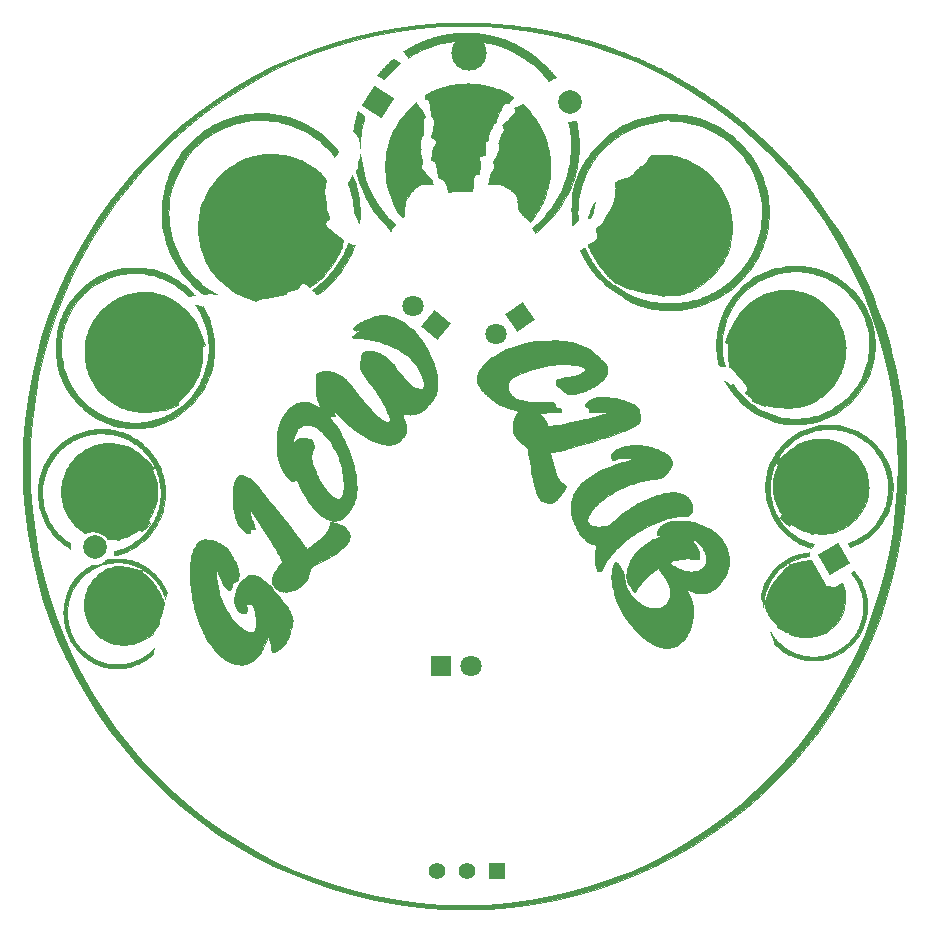
<source format=gbr>
%TF.GenerationSoftware,KiCad,Pcbnew,7.0.2-0*%
%TF.CreationDate,2023-07-13T00:13:30-07:00*%
%TF.ProjectId,GlowArtPCBv3,476c6f77-4172-4745-9043-4276332e6b69,rev?*%
%TF.SameCoordinates,Original*%
%TF.FileFunction,Soldermask,Bot*%
%TF.FilePolarity,Negative*%
%FSLAX46Y46*%
G04 Gerber Fmt 4.6, Leading zero omitted, Abs format (unit mm)*
G04 Created by KiCad (PCBNEW 7.0.2-0) date 2023-07-13 00:13:30*
%MOMM*%
%LPD*%
G01*
G04 APERTURE LIST*
G04 Aperture macros list*
%AMRotRect*
0 Rectangle, with rotation*
0 The origin of the aperture is its center*
0 $1 length*
0 $2 width*
0 $3 Rotation angle, in degrees counterclockwise*
0 Add horizontal line*
21,1,$1,$2,0,0,$3*%
G04 Aperture macros list end*
%ADD10C,0.080000*%
%ADD11RotRect,2.000000X2.000000X237.500000*%
%ADD12C,2.000000*%
%ADD13C,3.000000*%
%ADD14C,1.800000*%
%ADD15R,1.800000X1.800000*%
%ADD16RotRect,2.000000X2.000000X120.000000*%
%ADD17RotRect,1.800000X1.800000X215.000000*%
%ADD18R,1.400000X1.400000*%
%ADD19C,1.400000*%
%ADD20RotRect,1.800000X1.800000X140.000000*%
G04 APERTURE END LIST*
D10*
X59638474Y-66628351D02*
X59835086Y-66636010D01*
X60031295Y-66650937D01*
X60226631Y-66673363D01*
X60420624Y-66703521D01*
X60612802Y-66741643D01*
X60802695Y-66787960D01*
X60989833Y-66842704D01*
X61173745Y-66906108D01*
X61353961Y-66978402D01*
X61530010Y-67059820D01*
X61701421Y-67150593D01*
X61867725Y-67250953D01*
X62028450Y-67361132D01*
X62183126Y-67481362D01*
X62331283Y-67611874D01*
X62425720Y-67694663D01*
X62473176Y-67736726D01*
X62519641Y-67779832D01*
X62542231Y-67801915D01*
X62564250Y-67824426D01*
X62585589Y-67847421D01*
X62606140Y-67870955D01*
X62625796Y-67895084D01*
X62644449Y-67919865D01*
X62661990Y-67945353D01*
X62678312Y-67971603D01*
X62679475Y-67973706D01*
X62681090Y-67976451D01*
X62683082Y-67979725D01*
X62685376Y-67983414D01*
X62690575Y-67991587D01*
X62696092Y-68000070D01*
X62797479Y-67943661D01*
X63464865Y-68710424D01*
X63315110Y-68925479D01*
X63372265Y-69049468D01*
X63426752Y-69177346D01*
X63478479Y-69308139D01*
X63527359Y-69440873D01*
X63573303Y-69574574D01*
X63616220Y-69708270D01*
X63656022Y-69840985D01*
X63692619Y-69971746D01*
X63704857Y-70159905D01*
X63713078Y-70349559D01*
X63717398Y-70540207D01*
X63717939Y-70731351D01*
X63714818Y-70922490D01*
X63708155Y-71113124D01*
X63698070Y-71302753D01*
X63684680Y-71490878D01*
X63660927Y-71589201D01*
X63633018Y-71690608D01*
X63601265Y-71794549D01*
X63565982Y-71900478D01*
X63527481Y-72007845D01*
X63486077Y-72116103D01*
X63395809Y-72333097D01*
X63297682Y-72547076D01*
X63194203Y-72753652D01*
X63087876Y-72948442D01*
X62981207Y-73127059D01*
X63165040Y-73441915D01*
X62433836Y-74107183D01*
X62422512Y-74099139D01*
X62421559Y-74099984D01*
X62420646Y-74100113D01*
X62418871Y-74099627D01*
X62412928Y-74096934D01*
X62404113Y-74092151D01*
X62392811Y-74085524D01*
X62364278Y-74067721D01*
X62330398Y-74045494D01*
X62294241Y-74020811D01*
X62258876Y-73995641D01*
X62227373Y-73971952D01*
X62214029Y-73961278D01*
X62202801Y-73951712D01*
X62102011Y-74016083D01*
X61996896Y-74080478D01*
X61888774Y-74144702D01*
X61778965Y-74208559D01*
X61559566Y-74334397D01*
X61349255Y-74456433D01*
X61254131Y-74494634D01*
X61157960Y-74530626D01*
X61060813Y-74564364D01*
X60962765Y-74595801D01*
X60863889Y-74624891D01*
X60764257Y-74651590D01*
X60663944Y-74675850D01*
X60563021Y-74697625D01*
X60536668Y-74785891D01*
X60191441Y-74756469D01*
X60134461Y-74762363D01*
X60077433Y-74767564D01*
X60020368Y-74772043D01*
X59963276Y-74775771D01*
X59906170Y-74778721D01*
X59849061Y-74780863D01*
X59791959Y-74782169D01*
X59734875Y-74782611D01*
X59652007Y-74783511D01*
X59569458Y-74784094D01*
X59516289Y-74708054D01*
X59458288Y-74635447D01*
X59395672Y-74566477D01*
X59328656Y-74501345D01*
X59257456Y-74440256D01*
X59182287Y-74383413D01*
X59103367Y-74331019D01*
X59020910Y-74283277D01*
X58935134Y-74240390D01*
X58846253Y-74202563D01*
X58754484Y-74169997D01*
X58707584Y-74155751D01*
X58660043Y-74142897D01*
X58611888Y-74131459D01*
X58563146Y-74121465D01*
X58513843Y-74112938D01*
X58464008Y-74105904D01*
X58413666Y-74100390D01*
X58362846Y-74096419D01*
X58311573Y-74094018D01*
X58259875Y-74093212D01*
X58215655Y-74093801D01*
X58171746Y-74095558D01*
X58128166Y-74098465D01*
X58084930Y-74102508D01*
X58042055Y-74107670D01*
X57999557Y-74113936D01*
X57957453Y-74121288D01*
X57915759Y-74129713D01*
X57874491Y-74139192D01*
X57833667Y-74149711D01*
X57793303Y-74161254D01*
X57753414Y-74173804D01*
X57714017Y-74187345D01*
X57675130Y-74201862D01*
X57636767Y-74217338D01*
X57598947Y-74233758D01*
X57431205Y-74124988D01*
X57268610Y-74008321D01*
X57111566Y-73884073D01*
X56960475Y-73752563D01*
X56815743Y-73614108D01*
X56677773Y-73469026D01*
X56546968Y-73317635D01*
X56423733Y-73160252D01*
X56308472Y-72997195D01*
X56201588Y-72828782D01*
X56103485Y-72655330D01*
X56014567Y-72477156D01*
X55935238Y-72294579D01*
X55865902Y-72107917D01*
X55806962Y-71917486D01*
X55758823Y-71723605D01*
X55734701Y-71660044D01*
X55713176Y-71596472D01*
X55694126Y-71532874D01*
X55677432Y-71469237D01*
X55662973Y-71405545D01*
X55650630Y-71341785D01*
X55640282Y-71277943D01*
X55631809Y-71214004D01*
X55625091Y-71149956D01*
X55620008Y-71085782D01*
X55616440Y-71021471D01*
X55614266Y-70957006D01*
X55613621Y-70827562D01*
X55617112Y-70697338D01*
X55634428Y-70442606D01*
X55665738Y-70190215D01*
X55710858Y-69940818D01*
X55769604Y-69695070D01*
X55841795Y-69453622D01*
X55927247Y-69217127D01*
X56025778Y-68986238D01*
X56137203Y-68761608D01*
X56261341Y-68543890D01*
X56398009Y-68333736D01*
X56547023Y-68131800D01*
X56708200Y-67938735D01*
X56881359Y-67755192D01*
X57066315Y-67581825D01*
X57262885Y-67419287D01*
X57470888Y-67268231D01*
X57705466Y-67143384D01*
X57940446Y-67026037D01*
X58058551Y-66971003D01*
X58177314Y-66918838D01*
X58296920Y-66869871D01*
X58417555Y-66824433D01*
X58539403Y-66782857D01*
X58662652Y-66745473D01*
X58787485Y-66712611D01*
X58914090Y-66684603D01*
X59042651Y-66661779D01*
X59173354Y-66644472D01*
X59306385Y-66633011D01*
X59441929Y-66627728D01*
X59638474Y-66628351D01*
G36*
X59638474Y-66628351D02*
G01*
X59835086Y-66636010D01*
X60031295Y-66650937D01*
X60226631Y-66673363D01*
X60420624Y-66703521D01*
X60612802Y-66741643D01*
X60802695Y-66787960D01*
X60989833Y-66842704D01*
X61173745Y-66906108D01*
X61353961Y-66978402D01*
X61530010Y-67059820D01*
X61701421Y-67150593D01*
X61867725Y-67250953D01*
X62028450Y-67361132D01*
X62183126Y-67481362D01*
X62331283Y-67611874D01*
X62425720Y-67694663D01*
X62473176Y-67736726D01*
X62519641Y-67779832D01*
X62542231Y-67801915D01*
X62564250Y-67824426D01*
X62585589Y-67847421D01*
X62606140Y-67870955D01*
X62625796Y-67895084D01*
X62644449Y-67919865D01*
X62661990Y-67945353D01*
X62678312Y-67971603D01*
X62679475Y-67973706D01*
X62681090Y-67976451D01*
X62683082Y-67979725D01*
X62685376Y-67983414D01*
X62690575Y-67991587D01*
X62696092Y-68000070D01*
X62797479Y-67943661D01*
X63464865Y-68710424D01*
X63315110Y-68925479D01*
X63372265Y-69049468D01*
X63426752Y-69177346D01*
X63478479Y-69308139D01*
X63527359Y-69440873D01*
X63573303Y-69574574D01*
X63616220Y-69708270D01*
X63656022Y-69840985D01*
X63692619Y-69971746D01*
X63704857Y-70159905D01*
X63713078Y-70349559D01*
X63717398Y-70540207D01*
X63717939Y-70731351D01*
X63714818Y-70922490D01*
X63708155Y-71113124D01*
X63698070Y-71302753D01*
X63684680Y-71490878D01*
X63660927Y-71589201D01*
X63633018Y-71690608D01*
X63601265Y-71794549D01*
X63565982Y-71900478D01*
X63527481Y-72007845D01*
X63486077Y-72116103D01*
X63395809Y-72333097D01*
X63297682Y-72547076D01*
X63194203Y-72753652D01*
X63087876Y-72948442D01*
X62981207Y-73127059D01*
X63165040Y-73441915D01*
X62433836Y-74107183D01*
X62422512Y-74099139D01*
X62421559Y-74099984D01*
X62420646Y-74100113D01*
X62418871Y-74099627D01*
X62412928Y-74096934D01*
X62404113Y-74092151D01*
X62392811Y-74085524D01*
X62364278Y-74067721D01*
X62330398Y-74045494D01*
X62294241Y-74020811D01*
X62258876Y-73995641D01*
X62227373Y-73971952D01*
X62214029Y-73961278D01*
X62202801Y-73951712D01*
X62102011Y-74016083D01*
X61996896Y-74080478D01*
X61888774Y-74144702D01*
X61778965Y-74208559D01*
X61559566Y-74334397D01*
X61349255Y-74456433D01*
X61254131Y-74494634D01*
X61157960Y-74530626D01*
X61060813Y-74564364D01*
X60962765Y-74595801D01*
X60863889Y-74624891D01*
X60764257Y-74651590D01*
X60663944Y-74675850D01*
X60563021Y-74697625D01*
X60536668Y-74785891D01*
X60191441Y-74756469D01*
X60134461Y-74762363D01*
X60077433Y-74767564D01*
X60020368Y-74772043D01*
X59963276Y-74775771D01*
X59906170Y-74778721D01*
X59849061Y-74780863D01*
X59791959Y-74782169D01*
X59734875Y-74782611D01*
X59652007Y-74783511D01*
X59569458Y-74784094D01*
X59516289Y-74708054D01*
X59458288Y-74635447D01*
X59395672Y-74566477D01*
X59328656Y-74501345D01*
X59257456Y-74440256D01*
X59182287Y-74383413D01*
X59103367Y-74331019D01*
X59020910Y-74283277D01*
X58935134Y-74240390D01*
X58846253Y-74202563D01*
X58754484Y-74169997D01*
X58707584Y-74155751D01*
X58660043Y-74142897D01*
X58611888Y-74131459D01*
X58563146Y-74121465D01*
X58513843Y-74112938D01*
X58464008Y-74105904D01*
X58413666Y-74100390D01*
X58362846Y-74096419D01*
X58311573Y-74094018D01*
X58259875Y-74093212D01*
X58215655Y-74093801D01*
X58171746Y-74095558D01*
X58128166Y-74098465D01*
X58084930Y-74102508D01*
X58042055Y-74107670D01*
X57999557Y-74113936D01*
X57957453Y-74121288D01*
X57915759Y-74129713D01*
X57874491Y-74139192D01*
X57833667Y-74149711D01*
X57793303Y-74161254D01*
X57753414Y-74173804D01*
X57714017Y-74187345D01*
X57675130Y-74201862D01*
X57636767Y-74217338D01*
X57598947Y-74233758D01*
X57431205Y-74124988D01*
X57268610Y-74008321D01*
X57111566Y-73884073D01*
X56960475Y-73752563D01*
X56815743Y-73614108D01*
X56677773Y-73469026D01*
X56546968Y-73317635D01*
X56423733Y-73160252D01*
X56308472Y-72997195D01*
X56201588Y-72828782D01*
X56103485Y-72655330D01*
X56014567Y-72477156D01*
X55935238Y-72294579D01*
X55865902Y-72107917D01*
X55806962Y-71917486D01*
X55758823Y-71723605D01*
X55734701Y-71660044D01*
X55713176Y-71596472D01*
X55694126Y-71532874D01*
X55677432Y-71469237D01*
X55662973Y-71405545D01*
X55650630Y-71341785D01*
X55640282Y-71277943D01*
X55631809Y-71214004D01*
X55625091Y-71149956D01*
X55620008Y-71085782D01*
X55616440Y-71021471D01*
X55614266Y-70957006D01*
X55613621Y-70827562D01*
X55617112Y-70697338D01*
X55634428Y-70442606D01*
X55665738Y-70190215D01*
X55710858Y-69940818D01*
X55769604Y-69695070D01*
X55841795Y-69453622D01*
X55927247Y-69217127D01*
X56025778Y-68986238D01*
X56137203Y-68761608D01*
X56261341Y-68543890D01*
X56398009Y-68333736D01*
X56547023Y-68131800D01*
X56708200Y-67938735D01*
X56881359Y-67755192D01*
X57066315Y-67581825D01*
X57262885Y-67419287D01*
X57470888Y-67268231D01*
X57705466Y-67143384D01*
X57940446Y-67026037D01*
X58058551Y-66971003D01*
X58177314Y-66918838D01*
X58296920Y-66869871D01*
X58417555Y-66824433D01*
X58539403Y-66782857D01*
X58662652Y-66745473D01*
X58787485Y-66712611D01*
X58914090Y-66684603D01*
X59042651Y-66661779D01*
X59173354Y-66644472D01*
X59306385Y-66633011D01*
X59441929Y-66627728D01*
X59638474Y-66628351D01*
G37*
X116008590Y-83596538D02*
X116009530Y-83597573D01*
X116008409Y-83596343D01*
X116008590Y-83596538D01*
G36*
X116008590Y-83596538D02*
G01*
X116009530Y-83597573D01*
X116008409Y-83596343D01*
X116008590Y-83596538D01*
G37*
X119855955Y-66251075D02*
X119905102Y-66251805D01*
X119954261Y-66253159D01*
X120003426Y-66255138D01*
X120052589Y-66257743D01*
X120101745Y-66260973D01*
X120150888Y-66264828D01*
X120285918Y-66269967D01*
X120418440Y-66281198D01*
X120548639Y-66298192D01*
X120676702Y-66320620D01*
X120802813Y-66348155D01*
X120927158Y-66380469D01*
X121049923Y-66417233D01*
X121171293Y-66458119D01*
X121291454Y-66502798D01*
X121410591Y-66550944D01*
X121528891Y-66602227D01*
X121646537Y-66656319D01*
X121880615Y-66771618D01*
X122114309Y-66894216D01*
X122321500Y-67042773D01*
X122517305Y-67202620D01*
X122701541Y-67373115D01*
X122874025Y-67553614D01*
X123034576Y-67743476D01*
X123183012Y-67942056D01*
X123319149Y-68148713D01*
X123442806Y-68362802D01*
X123553800Y-68583682D01*
X123651949Y-68810709D01*
X123737071Y-69043240D01*
X123808984Y-69280634D01*
X123867504Y-69522245D01*
X123912451Y-69767433D01*
X123943640Y-70015553D01*
X123960891Y-70265963D01*
X123963958Y-70399926D01*
X123962484Y-70542684D01*
X123956175Y-70691187D01*
X123944738Y-70842383D01*
X123927878Y-70993223D01*
X123917322Y-71067555D01*
X123905301Y-71140654D01*
X123891778Y-71212138D01*
X123876715Y-71281626D01*
X123860076Y-71348737D01*
X123841824Y-71413089D01*
X123765512Y-71638377D01*
X123675038Y-71859006D01*
X123570934Y-72074349D01*
X123453731Y-72283780D01*
X123323958Y-72486672D01*
X123182148Y-72682400D01*
X123028831Y-72870336D01*
X122864537Y-73049855D01*
X122689799Y-73220330D01*
X122505145Y-73381135D01*
X122311108Y-73531643D01*
X122108218Y-73671229D01*
X121897006Y-73799266D01*
X121678003Y-73915127D01*
X121451740Y-74018187D01*
X121218747Y-74107818D01*
X121136452Y-74140100D01*
X121053831Y-74168304D01*
X120970875Y-74192695D01*
X120887578Y-74213541D01*
X120803932Y-74231105D01*
X120719931Y-74245654D01*
X120635567Y-74257452D01*
X120550833Y-74266767D01*
X120465722Y-74273863D01*
X120380226Y-74279005D01*
X120208054Y-74284493D01*
X120034260Y-74285355D01*
X119858786Y-74283715D01*
X119806187Y-74283350D01*
X119753570Y-74282265D01*
X119700945Y-74280472D01*
X119648324Y-74277986D01*
X119595718Y-74274820D01*
X119543138Y-74270989D01*
X119490595Y-74266505D01*
X119438101Y-74261383D01*
X119434934Y-74261080D01*
X119431654Y-74260810D01*
X119425417Y-74260376D01*
X119418844Y-74260006D01*
X119101657Y-74287414D01*
X119076260Y-74210583D01*
X119076344Y-74210511D01*
X119076379Y-74210471D01*
X119076414Y-74210422D01*
X119076445Y-74210366D01*
X119076472Y-74210302D01*
X119076489Y-74210229D01*
X119076495Y-74210150D01*
X119076487Y-74210063D01*
X119076461Y-74209968D01*
X119076415Y-74209867D01*
X119076346Y-74209759D01*
X119076251Y-74209645D01*
X119076127Y-74209524D01*
X119075972Y-74209397D01*
X119075782Y-74209263D01*
X119075555Y-74209124D01*
X119075287Y-74208980D01*
X119074977Y-74208830D01*
X119074620Y-74208675D01*
X119074214Y-74208514D01*
X119073757Y-74208349D01*
X119073245Y-74208180D01*
X119072676Y-74208005D01*
X119072046Y-74207827D01*
X119071353Y-74207645D01*
X119070594Y-74207458D01*
X119069766Y-74207268D01*
X119068867Y-74207075D01*
X119067892Y-74206878D01*
X118962996Y-74185297D01*
X118858703Y-74161125D01*
X118755105Y-74134384D01*
X118652290Y-74105093D01*
X118550347Y-74073272D01*
X118449367Y-74038941D01*
X118349438Y-74002119D01*
X118250650Y-73962826D01*
X117414145Y-73475253D01*
X117202688Y-73619607D01*
X116472866Y-72965982D01*
X116629599Y-72646151D01*
X116629107Y-72645463D01*
X116628442Y-72644607D01*
X116626690Y-72642483D01*
X116622192Y-72637276D01*
X116617694Y-72632089D01*
X116615942Y-72629989D01*
X116615277Y-72629148D01*
X116614785Y-72628479D01*
X116506781Y-72453598D01*
X116397152Y-72264266D01*
X116289807Y-72064458D01*
X116238214Y-71961866D01*
X116188658Y-71858145D01*
X116141628Y-71753792D01*
X116097614Y-71649302D01*
X116057104Y-71545174D01*
X116020586Y-71441903D01*
X115988551Y-71339987D01*
X115961485Y-71239921D01*
X115939879Y-71142203D01*
X115924221Y-71047329D01*
X115902386Y-70859678D01*
X115886373Y-70666483D01*
X115876251Y-70470641D01*
X115872088Y-70275051D01*
X115873953Y-70082611D01*
X115881914Y-69896220D01*
X115896039Y-69718775D01*
X115916397Y-69553176D01*
X115927978Y-69484485D01*
X115942226Y-69415888D01*
X115958933Y-69347444D01*
X115977894Y-69279215D01*
X115998903Y-69211259D01*
X116021753Y-69143636D01*
X116046239Y-69076406D01*
X116072153Y-69009629D01*
X116127445Y-68877671D01*
X116185978Y-68748239D01*
X116306173Y-68498864D01*
X116267244Y-68441865D01*
X116237094Y-68398392D01*
X116197165Y-68342310D01*
X116174461Y-68311191D01*
X116165842Y-68298922D01*
X116157058Y-68285607D01*
X116167961Y-68273354D01*
X116180505Y-68259649D01*
X116210014Y-68228114D01*
X116244583Y-68191460D01*
X116283212Y-68150143D01*
X116839254Y-67553454D01*
X116919796Y-67597586D01*
X116922377Y-67593538D01*
X116924666Y-67589907D01*
X116926785Y-67586474D01*
X116943025Y-67560564D01*
X116960483Y-67535420D01*
X116979050Y-67510988D01*
X116998618Y-67487209D01*
X117019080Y-67464029D01*
X117040328Y-67441389D01*
X117062254Y-67419235D01*
X117084750Y-67397509D01*
X117131023Y-67355117D01*
X117178284Y-67313761D01*
X117272323Y-67232354D01*
X117401062Y-67118840D01*
X117534742Y-67011979D01*
X117673065Y-66911838D01*
X117815733Y-66818483D01*
X117962445Y-66731979D01*
X118112904Y-66652393D01*
X118266809Y-66579791D01*
X118423861Y-66514237D01*
X118583763Y-66455799D01*
X118746214Y-66404542D01*
X118910916Y-66360532D01*
X119077569Y-66323834D01*
X119245875Y-66294516D01*
X119415535Y-66272642D01*
X119586248Y-66258279D01*
X119757718Y-66251492D01*
X119806824Y-66250971D01*
X119855955Y-66251075D01*
G36*
X119855955Y-66251075D02*
G01*
X119905102Y-66251805D01*
X119954261Y-66253159D01*
X120003426Y-66255138D01*
X120052589Y-66257743D01*
X120101745Y-66260973D01*
X120150888Y-66264828D01*
X120285918Y-66269967D01*
X120418440Y-66281198D01*
X120548639Y-66298192D01*
X120676702Y-66320620D01*
X120802813Y-66348155D01*
X120927158Y-66380469D01*
X121049923Y-66417233D01*
X121171293Y-66458119D01*
X121291454Y-66502798D01*
X121410591Y-66550944D01*
X121528891Y-66602227D01*
X121646537Y-66656319D01*
X121880615Y-66771618D01*
X122114309Y-66894216D01*
X122321500Y-67042773D01*
X122517305Y-67202620D01*
X122701541Y-67373115D01*
X122874025Y-67553614D01*
X123034576Y-67743476D01*
X123183012Y-67942056D01*
X123319149Y-68148713D01*
X123442806Y-68362802D01*
X123553800Y-68583682D01*
X123651949Y-68810709D01*
X123737071Y-69043240D01*
X123808984Y-69280634D01*
X123867504Y-69522245D01*
X123912451Y-69767433D01*
X123943640Y-70015553D01*
X123960891Y-70265963D01*
X123963958Y-70399926D01*
X123962484Y-70542684D01*
X123956175Y-70691187D01*
X123944738Y-70842383D01*
X123927878Y-70993223D01*
X123917322Y-71067555D01*
X123905301Y-71140654D01*
X123891778Y-71212138D01*
X123876715Y-71281626D01*
X123860076Y-71348737D01*
X123841824Y-71413089D01*
X123765512Y-71638377D01*
X123675038Y-71859006D01*
X123570934Y-72074349D01*
X123453731Y-72283780D01*
X123323958Y-72486672D01*
X123182148Y-72682400D01*
X123028831Y-72870336D01*
X122864537Y-73049855D01*
X122689799Y-73220330D01*
X122505145Y-73381135D01*
X122311108Y-73531643D01*
X122108218Y-73671229D01*
X121897006Y-73799266D01*
X121678003Y-73915127D01*
X121451740Y-74018187D01*
X121218747Y-74107818D01*
X121136452Y-74140100D01*
X121053831Y-74168304D01*
X120970875Y-74192695D01*
X120887578Y-74213541D01*
X120803932Y-74231105D01*
X120719931Y-74245654D01*
X120635567Y-74257452D01*
X120550833Y-74266767D01*
X120465722Y-74273863D01*
X120380226Y-74279005D01*
X120208054Y-74284493D01*
X120034260Y-74285355D01*
X119858786Y-74283715D01*
X119806187Y-74283350D01*
X119753570Y-74282265D01*
X119700945Y-74280472D01*
X119648324Y-74277986D01*
X119595718Y-74274820D01*
X119543138Y-74270989D01*
X119490595Y-74266505D01*
X119438101Y-74261383D01*
X119434934Y-74261080D01*
X119431654Y-74260810D01*
X119425417Y-74260376D01*
X119418844Y-74260006D01*
X119101657Y-74287414D01*
X119076260Y-74210583D01*
X119076344Y-74210511D01*
X119076379Y-74210471D01*
X119076414Y-74210422D01*
X119076445Y-74210366D01*
X119076472Y-74210302D01*
X119076489Y-74210229D01*
X119076495Y-74210150D01*
X119076487Y-74210063D01*
X119076461Y-74209968D01*
X119076415Y-74209867D01*
X119076346Y-74209759D01*
X119076251Y-74209645D01*
X119076127Y-74209524D01*
X119075972Y-74209397D01*
X119075782Y-74209263D01*
X119075555Y-74209124D01*
X119075287Y-74208980D01*
X119074977Y-74208830D01*
X119074620Y-74208675D01*
X119074214Y-74208514D01*
X119073757Y-74208349D01*
X119073245Y-74208180D01*
X119072676Y-74208005D01*
X119072046Y-74207827D01*
X119071353Y-74207645D01*
X119070594Y-74207458D01*
X119069766Y-74207268D01*
X119068867Y-74207075D01*
X119067892Y-74206878D01*
X118962996Y-74185297D01*
X118858703Y-74161125D01*
X118755105Y-74134384D01*
X118652290Y-74105093D01*
X118550347Y-74073272D01*
X118449367Y-74038941D01*
X118349438Y-74002119D01*
X118250650Y-73962826D01*
X117414145Y-73475253D01*
X117202688Y-73619607D01*
X116472866Y-72965982D01*
X116629599Y-72646151D01*
X116629107Y-72645463D01*
X116628442Y-72644607D01*
X116626690Y-72642483D01*
X116622192Y-72637276D01*
X116617694Y-72632089D01*
X116615942Y-72629989D01*
X116615277Y-72629148D01*
X116614785Y-72628479D01*
X116506781Y-72453598D01*
X116397152Y-72264266D01*
X116289807Y-72064458D01*
X116238214Y-71961866D01*
X116188658Y-71858145D01*
X116141628Y-71753792D01*
X116097614Y-71649302D01*
X116057104Y-71545174D01*
X116020586Y-71441903D01*
X115988551Y-71339987D01*
X115961485Y-71239921D01*
X115939879Y-71142203D01*
X115924221Y-71047329D01*
X115902386Y-70859678D01*
X115886373Y-70666483D01*
X115876251Y-70470641D01*
X115872088Y-70275051D01*
X115873953Y-70082611D01*
X115881914Y-69896220D01*
X115896039Y-69718775D01*
X115916397Y-69553176D01*
X115927978Y-69484485D01*
X115942226Y-69415888D01*
X115958933Y-69347444D01*
X115977894Y-69279215D01*
X115998903Y-69211259D01*
X116021753Y-69143636D01*
X116046239Y-69076406D01*
X116072153Y-69009629D01*
X116127445Y-68877671D01*
X116185978Y-68748239D01*
X116306173Y-68498864D01*
X116267244Y-68441865D01*
X116237094Y-68398392D01*
X116197165Y-68342310D01*
X116174461Y-68311191D01*
X116165842Y-68298922D01*
X116157058Y-68285607D01*
X116167961Y-68273354D01*
X116180505Y-68259649D01*
X116210014Y-68228114D01*
X116244583Y-68191460D01*
X116283212Y-68150143D01*
X116839254Y-67553454D01*
X116919796Y-67597586D01*
X116922377Y-67593538D01*
X116924666Y-67589907D01*
X116926785Y-67586474D01*
X116943025Y-67560564D01*
X116960483Y-67535420D01*
X116979050Y-67510988D01*
X116998618Y-67487209D01*
X117019080Y-67464029D01*
X117040328Y-67441389D01*
X117062254Y-67419235D01*
X117084750Y-67397509D01*
X117131023Y-67355117D01*
X117178284Y-67313761D01*
X117272323Y-67232354D01*
X117401062Y-67118840D01*
X117534742Y-67011979D01*
X117673065Y-66911838D01*
X117815733Y-66818483D01*
X117962445Y-66731979D01*
X118112904Y-66652393D01*
X118266809Y-66579791D01*
X118423861Y-66514237D01*
X118583763Y-66455799D01*
X118746214Y-66404542D01*
X118910916Y-66360532D01*
X119077569Y-66323834D01*
X119245875Y-66294516D01*
X119415535Y-66272642D01*
X119586248Y-66258279D01*
X119757718Y-66251492D01*
X119806824Y-66250971D01*
X119855955Y-66251075D01*
G37*
X120895797Y-65076796D02*
X121169088Y-65097369D01*
X121438421Y-65131247D01*
X121703456Y-65178095D01*
X121963855Y-65237577D01*
X122219278Y-65309358D01*
X122469387Y-65393103D01*
X122713841Y-65488476D01*
X122952303Y-65595141D01*
X123184432Y-65712763D01*
X123409889Y-65841007D01*
X123628336Y-65979536D01*
X123839434Y-66128017D01*
X124042842Y-66286112D01*
X124238222Y-66453488D01*
X124425235Y-66629807D01*
X124603541Y-66814736D01*
X124772802Y-67007937D01*
X124932678Y-67209077D01*
X125082830Y-67417818D01*
X125222918Y-67633827D01*
X125352605Y-67856767D01*
X125471550Y-68086304D01*
X125579415Y-68322100D01*
X125675860Y-68563822D01*
X125760546Y-68811133D01*
X125833134Y-69063699D01*
X125893284Y-69321183D01*
X125940658Y-69583250D01*
X125974917Y-69849565D01*
X125995721Y-70119793D01*
X126002731Y-70393597D01*
X125998333Y-70610567D01*
X125985252Y-70825341D01*
X125963655Y-71037752D01*
X125933711Y-71247634D01*
X125895588Y-71454821D01*
X125849454Y-71659146D01*
X125795477Y-71860443D01*
X125733824Y-72058546D01*
X125664665Y-72253288D01*
X125588168Y-72444504D01*
X125504499Y-72632027D01*
X125413828Y-72815691D01*
X125316323Y-72995329D01*
X125212151Y-73170776D01*
X125101481Y-73341865D01*
X124984481Y-73508429D01*
X124861318Y-73670303D01*
X124732162Y-73827319D01*
X124597180Y-73979313D01*
X124456540Y-74126118D01*
X124310410Y-74267566D01*
X124158958Y-74403493D01*
X124002354Y-74533732D01*
X123840763Y-74658116D01*
X123674355Y-74776479D01*
X123503298Y-74888656D01*
X123327760Y-74994479D01*
X123147909Y-75093782D01*
X122963913Y-75186400D01*
X122775940Y-75272166D01*
X122584158Y-75350913D01*
X122388736Y-75422476D01*
X122204794Y-75098312D01*
X122441799Y-75011417D01*
X122672667Y-74914710D01*
X122897090Y-74808415D01*
X123114759Y-74692756D01*
X123325367Y-74567959D01*
X123528606Y-74434246D01*
X123724167Y-74291842D01*
X123911743Y-74140971D01*
X124091025Y-73981858D01*
X124261706Y-73814726D01*
X124423477Y-73639800D01*
X124576030Y-73457304D01*
X124719057Y-73267462D01*
X124852251Y-73070498D01*
X124975303Y-72866637D01*
X125087905Y-72656103D01*
X125187837Y-72435357D01*
X125244251Y-72307964D01*
X125301071Y-72174893D01*
X125355375Y-72040399D01*
X125404243Y-71908733D01*
X125425726Y-71845290D01*
X125444755Y-71784148D01*
X125460964Y-71725841D01*
X125473989Y-71670898D01*
X125510625Y-71494254D01*
X125542832Y-71328011D01*
X125570681Y-71171209D01*
X125594245Y-71022886D01*
X125613592Y-70882081D01*
X125628796Y-70747832D01*
X125639925Y-70619178D01*
X125647052Y-70495157D01*
X125650248Y-70374809D01*
X125649583Y-70257172D01*
X125645128Y-70141284D01*
X125636955Y-70026185D01*
X125625135Y-69910913D01*
X125609737Y-69794507D01*
X125590834Y-69676005D01*
X125568496Y-69554446D01*
X125542376Y-69426271D01*
X125514676Y-69301973D01*
X125485370Y-69181368D01*
X125454427Y-69064274D01*
X125421821Y-68950507D01*
X125387521Y-68839884D01*
X125351500Y-68732220D01*
X125313729Y-68627333D01*
X125274179Y-68525040D01*
X125232823Y-68425156D01*
X125189630Y-68327499D01*
X125144574Y-68231885D01*
X125097625Y-68138131D01*
X125048756Y-68046053D01*
X124997936Y-67955468D01*
X124945138Y-67866192D01*
X124888533Y-67775280D01*
X124829637Y-67685458D01*
X124768317Y-67596598D01*
X124704444Y-67508573D01*
X124637885Y-67421255D01*
X124568510Y-67334517D01*
X124496188Y-67248230D01*
X124420787Y-67162266D01*
X124342176Y-67076499D01*
X124260225Y-66990799D01*
X124174802Y-66905041D01*
X124085776Y-66819095D01*
X123993015Y-66732834D01*
X123896390Y-66646130D01*
X123795768Y-66558855D01*
X123691018Y-66470883D01*
X123525285Y-66347940D01*
X123358009Y-66233181D01*
X123273401Y-66178718D01*
X123187937Y-66126119D01*
X123101459Y-66075322D01*
X123013812Y-66026266D01*
X122924837Y-65978891D01*
X122834379Y-65933136D01*
X122742280Y-65888939D01*
X122648383Y-65846239D01*
X122552532Y-65804976D01*
X122454569Y-65765090D01*
X122354338Y-65726518D01*
X122251681Y-65689199D01*
X122162138Y-65660336D01*
X122054413Y-65629960D01*
X121934474Y-65599286D01*
X121808290Y-65569529D01*
X121681828Y-65541906D01*
X121561056Y-65517632D01*
X121451944Y-65497921D01*
X121360458Y-65483990D01*
X121360458Y-65483776D01*
X121294147Y-65475442D01*
X121228079Y-65467897D01*
X121162240Y-65461139D01*
X121096614Y-65455163D01*
X121031186Y-65449966D01*
X120965942Y-65445544D01*
X120900867Y-65441893D01*
X120835946Y-65439010D01*
X120642056Y-65435022D01*
X120449173Y-65437943D01*
X120256954Y-65447719D01*
X120065059Y-65464291D01*
X119873143Y-65487606D01*
X119680864Y-65517607D01*
X119487881Y-65554237D01*
X119293850Y-65597442D01*
X119131297Y-65648575D01*
X118971080Y-65703681D01*
X118813227Y-65762896D01*
X118657766Y-65826359D01*
X118504728Y-65894206D01*
X118354139Y-65966576D01*
X118206030Y-66043605D01*
X118060428Y-66125432D01*
X117917363Y-66212194D01*
X117776863Y-66304028D01*
X117638956Y-66401072D01*
X117503672Y-66503464D01*
X117371039Y-66611341D01*
X117241086Y-66724840D01*
X117113841Y-66844099D01*
X116989334Y-66969256D01*
X116908792Y-67054846D01*
X116832840Y-67139057D01*
X116761207Y-67222012D01*
X116693621Y-67303832D01*
X116629810Y-67384640D01*
X116569503Y-67464557D01*
X116512428Y-67543705D01*
X116458313Y-67622207D01*
X116406888Y-67700184D01*
X116357879Y-67777758D01*
X116266027Y-67932188D01*
X116180585Y-68086470D01*
X116099380Y-68241583D01*
X116029475Y-68381598D01*
X115964041Y-68529647D01*
X115903283Y-68684875D01*
X115847407Y-68846422D01*
X115796617Y-69013432D01*
X115751117Y-69185048D01*
X115711114Y-69360410D01*
X115676812Y-69538663D01*
X115648416Y-69718949D01*
X115626131Y-69900410D01*
X115610162Y-70082189D01*
X115600714Y-70263428D01*
X115597992Y-70443270D01*
X115602200Y-70620857D01*
X115613544Y-70795333D01*
X115632229Y-70965838D01*
X115647841Y-71073301D01*
X115667672Y-71192368D01*
X115691572Y-71320116D01*
X115719396Y-71453624D01*
X115750995Y-71589969D01*
X115786221Y-71726231D01*
X115824927Y-71859486D01*
X115866964Y-71986813D01*
X115914630Y-72116241D01*
X115966839Y-72247640D01*
X116023265Y-72379895D01*
X116083580Y-72511890D01*
X116147457Y-72642512D01*
X116214568Y-72770645D01*
X116284587Y-72895174D01*
X116357187Y-73014984D01*
X116428464Y-73124808D01*
X116503264Y-73233497D01*
X116581574Y-73340932D01*
X116663382Y-73446992D01*
X116748674Y-73551558D01*
X116837439Y-73654509D01*
X116929664Y-73755726D01*
X117025338Y-73855088D01*
X117124446Y-73952476D01*
X117226978Y-74047769D01*
X117332920Y-74140848D01*
X117442261Y-74231593D01*
X117554987Y-74319883D01*
X117671087Y-74405599D01*
X117790548Y-74488621D01*
X117913357Y-74568829D01*
X118033260Y-74644183D01*
X118093790Y-74681317D01*
X118155030Y-74717800D01*
X118217221Y-74753416D01*
X118280609Y-74787946D01*
X118345434Y-74821174D01*
X118411941Y-74852883D01*
X118598104Y-74935868D01*
X118766843Y-75006138D01*
X118924200Y-75065821D01*
X119076215Y-75117045D01*
X119228929Y-75161939D01*
X119388385Y-75202632D01*
X119080761Y-75496479D01*
X118853032Y-75423823D01*
X118629834Y-75341551D01*
X118411419Y-75249911D01*
X118198038Y-75149151D01*
X117989943Y-75039521D01*
X117787386Y-74921268D01*
X117590618Y-74794641D01*
X117399891Y-74659890D01*
X117215457Y-74517262D01*
X117037566Y-74367007D01*
X116866472Y-74209372D01*
X116702424Y-74044607D01*
X116545676Y-73872961D01*
X116396478Y-73694681D01*
X116255082Y-73510017D01*
X116121740Y-73319217D01*
X115996704Y-73122530D01*
X115880224Y-72920205D01*
X115772553Y-72712489D01*
X115673943Y-72499633D01*
X115584644Y-72281884D01*
X115504908Y-72059491D01*
X115434988Y-71832702D01*
X115375134Y-71601768D01*
X115325598Y-71366935D01*
X115286633Y-71128453D01*
X115258489Y-70886570D01*
X115241418Y-70641535D01*
X115235672Y-70393597D01*
X115242682Y-70119793D01*
X115263488Y-69849565D01*
X115297749Y-69583250D01*
X115345126Y-69321183D01*
X115405280Y-69063699D01*
X115477871Y-68811133D01*
X115562560Y-68563822D01*
X115659008Y-68322100D01*
X115766875Y-68086304D01*
X115885821Y-67856767D01*
X116015508Y-67633827D01*
X116155596Y-67417818D01*
X116305746Y-67209077D01*
X116465617Y-67007937D01*
X116634872Y-66814736D01*
X116813169Y-66629807D01*
X117000171Y-66453488D01*
X117195538Y-66286112D01*
X117398929Y-66128017D01*
X117610007Y-65979536D01*
X117828430Y-65841007D01*
X118053861Y-65712763D01*
X118285959Y-65595141D01*
X118524386Y-65488476D01*
X118768801Y-65393103D01*
X119018866Y-65309358D01*
X119274241Y-65237577D01*
X119534587Y-65178095D01*
X119799563Y-65131247D01*
X120068832Y-65097369D01*
X120342053Y-65076796D01*
X120618887Y-65069863D01*
X120895797Y-65076796D01*
G36*
X120895797Y-65076796D02*
G01*
X121169088Y-65097369D01*
X121438421Y-65131247D01*
X121703456Y-65178095D01*
X121963855Y-65237577D01*
X122219278Y-65309358D01*
X122469387Y-65393103D01*
X122713841Y-65488476D01*
X122952303Y-65595141D01*
X123184432Y-65712763D01*
X123409889Y-65841007D01*
X123628336Y-65979536D01*
X123839434Y-66128017D01*
X124042842Y-66286112D01*
X124238222Y-66453488D01*
X124425235Y-66629807D01*
X124603541Y-66814736D01*
X124772802Y-67007937D01*
X124932678Y-67209077D01*
X125082830Y-67417818D01*
X125222918Y-67633827D01*
X125352605Y-67856767D01*
X125471550Y-68086304D01*
X125579415Y-68322100D01*
X125675860Y-68563822D01*
X125760546Y-68811133D01*
X125833134Y-69063699D01*
X125893284Y-69321183D01*
X125940658Y-69583250D01*
X125974917Y-69849565D01*
X125995721Y-70119793D01*
X126002731Y-70393597D01*
X125998333Y-70610567D01*
X125985252Y-70825341D01*
X125963655Y-71037752D01*
X125933711Y-71247634D01*
X125895588Y-71454821D01*
X125849454Y-71659146D01*
X125795477Y-71860443D01*
X125733824Y-72058546D01*
X125664665Y-72253288D01*
X125588168Y-72444504D01*
X125504499Y-72632027D01*
X125413828Y-72815691D01*
X125316323Y-72995329D01*
X125212151Y-73170776D01*
X125101481Y-73341865D01*
X124984481Y-73508429D01*
X124861318Y-73670303D01*
X124732162Y-73827319D01*
X124597180Y-73979313D01*
X124456540Y-74126118D01*
X124310410Y-74267566D01*
X124158958Y-74403493D01*
X124002354Y-74533732D01*
X123840763Y-74658116D01*
X123674355Y-74776479D01*
X123503298Y-74888656D01*
X123327760Y-74994479D01*
X123147909Y-75093782D01*
X122963913Y-75186400D01*
X122775940Y-75272166D01*
X122584158Y-75350913D01*
X122388736Y-75422476D01*
X122204794Y-75098312D01*
X122441799Y-75011417D01*
X122672667Y-74914710D01*
X122897090Y-74808415D01*
X123114759Y-74692756D01*
X123325367Y-74567959D01*
X123528606Y-74434246D01*
X123724167Y-74291842D01*
X123911743Y-74140971D01*
X124091025Y-73981858D01*
X124261706Y-73814726D01*
X124423477Y-73639800D01*
X124576030Y-73457304D01*
X124719057Y-73267462D01*
X124852251Y-73070498D01*
X124975303Y-72866637D01*
X125087905Y-72656103D01*
X125187837Y-72435357D01*
X125244251Y-72307964D01*
X125301071Y-72174893D01*
X125355375Y-72040399D01*
X125404243Y-71908733D01*
X125425726Y-71845290D01*
X125444755Y-71784148D01*
X125460964Y-71725841D01*
X125473989Y-71670898D01*
X125510625Y-71494254D01*
X125542832Y-71328011D01*
X125570681Y-71171209D01*
X125594245Y-71022886D01*
X125613592Y-70882081D01*
X125628796Y-70747832D01*
X125639925Y-70619178D01*
X125647052Y-70495157D01*
X125650248Y-70374809D01*
X125649583Y-70257172D01*
X125645128Y-70141284D01*
X125636955Y-70026185D01*
X125625135Y-69910913D01*
X125609737Y-69794507D01*
X125590834Y-69676005D01*
X125568496Y-69554446D01*
X125542376Y-69426271D01*
X125514676Y-69301973D01*
X125485370Y-69181368D01*
X125454427Y-69064274D01*
X125421821Y-68950507D01*
X125387521Y-68839884D01*
X125351500Y-68732220D01*
X125313729Y-68627333D01*
X125274179Y-68525040D01*
X125232823Y-68425156D01*
X125189630Y-68327499D01*
X125144574Y-68231885D01*
X125097625Y-68138131D01*
X125048756Y-68046053D01*
X124997936Y-67955468D01*
X124945138Y-67866192D01*
X124888533Y-67775280D01*
X124829637Y-67685458D01*
X124768317Y-67596598D01*
X124704444Y-67508573D01*
X124637885Y-67421255D01*
X124568510Y-67334517D01*
X124496188Y-67248230D01*
X124420787Y-67162266D01*
X124342176Y-67076499D01*
X124260225Y-66990799D01*
X124174802Y-66905041D01*
X124085776Y-66819095D01*
X123993015Y-66732834D01*
X123896390Y-66646130D01*
X123795768Y-66558855D01*
X123691018Y-66470883D01*
X123525285Y-66347940D01*
X123358009Y-66233181D01*
X123273401Y-66178718D01*
X123187937Y-66126119D01*
X123101459Y-66075322D01*
X123013812Y-66026266D01*
X122924837Y-65978891D01*
X122834379Y-65933136D01*
X122742280Y-65888939D01*
X122648383Y-65846239D01*
X122552532Y-65804976D01*
X122454569Y-65765090D01*
X122354338Y-65726518D01*
X122251681Y-65689199D01*
X122162138Y-65660336D01*
X122054413Y-65629960D01*
X121934474Y-65599286D01*
X121808290Y-65569529D01*
X121681828Y-65541906D01*
X121561056Y-65517632D01*
X121451944Y-65497921D01*
X121360458Y-65483990D01*
X121360458Y-65483776D01*
X121294147Y-65475442D01*
X121228079Y-65467897D01*
X121162240Y-65461139D01*
X121096614Y-65455163D01*
X121031186Y-65449966D01*
X120965942Y-65445544D01*
X120900867Y-65441893D01*
X120835946Y-65439010D01*
X120642056Y-65435022D01*
X120449173Y-65437943D01*
X120256954Y-65447719D01*
X120065059Y-65464291D01*
X119873143Y-65487606D01*
X119680864Y-65517607D01*
X119487881Y-65554237D01*
X119293850Y-65597442D01*
X119131297Y-65648575D01*
X118971080Y-65703681D01*
X118813227Y-65762896D01*
X118657766Y-65826359D01*
X118504728Y-65894206D01*
X118354139Y-65966576D01*
X118206030Y-66043605D01*
X118060428Y-66125432D01*
X117917363Y-66212194D01*
X117776863Y-66304028D01*
X117638956Y-66401072D01*
X117503672Y-66503464D01*
X117371039Y-66611341D01*
X117241086Y-66724840D01*
X117113841Y-66844099D01*
X116989334Y-66969256D01*
X116908792Y-67054846D01*
X116832840Y-67139057D01*
X116761207Y-67222012D01*
X116693621Y-67303832D01*
X116629810Y-67384640D01*
X116569503Y-67464557D01*
X116512428Y-67543705D01*
X116458313Y-67622207D01*
X116406888Y-67700184D01*
X116357879Y-67777758D01*
X116266027Y-67932188D01*
X116180585Y-68086470D01*
X116099380Y-68241583D01*
X116029475Y-68381598D01*
X115964041Y-68529647D01*
X115903283Y-68684875D01*
X115847407Y-68846422D01*
X115796617Y-69013432D01*
X115751117Y-69185048D01*
X115711114Y-69360410D01*
X115676812Y-69538663D01*
X115648416Y-69718949D01*
X115626131Y-69900410D01*
X115610162Y-70082189D01*
X115600714Y-70263428D01*
X115597992Y-70443270D01*
X115602200Y-70620857D01*
X115613544Y-70795333D01*
X115632229Y-70965838D01*
X115647841Y-71073301D01*
X115667672Y-71192368D01*
X115691572Y-71320116D01*
X115719396Y-71453624D01*
X115750995Y-71589969D01*
X115786221Y-71726231D01*
X115824927Y-71859486D01*
X115866964Y-71986813D01*
X115914630Y-72116241D01*
X115966839Y-72247640D01*
X116023265Y-72379895D01*
X116083580Y-72511890D01*
X116147457Y-72642512D01*
X116214568Y-72770645D01*
X116284587Y-72895174D01*
X116357187Y-73014984D01*
X116428464Y-73124808D01*
X116503264Y-73233497D01*
X116581574Y-73340932D01*
X116663382Y-73446992D01*
X116748674Y-73551558D01*
X116837439Y-73654509D01*
X116929664Y-73755726D01*
X117025338Y-73855088D01*
X117124446Y-73952476D01*
X117226978Y-74047769D01*
X117332920Y-74140848D01*
X117442261Y-74231593D01*
X117554987Y-74319883D01*
X117671087Y-74405599D01*
X117790548Y-74488621D01*
X117913357Y-74568829D01*
X118033260Y-74644183D01*
X118093790Y-74681317D01*
X118155030Y-74717800D01*
X118217221Y-74753416D01*
X118280609Y-74787946D01*
X118345434Y-74821174D01*
X118411941Y-74852883D01*
X118598104Y-74935868D01*
X118766843Y-75006138D01*
X118924200Y-75065821D01*
X119076215Y-75117045D01*
X119228929Y-75161939D01*
X119388385Y-75202632D01*
X119080761Y-75496479D01*
X118853032Y-75423823D01*
X118629834Y-75341551D01*
X118411419Y-75249911D01*
X118198038Y-75149151D01*
X117989943Y-75039521D01*
X117787386Y-74921268D01*
X117590618Y-74794641D01*
X117399891Y-74659890D01*
X117215457Y-74517262D01*
X117037566Y-74367007D01*
X116866472Y-74209372D01*
X116702424Y-74044607D01*
X116545676Y-73872961D01*
X116396478Y-73694681D01*
X116255082Y-73510017D01*
X116121740Y-73319217D01*
X115996704Y-73122530D01*
X115880224Y-72920205D01*
X115772553Y-72712489D01*
X115673943Y-72499633D01*
X115584644Y-72281884D01*
X115504908Y-72059491D01*
X115434988Y-71832702D01*
X115375134Y-71601768D01*
X115325598Y-71366935D01*
X115286633Y-71128453D01*
X115258489Y-70886570D01*
X115241418Y-70641535D01*
X115235672Y-70393597D01*
X115242682Y-70119793D01*
X115263488Y-69849565D01*
X115297749Y-69583250D01*
X115345126Y-69321183D01*
X115405280Y-69063699D01*
X115477871Y-68811133D01*
X115562560Y-68563822D01*
X115659008Y-68322100D01*
X115766875Y-68086304D01*
X115885821Y-67856767D01*
X116015508Y-67633827D01*
X116155596Y-67417818D01*
X116305746Y-67209077D01*
X116465617Y-67007937D01*
X116634872Y-66814736D01*
X116813169Y-66629807D01*
X117000171Y-66453488D01*
X117195538Y-66286112D01*
X117398929Y-66128017D01*
X117610007Y-65979536D01*
X117828430Y-65841007D01*
X118053861Y-65712763D01*
X118285959Y-65595141D01*
X118524386Y-65488476D01*
X118768801Y-65393103D01*
X119018866Y-65309358D01*
X119274241Y-65237577D01*
X119534587Y-65178095D01*
X119799563Y-65131247D01*
X120068832Y-65097369D01*
X120342053Y-65076796D01*
X120618887Y-65069863D01*
X120895797Y-65076796D01*
G37*
X90105441Y-36175672D02*
X90192056Y-36177433D01*
X90278875Y-36180595D01*
X90365912Y-36185187D01*
X90453182Y-36191242D01*
X90540701Y-36198791D01*
X90628482Y-36207863D01*
X90716542Y-36218491D01*
X90804895Y-36230705D01*
X90994569Y-36254948D01*
X91183160Y-36283395D01*
X91370573Y-36316175D01*
X91556708Y-36353419D01*
X91741469Y-36395256D01*
X91924759Y-36441818D01*
X92106480Y-36493233D01*
X92286535Y-36549634D01*
X92464825Y-36611149D01*
X92641255Y-36677908D01*
X92815727Y-36750044D01*
X92988143Y-36827684D01*
X93158406Y-36910960D01*
X93326419Y-37000002D01*
X93492084Y-37094940D01*
X93655304Y-37195904D01*
X93670545Y-37207086D01*
X93685530Y-37217467D01*
X93700287Y-37227121D01*
X93714845Y-37236126D01*
X93729233Y-37244557D01*
X93743480Y-37252490D01*
X93771667Y-37267170D01*
X93884539Y-37321211D01*
X93886515Y-37321071D01*
X93888613Y-37321034D01*
X93891119Y-37321141D01*
X93893786Y-37321486D01*
X93895102Y-37321776D01*
X93896366Y-37322160D01*
X93897545Y-37322649D01*
X93898609Y-37323254D01*
X93899528Y-37323988D01*
X93900269Y-37324862D01*
X93900802Y-37325887D01*
X93901096Y-37327075D01*
X93901120Y-37328438D01*
X93900843Y-37329986D01*
X93900234Y-37331731D01*
X93899262Y-37333686D01*
X93897895Y-37335860D01*
X93896103Y-37338267D01*
X93893855Y-37340917D01*
X93891120Y-37343822D01*
X93887866Y-37346993D01*
X93884063Y-37350443D01*
X93879680Y-37354182D01*
X93874685Y-37358221D01*
X93869048Y-37362573D01*
X93862738Y-37367250D01*
X93830392Y-37391865D01*
X93800638Y-37416905D01*
X93773196Y-37442382D01*
X93747790Y-37468307D01*
X93724139Y-37494694D01*
X93701966Y-37521555D01*
X93680993Y-37548901D01*
X93660940Y-37576747D01*
X93641529Y-37605103D01*
X93622483Y-37633983D01*
X93584369Y-37693362D01*
X93544369Y-37754983D01*
X93522966Y-37786666D01*
X93500256Y-37818946D01*
X93465068Y-37820693D01*
X93430930Y-37821429D01*
X93365497Y-37821406D01*
X93303345Y-37821959D01*
X93273309Y-37823415D01*
X93243864Y-37826169D01*
X93214933Y-37830607D01*
X93186441Y-37837115D01*
X93158310Y-37846077D01*
X93144357Y-37851599D01*
X93130465Y-37857879D01*
X93116626Y-37864965D01*
X93102829Y-37872906D01*
X93089065Y-37881748D01*
X93075325Y-37891542D01*
X93061599Y-37902334D01*
X93047878Y-37914172D01*
X93034151Y-37927106D01*
X93020410Y-37941183D01*
X92982346Y-38008404D01*
X92946066Y-38076631D01*
X92877921Y-38215581D01*
X92814107Y-38356988D01*
X92752756Y-38499811D01*
X92629974Y-38785530D01*
X92564807Y-38926340D01*
X92530462Y-38995776D01*
X92494632Y-39064393D01*
X92485587Y-39078990D01*
X92477455Y-39093606D01*
X92470166Y-39108231D01*
X92463645Y-39122857D01*
X92452625Y-39152076D01*
X92443819Y-39181192D01*
X92436651Y-39210135D01*
X92430547Y-39238833D01*
X92419222Y-39295214D01*
X92412850Y-39322755D01*
X92405238Y-39349770D01*
X92395810Y-39376186D01*
X92390235Y-39389148D01*
X92383990Y-39401934D01*
X92377003Y-39414535D01*
X92369202Y-39426943D01*
X92360515Y-39439148D01*
X92350870Y-39451142D01*
X92340195Y-39462915D01*
X92328419Y-39474460D01*
X92315468Y-39485767D01*
X92301272Y-39496827D01*
X92282345Y-39510727D01*
X92266250Y-39522218D01*
X92252752Y-39531526D01*
X92241620Y-39538880D01*
X92232622Y-39544506D01*
X92225524Y-39548631D01*
X92220095Y-39551483D01*
X92216101Y-39553290D01*
X92213310Y-39554278D01*
X92211489Y-39554674D01*
X92209830Y-39554602D01*
X92209526Y-39554589D01*
X92209262Y-39554893D01*
X92207925Y-39557363D01*
X92050827Y-39853957D01*
X91973973Y-40009219D01*
X91937631Y-40088112D01*
X91903312Y-40167665D01*
X91871491Y-40247739D01*
X91842642Y-40328199D01*
X91817241Y-40408907D01*
X91795761Y-40489727D01*
X91778679Y-40570521D01*
X91766467Y-40651153D01*
X91759601Y-40731486D01*
X91758557Y-40811383D01*
X91761232Y-40832597D01*
X91762704Y-40852107D01*
X91763020Y-40870005D01*
X91762230Y-40886382D01*
X91760382Y-40901328D01*
X91757527Y-40914936D01*
X91753711Y-40927295D01*
X91748986Y-40938497D01*
X91743399Y-40948634D01*
X91737000Y-40957796D01*
X91729837Y-40966074D01*
X91721961Y-40973559D01*
X91713418Y-40980343D01*
X91704259Y-40986517D01*
X91694533Y-40992172D01*
X91684289Y-40997398D01*
X91662440Y-41006932D01*
X91639106Y-41015845D01*
X91614678Y-41024868D01*
X91589548Y-41034730D01*
X91564108Y-41046158D01*
X91551394Y-41052688D01*
X91538750Y-41059883D01*
X91526224Y-41067833D01*
X91513865Y-41076632D01*
X91501723Y-41086368D01*
X91489846Y-41097134D01*
X91481209Y-41135277D01*
X91474453Y-41172798D01*
X91469439Y-41209733D01*
X91466025Y-41246120D01*
X91463442Y-41317398D01*
X91465586Y-41386928D01*
X91471337Y-41455009D01*
X91479575Y-41521937D01*
X91499041Y-41653525D01*
X91508029Y-41718780D01*
X91515028Y-41784072D01*
X91518920Y-41849698D01*
X91518585Y-41915955D01*
X91516483Y-41949414D01*
X91512904Y-41983142D01*
X91507709Y-42017176D01*
X91500758Y-42051555D01*
X91491911Y-42086314D01*
X91481028Y-42121491D01*
X91467968Y-42157124D01*
X91452594Y-42193249D01*
X91451675Y-42194789D01*
X91449349Y-42196885D01*
X91440790Y-42202596D01*
X91427547Y-42210090D01*
X91410252Y-42219072D01*
X91366030Y-42240331D01*
X91313172Y-42264025D01*
X91256727Y-42287808D01*
X91201744Y-42309335D01*
X91176379Y-42318518D01*
X91153272Y-42326258D01*
X91133056Y-42332259D01*
X91116360Y-42336230D01*
X91096065Y-42326405D01*
X91078162Y-42321892D01*
X91062535Y-42322425D01*
X91049068Y-42327737D01*
X91037643Y-42337559D01*
X91028144Y-42351625D01*
X91020456Y-42369667D01*
X91014460Y-42391417D01*
X91010041Y-42416608D01*
X91007082Y-42444974D01*
X91005079Y-42510156D01*
X91007517Y-42584824D01*
X91013466Y-42666840D01*
X91032161Y-42844355D01*
X91053706Y-43025587D01*
X91070643Y-43193422D01*
X91075052Y-43266967D01*
X91075512Y-43330746D01*
X91064494Y-43358037D01*
X91054168Y-43386257D01*
X91044509Y-43415293D01*
X91035495Y-43445032D01*
X91027103Y-43475362D01*
X91019309Y-43506169D01*
X91005422Y-43568764D01*
X90993649Y-43631915D01*
X90983803Y-43694719D01*
X90975699Y-43756273D01*
X90969149Y-43815673D01*
X90933081Y-43811221D01*
X90900600Y-43808518D01*
X90871346Y-43807468D01*
X90844958Y-43807979D01*
X90821078Y-43809955D01*
X90799345Y-43813301D01*
X90779400Y-43817925D01*
X90760882Y-43823730D01*
X90743432Y-43830623D01*
X90726690Y-43838509D01*
X90710296Y-43847294D01*
X90693891Y-43856884D01*
X90659606Y-43878099D01*
X90620956Y-43901399D01*
X90594978Y-43944177D01*
X90572596Y-43987377D01*
X90553557Y-44030992D01*
X90537607Y-44075015D01*
X90524493Y-44119439D01*
X90513961Y-44164255D01*
X90505758Y-44209459D01*
X90499630Y-44255041D01*
X90495325Y-44300996D01*
X90492587Y-44347315D01*
X90491165Y-44393992D01*
X90490804Y-44441020D01*
X90492253Y-44536100D01*
X90494906Y-44632496D01*
X90495606Y-44690067D01*
X90494591Y-44741000D01*
X90492015Y-44786155D01*
X90488032Y-44826396D01*
X90482795Y-44862583D01*
X90476457Y-44895579D01*
X90469172Y-44926246D01*
X90461094Y-44955446D01*
X90423917Y-45074813D01*
X90414173Y-45109606D01*
X90404557Y-45148104D01*
X90395222Y-45191169D01*
X90386322Y-45239662D01*
X90202638Y-45252247D01*
X90017622Y-45259679D01*
X89831688Y-45262907D01*
X89645251Y-45262879D01*
X88902752Y-45249186D01*
X88889911Y-45258958D01*
X88876701Y-45267768D01*
X88863141Y-45275671D01*
X88849249Y-45282718D01*
X88835044Y-45288962D01*
X88820545Y-45294455D01*
X88805771Y-45299251D01*
X88790740Y-45303401D01*
X88759982Y-45309977D01*
X88728421Y-45314602D01*
X88696207Y-45317698D01*
X88663488Y-45319685D01*
X88530562Y-45324955D01*
X88497564Y-45327706D01*
X88464959Y-45331872D01*
X88432897Y-45337873D01*
X88401526Y-45346130D01*
X88388958Y-45330350D01*
X88377256Y-45313571D01*
X88366370Y-45295854D01*
X88356248Y-45277259D01*
X88338096Y-45237680D01*
X88322394Y-45195318D01*
X88308738Y-45150661D01*
X88296723Y-45104192D01*
X88275994Y-45007767D01*
X88256967Y-44909927D01*
X88236401Y-44814560D01*
X88224528Y-44769017D01*
X88211055Y-44725550D01*
X88195576Y-44684643D01*
X88177688Y-44646783D01*
X88106679Y-44548810D01*
X88070444Y-44500029D01*
X88033477Y-44451798D01*
X87995592Y-44404425D01*
X87956603Y-44358219D01*
X87936638Y-44335651D01*
X87916327Y-44313489D01*
X87895649Y-44291774D01*
X87874578Y-44270544D01*
X87818381Y-44246996D01*
X87764238Y-44225172D01*
X87712260Y-44203293D01*
X87687117Y-44191778D01*
X87662557Y-44179581D01*
X87638594Y-44166482D01*
X87615241Y-44152257D01*
X87592512Y-44136685D01*
X87570421Y-44119544D01*
X87548981Y-44100610D01*
X87528207Y-44079661D01*
X87508113Y-44056476D01*
X87488711Y-44030831D01*
X87488169Y-43951091D01*
X87483873Y-43871427D01*
X87476170Y-43791856D01*
X87465404Y-43712398D01*
X87451920Y-43633070D01*
X87436063Y-43553892D01*
X87398610Y-43396057D01*
X87222860Y-42774380D01*
X87204324Y-42758860D01*
X87185110Y-42744630D01*
X87165340Y-42731490D01*
X87145135Y-42719240D01*
X87124616Y-42707680D01*
X87103905Y-42696609D01*
X87062389Y-42675134D01*
X87021559Y-42653213D01*
X87001703Y-42641584D01*
X86982383Y-42629243D01*
X86963719Y-42615989D01*
X86945832Y-42601621D01*
X86928843Y-42585941D01*
X86920724Y-42577545D01*
X86912875Y-42568746D01*
X86930148Y-42501309D01*
X86944245Y-42434130D01*
X86955794Y-42367209D01*
X86965421Y-42300545D01*
X86997249Y-42036431D01*
X87006671Y-41971032D01*
X87017933Y-41905882D01*
X87031662Y-41840980D01*
X87048484Y-41776325D01*
X87069028Y-41711916D01*
X87093919Y-41647751D01*
X87123785Y-41583829D01*
X87159253Y-41520149D01*
X87241219Y-41385929D01*
X87262922Y-41349115D01*
X87283742Y-41311444D01*
X87302996Y-41273139D01*
X87320000Y-41234425D01*
X87334072Y-41195526D01*
X87339794Y-41176076D01*
X87344526Y-41156663D01*
X87348183Y-41137316D01*
X87350680Y-41118062D01*
X87351931Y-41098929D01*
X87351851Y-41079945D01*
X87350354Y-41061138D01*
X87347354Y-41042536D01*
X87342767Y-41024167D01*
X87336507Y-41006059D01*
X87328488Y-40988240D01*
X87318626Y-40970737D01*
X87306833Y-40953580D01*
X87293026Y-40936795D01*
X87282561Y-40921729D01*
X87271536Y-40907737D01*
X87259996Y-40894743D01*
X87247989Y-40882670D01*
X87235561Y-40871445D01*
X87222758Y-40860991D01*
X87209627Y-40851233D01*
X87196213Y-40842096D01*
X87168723Y-40825381D01*
X87140661Y-40810245D01*
X87084298Y-40782292D01*
X87056738Y-40768269D01*
X87030087Y-40753411D01*
X87004716Y-40737115D01*
X86992625Y-40728239D01*
X86980994Y-40718777D01*
X86969868Y-40708654D01*
X86959293Y-40697794D01*
X86949315Y-40686123D01*
X86939982Y-40673564D01*
X86931339Y-40660042D01*
X86923433Y-40645482D01*
X86916309Y-40629808D01*
X86910015Y-40612945D01*
X86952185Y-40541284D01*
X86988231Y-40468934D01*
X87018785Y-40395946D01*
X87044481Y-40322373D01*
X87065952Y-40248266D01*
X87083829Y-40173679D01*
X87098747Y-40098662D01*
X87111338Y-40023268D01*
X87132070Y-39871558D01*
X87151088Y-39718964D01*
X87173454Y-39565905D01*
X87187475Y-39489330D01*
X87204232Y-39412796D01*
X87200990Y-39364497D01*
X87195335Y-39319969D01*
X87191615Y-39299007D01*
X87187306Y-39278852D01*
X87182414Y-39259461D01*
X87176943Y-39240788D01*
X87170897Y-39222789D01*
X87164283Y-39205417D01*
X87157104Y-39188630D01*
X87149366Y-39172380D01*
X87132229Y-39141318D01*
X87112912Y-39111872D01*
X87091453Y-39083681D01*
X87067891Y-39056388D01*
X87042264Y-39029633D01*
X87014611Y-39003057D01*
X86984971Y-38976300D01*
X86953382Y-38949003D01*
X86884512Y-38891354D01*
X86819635Y-37916630D01*
X86806502Y-37883505D01*
X86796114Y-37850842D01*
X86787937Y-37818695D01*
X86781433Y-37787120D01*
X86761439Y-37667631D01*
X86755265Y-37639736D01*
X86747550Y-37612742D01*
X86737757Y-37586703D01*
X86731914Y-37574060D01*
X86725351Y-37561675D01*
X86718000Y-37549557D01*
X86709795Y-37537713D01*
X86700668Y-37526148D01*
X86690553Y-37514870D01*
X86679383Y-37503886D01*
X86667090Y-37493203D01*
X86653608Y-37482827D01*
X86638870Y-37472766D01*
X86436941Y-37459324D01*
X86436417Y-37438506D01*
X86436403Y-37417190D01*
X86437713Y-37373194D01*
X86440500Y-37327598D01*
X86444389Y-37280664D01*
X86463507Y-37084779D01*
X86546455Y-37037424D01*
X86635065Y-36991239D01*
X86728595Y-36946220D01*
X86826303Y-36902362D01*
X87031293Y-36818109D01*
X87244106Y-36738440D01*
X87458814Y-36663315D01*
X87669489Y-36592695D01*
X88055026Y-36464808D01*
X88311272Y-36401623D01*
X88566841Y-36344353D01*
X88822081Y-36293905D01*
X89077337Y-36251184D01*
X89332955Y-36217094D01*
X89589281Y-36192542D01*
X89717817Y-36184126D01*
X89846661Y-36178433D01*
X89975854Y-36175577D01*
X90105441Y-36175672D01*
G36*
X90105441Y-36175672D02*
G01*
X90192056Y-36177433D01*
X90278875Y-36180595D01*
X90365912Y-36185187D01*
X90453182Y-36191242D01*
X90540701Y-36198791D01*
X90628482Y-36207863D01*
X90716542Y-36218491D01*
X90804895Y-36230705D01*
X90994569Y-36254948D01*
X91183160Y-36283395D01*
X91370573Y-36316175D01*
X91556708Y-36353419D01*
X91741469Y-36395256D01*
X91924759Y-36441818D01*
X92106480Y-36493233D01*
X92286535Y-36549634D01*
X92464825Y-36611149D01*
X92641255Y-36677908D01*
X92815727Y-36750044D01*
X92988143Y-36827684D01*
X93158406Y-36910960D01*
X93326419Y-37000002D01*
X93492084Y-37094940D01*
X93655304Y-37195904D01*
X93670545Y-37207086D01*
X93685530Y-37217467D01*
X93700287Y-37227121D01*
X93714845Y-37236126D01*
X93729233Y-37244557D01*
X93743480Y-37252490D01*
X93771667Y-37267170D01*
X93884539Y-37321211D01*
X93886515Y-37321071D01*
X93888613Y-37321034D01*
X93891119Y-37321141D01*
X93893786Y-37321486D01*
X93895102Y-37321776D01*
X93896366Y-37322160D01*
X93897545Y-37322649D01*
X93898609Y-37323254D01*
X93899528Y-37323988D01*
X93900269Y-37324862D01*
X93900802Y-37325887D01*
X93901096Y-37327075D01*
X93901120Y-37328438D01*
X93900843Y-37329986D01*
X93900234Y-37331731D01*
X93899262Y-37333686D01*
X93897895Y-37335860D01*
X93896103Y-37338267D01*
X93893855Y-37340917D01*
X93891120Y-37343822D01*
X93887866Y-37346993D01*
X93884063Y-37350443D01*
X93879680Y-37354182D01*
X93874685Y-37358221D01*
X93869048Y-37362573D01*
X93862738Y-37367250D01*
X93830392Y-37391865D01*
X93800638Y-37416905D01*
X93773196Y-37442382D01*
X93747790Y-37468307D01*
X93724139Y-37494694D01*
X93701966Y-37521555D01*
X93680993Y-37548901D01*
X93660940Y-37576747D01*
X93641529Y-37605103D01*
X93622483Y-37633983D01*
X93584369Y-37693362D01*
X93544369Y-37754983D01*
X93522966Y-37786666D01*
X93500256Y-37818946D01*
X93465068Y-37820693D01*
X93430930Y-37821429D01*
X93365497Y-37821406D01*
X93303345Y-37821959D01*
X93273309Y-37823415D01*
X93243864Y-37826169D01*
X93214933Y-37830607D01*
X93186441Y-37837115D01*
X93158310Y-37846077D01*
X93144357Y-37851599D01*
X93130465Y-37857879D01*
X93116626Y-37864965D01*
X93102829Y-37872906D01*
X93089065Y-37881748D01*
X93075325Y-37891542D01*
X93061599Y-37902334D01*
X93047878Y-37914172D01*
X93034151Y-37927106D01*
X93020410Y-37941183D01*
X92982346Y-38008404D01*
X92946066Y-38076631D01*
X92877921Y-38215581D01*
X92814107Y-38356988D01*
X92752756Y-38499811D01*
X92629974Y-38785530D01*
X92564807Y-38926340D01*
X92530462Y-38995776D01*
X92494632Y-39064393D01*
X92485587Y-39078990D01*
X92477455Y-39093606D01*
X92470166Y-39108231D01*
X92463645Y-39122857D01*
X92452625Y-39152076D01*
X92443819Y-39181192D01*
X92436651Y-39210135D01*
X92430547Y-39238833D01*
X92419222Y-39295214D01*
X92412850Y-39322755D01*
X92405238Y-39349770D01*
X92395810Y-39376186D01*
X92390235Y-39389148D01*
X92383990Y-39401934D01*
X92377003Y-39414535D01*
X92369202Y-39426943D01*
X92360515Y-39439148D01*
X92350870Y-39451142D01*
X92340195Y-39462915D01*
X92328419Y-39474460D01*
X92315468Y-39485767D01*
X92301272Y-39496827D01*
X92282345Y-39510727D01*
X92266250Y-39522218D01*
X92252752Y-39531526D01*
X92241620Y-39538880D01*
X92232622Y-39544506D01*
X92225524Y-39548631D01*
X92220095Y-39551483D01*
X92216101Y-39553290D01*
X92213310Y-39554278D01*
X92211489Y-39554674D01*
X92209830Y-39554602D01*
X92209526Y-39554589D01*
X92209262Y-39554893D01*
X92207925Y-39557363D01*
X92050827Y-39853957D01*
X91973973Y-40009219D01*
X91937631Y-40088112D01*
X91903312Y-40167665D01*
X91871491Y-40247739D01*
X91842642Y-40328199D01*
X91817241Y-40408907D01*
X91795761Y-40489727D01*
X91778679Y-40570521D01*
X91766467Y-40651153D01*
X91759601Y-40731486D01*
X91758557Y-40811383D01*
X91761232Y-40832597D01*
X91762704Y-40852107D01*
X91763020Y-40870005D01*
X91762230Y-40886382D01*
X91760382Y-40901328D01*
X91757527Y-40914936D01*
X91753711Y-40927295D01*
X91748986Y-40938497D01*
X91743399Y-40948634D01*
X91737000Y-40957796D01*
X91729837Y-40966074D01*
X91721961Y-40973559D01*
X91713418Y-40980343D01*
X91704259Y-40986517D01*
X91694533Y-40992172D01*
X91684289Y-40997398D01*
X91662440Y-41006932D01*
X91639106Y-41015845D01*
X91614678Y-41024868D01*
X91589548Y-41034730D01*
X91564108Y-41046158D01*
X91551394Y-41052688D01*
X91538750Y-41059883D01*
X91526224Y-41067833D01*
X91513865Y-41076632D01*
X91501723Y-41086368D01*
X91489846Y-41097134D01*
X91481209Y-41135277D01*
X91474453Y-41172798D01*
X91469439Y-41209733D01*
X91466025Y-41246120D01*
X91463442Y-41317398D01*
X91465586Y-41386928D01*
X91471337Y-41455009D01*
X91479575Y-41521937D01*
X91499041Y-41653525D01*
X91508029Y-41718780D01*
X91515028Y-41784072D01*
X91518920Y-41849698D01*
X91518585Y-41915955D01*
X91516483Y-41949414D01*
X91512904Y-41983142D01*
X91507709Y-42017176D01*
X91500758Y-42051555D01*
X91491911Y-42086314D01*
X91481028Y-42121491D01*
X91467968Y-42157124D01*
X91452594Y-42193249D01*
X91451675Y-42194789D01*
X91449349Y-42196885D01*
X91440790Y-42202596D01*
X91427547Y-42210090D01*
X91410252Y-42219072D01*
X91366030Y-42240331D01*
X91313172Y-42264025D01*
X91256727Y-42287808D01*
X91201744Y-42309335D01*
X91176379Y-42318518D01*
X91153272Y-42326258D01*
X91133056Y-42332259D01*
X91116360Y-42336230D01*
X91096065Y-42326405D01*
X91078162Y-42321892D01*
X91062535Y-42322425D01*
X91049068Y-42327737D01*
X91037643Y-42337559D01*
X91028144Y-42351625D01*
X91020456Y-42369667D01*
X91014460Y-42391417D01*
X91010041Y-42416608D01*
X91007082Y-42444974D01*
X91005079Y-42510156D01*
X91007517Y-42584824D01*
X91013466Y-42666840D01*
X91032161Y-42844355D01*
X91053706Y-43025587D01*
X91070643Y-43193422D01*
X91075052Y-43266967D01*
X91075512Y-43330746D01*
X91064494Y-43358037D01*
X91054168Y-43386257D01*
X91044509Y-43415293D01*
X91035495Y-43445032D01*
X91027103Y-43475362D01*
X91019309Y-43506169D01*
X91005422Y-43568764D01*
X90993649Y-43631915D01*
X90983803Y-43694719D01*
X90975699Y-43756273D01*
X90969149Y-43815673D01*
X90933081Y-43811221D01*
X90900600Y-43808518D01*
X90871346Y-43807468D01*
X90844958Y-43807979D01*
X90821078Y-43809955D01*
X90799345Y-43813301D01*
X90779400Y-43817925D01*
X90760882Y-43823730D01*
X90743432Y-43830623D01*
X90726690Y-43838509D01*
X90710296Y-43847294D01*
X90693891Y-43856884D01*
X90659606Y-43878099D01*
X90620956Y-43901399D01*
X90594978Y-43944177D01*
X90572596Y-43987377D01*
X90553557Y-44030992D01*
X90537607Y-44075015D01*
X90524493Y-44119439D01*
X90513961Y-44164255D01*
X90505758Y-44209459D01*
X90499630Y-44255041D01*
X90495325Y-44300996D01*
X90492587Y-44347315D01*
X90491165Y-44393992D01*
X90490804Y-44441020D01*
X90492253Y-44536100D01*
X90494906Y-44632496D01*
X90495606Y-44690067D01*
X90494591Y-44741000D01*
X90492015Y-44786155D01*
X90488032Y-44826396D01*
X90482795Y-44862583D01*
X90476457Y-44895579D01*
X90469172Y-44926246D01*
X90461094Y-44955446D01*
X90423917Y-45074813D01*
X90414173Y-45109606D01*
X90404557Y-45148104D01*
X90395222Y-45191169D01*
X90386322Y-45239662D01*
X90202638Y-45252247D01*
X90017622Y-45259679D01*
X89831688Y-45262907D01*
X89645251Y-45262879D01*
X88902752Y-45249186D01*
X88889911Y-45258958D01*
X88876701Y-45267768D01*
X88863141Y-45275671D01*
X88849249Y-45282718D01*
X88835044Y-45288962D01*
X88820545Y-45294455D01*
X88805771Y-45299251D01*
X88790740Y-45303401D01*
X88759982Y-45309977D01*
X88728421Y-45314602D01*
X88696207Y-45317698D01*
X88663488Y-45319685D01*
X88530562Y-45324955D01*
X88497564Y-45327706D01*
X88464959Y-45331872D01*
X88432897Y-45337873D01*
X88401526Y-45346130D01*
X88388958Y-45330350D01*
X88377256Y-45313571D01*
X88366370Y-45295854D01*
X88356248Y-45277259D01*
X88338096Y-45237680D01*
X88322394Y-45195318D01*
X88308738Y-45150661D01*
X88296723Y-45104192D01*
X88275994Y-45007767D01*
X88256967Y-44909927D01*
X88236401Y-44814560D01*
X88224528Y-44769017D01*
X88211055Y-44725550D01*
X88195576Y-44684643D01*
X88177688Y-44646783D01*
X88106679Y-44548810D01*
X88070444Y-44500029D01*
X88033477Y-44451798D01*
X87995592Y-44404425D01*
X87956603Y-44358219D01*
X87936638Y-44335651D01*
X87916327Y-44313489D01*
X87895649Y-44291774D01*
X87874578Y-44270544D01*
X87818381Y-44246996D01*
X87764238Y-44225172D01*
X87712260Y-44203293D01*
X87687117Y-44191778D01*
X87662557Y-44179581D01*
X87638594Y-44166482D01*
X87615241Y-44152257D01*
X87592512Y-44136685D01*
X87570421Y-44119544D01*
X87548981Y-44100610D01*
X87528207Y-44079661D01*
X87508113Y-44056476D01*
X87488711Y-44030831D01*
X87488169Y-43951091D01*
X87483873Y-43871427D01*
X87476170Y-43791856D01*
X87465404Y-43712398D01*
X87451920Y-43633070D01*
X87436063Y-43553892D01*
X87398610Y-43396057D01*
X87222860Y-42774380D01*
X87204324Y-42758860D01*
X87185110Y-42744630D01*
X87165340Y-42731490D01*
X87145135Y-42719240D01*
X87124616Y-42707680D01*
X87103905Y-42696609D01*
X87062389Y-42675134D01*
X87021559Y-42653213D01*
X87001703Y-42641584D01*
X86982383Y-42629243D01*
X86963719Y-42615989D01*
X86945832Y-42601621D01*
X86928843Y-42585941D01*
X86920724Y-42577545D01*
X86912875Y-42568746D01*
X86930148Y-42501309D01*
X86944245Y-42434130D01*
X86955794Y-42367209D01*
X86965421Y-42300545D01*
X86997249Y-42036431D01*
X87006671Y-41971032D01*
X87017933Y-41905882D01*
X87031662Y-41840980D01*
X87048484Y-41776325D01*
X87069028Y-41711916D01*
X87093919Y-41647751D01*
X87123785Y-41583829D01*
X87159253Y-41520149D01*
X87241219Y-41385929D01*
X87262922Y-41349115D01*
X87283742Y-41311444D01*
X87302996Y-41273139D01*
X87320000Y-41234425D01*
X87334072Y-41195526D01*
X87339794Y-41176076D01*
X87344526Y-41156663D01*
X87348183Y-41137316D01*
X87350680Y-41118062D01*
X87351931Y-41098929D01*
X87351851Y-41079945D01*
X87350354Y-41061138D01*
X87347354Y-41042536D01*
X87342767Y-41024167D01*
X87336507Y-41006059D01*
X87328488Y-40988240D01*
X87318626Y-40970737D01*
X87306833Y-40953580D01*
X87293026Y-40936795D01*
X87282561Y-40921729D01*
X87271536Y-40907737D01*
X87259996Y-40894743D01*
X87247989Y-40882670D01*
X87235561Y-40871445D01*
X87222758Y-40860991D01*
X87209627Y-40851233D01*
X87196213Y-40842096D01*
X87168723Y-40825381D01*
X87140661Y-40810245D01*
X87084298Y-40782292D01*
X87056738Y-40768269D01*
X87030087Y-40753411D01*
X87004716Y-40737115D01*
X86992625Y-40728239D01*
X86980994Y-40718777D01*
X86969868Y-40708654D01*
X86959293Y-40697794D01*
X86949315Y-40686123D01*
X86939982Y-40673564D01*
X86931339Y-40660042D01*
X86923433Y-40645482D01*
X86916309Y-40629808D01*
X86910015Y-40612945D01*
X86952185Y-40541284D01*
X86988231Y-40468934D01*
X87018785Y-40395946D01*
X87044481Y-40322373D01*
X87065952Y-40248266D01*
X87083829Y-40173679D01*
X87098747Y-40098662D01*
X87111338Y-40023268D01*
X87132070Y-39871558D01*
X87151088Y-39718964D01*
X87173454Y-39565905D01*
X87187475Y-39489330D01*
X87204232Y-39412796D01*
X87200990Y-39364497D01*
X87195335Y-39319969D01*
X87191615Y-39299007D01*
X87187306Y-39278852D01*
X87182414Y-39259461D01*
X87176943Y-39240788D01*
X87170897Y-39222789D01*
X87164283Y-39205417D01*
X87157104Y-39188630D01*
X87149366Y-39172380D01*
X87132229Y-39141318D01*
X87112912Y-39111872D01*
X87091453Y-39083681D01*
X87067891Y-39056388D01*
X87042264Y-39029633D01*
X87014611Y-39003057D01*
X86984971Y-38976300D01*
X86953382Y-38949003D01*
X86884512Y-38891354D01*
X86819635Y-37916630D01*
X86806502Y-37883505D01*
X86796114Y-37850842D01*
X86787937Y-37818695D01*
X86781433Y-37787120D01*
X86761439Y-37667631D01*
X86755265Y-37639736D01*
X86747550Y-37612742D01*
X86737757Y-37586703D01*
X86731914Y-37574060D01*
X86725351Y-37561675D01*
X86718000Y-37549557D01*
X86709795Y-37537713D01*
X86700668Y-37526148D01*
X86690553Y-37514870D01*
X86679383Y-37503886D01*
X86667090Y-37493203D01*
X86653608Y-37482827D01*
X86638870Y-37472766D01*
X86436941Y-37459324D01*
X86436417Y-37438506D01*
X86436403Y-37417190D01*
X86437713Y-37373194D01*
X86440500Y-37327598D01*
X86444389Y-37280664D01*
X86463507Y-37084779D01*
X86546455Y-37037424D01*
X86635065Y-36991239D01*
X86728595Y-36946220D01*
X86826303Y-36902362D01*
X87031293Y-36818109D01*
X87244106Y-36738440D01*
X87458814Y-36663315D01*
X87669489Y-36592695D01*
X88055026Y-36464808D01*
X88311272Y-36401623D01*
X88566841Y-36344353D01*
X88822081Y-36293905D01*
X89077337Y-36251184D01*
X89332955Y-36217094D01*
X89589281Y-36192542D01*
X89717817Y-36184126D01*
X89846661Y-36178433D01*
X89975854Y-36175577D01*
X90105441Y-36175672D01*
G37*
X60584281Y-77051291D02*
X60736410Y-77060062D01*
X60903117Y-77075995D01*
X60991084Y-77086948D01*
X61081670Y-77100055D01*
X61174535Y-77115434D01*
X61269336Y-77133208D01*
X61365733Y-77153496D01*
X61463383Y-77176420D01*
X61561946Y-77202101D01*
X61661079Y-77230659D01*
X61760442Y-77262215D01*
X61859692Y-77296890D01*
X61956964Y-77316760D01*
X62153524Y-77354071D01*
X62433943Y-77406326D01*
X62436271Y-77562112D01*
X62470561Y-77580918D01*
X62504297Y-77600601D01*
X62537487Y-77621128D01*
X62570135Y-77642463D01*
X62602246Y-77664571D01*
X62633827Y-77687418D01*
X62664882Y-77710968D01*
X62695417Y-77735187D01*
X62725437Y-77760040D01*
X62754948Y-77785491D01*
X62783955Y-77811507D01*
X62812464Y-77838052D01*
X62868008Y-77892589D01*
X62921623Y-77948825D01*
X63091094Y-78136145D01*
X63262980Y-78335656D01*
X63432909Y-78544585D01*
X63515773Y-78651715D01*
X63596509Y-78760160D01*
X63674569Y-78869573D01*
X63749408Y-78979609D01*
X63820478Y-79089920D01*
X63887234Y-79200160D01*
X63949129Y-79309982D01*
X64005616Y-79419041D01*
X64056150Y-79526989D01*
X64100183Y-79633480D01*
X64147373Y-79757400D01*
X64197113Y-79890629D01*
X64247151Y-80028264D01*
X64295234Y-80165402D01*
X64116878Y-80802227D01*
X64020407Y-81156359D01*
X63925979Y-81522396D01*
X63888586Y-81676137D01*
X63852889Y-81831824D01*
X63819792Y-81988583D01*
X63804500Y-82067092D01*
X63790197Y-82145541D01*
X63757141Y-82186183D01*
X63723917Y-82225658D01*
X63657822Y-82300748D01*
X63593628Y-82370088D01*
X63533048Y-82432957D01*
X63361148Y-82605282D01*
X63360302Y-82606131D01*
X63357125Y-82610043D01*
X63418405Y-82782022D01*
X62688789Y-83230752D01*
X62638730Y-83182919D01*
X62579426Y-83219635D01*
X62518789Y-83255309D01*
X62456934Y-83289913D01*
X62393977Y-83323418D01*
X62330032Y-83355795D01*
X62265215Y-83387013D01*
X62133428Y-83445861D01*
X61999537Y-83499729D01*
X61864465Y-83548382D01*
X61729136Y-83591589D01*
X61594471Y-83629116D01*
X61337791Y-83656424D01*
X61074155Y-83675256D01*
X60940731Y-83680420D01*
X60806769Y-83682177D01*
X60672671Y-83680097D01*
X60538837Y-83673751D01*
X60405668Y-83662709D01*
X60273564Y-83646542D01*
X60142926Y-83624821D01*
X60014155Y-83597116D01*
X59887651Y-83562998D01*
X59763814Y-83522036D01*
X59643046Y-83473803D01*
X59525747Y-83417868D01*
X59402086Y-83361832D01*
X59281960Y-83300831D01*
X59165416Y-83235029D01*
X59052503Y-83164591D01*
X58943267Y-83089681D01*
X58837757Y-83010463D01*
X58736021Y-82927101D01*
X58638106Y-82839761D01*
X58544060Y-82748606D01*
X58453930Y-82653801D01*
X58367766Y-82555511D01*
X58285614Y-82453899D01*
X58207522Y-82349130D01*
X58133537Y-82241368D01*
X58063709Y-82130779D01*
X57998084Y-82017525D01*
X57936710Y-81901772D01*
X57879635Y-81783684D01*
X57826907Y-81663426D01*
X57778573Y-81541161D01*
X57734682Y-81417054D01*
X57695281Y-81291270D01*
X57660417Y-81163973D01*
X57630139Y-81035327D01*
X57604495Y-80905497D01*
X57583531Y-80774647D01*
X57567297Y-80642941D01*
X57555839Y-80510544D01*
X57549206Y-80377621D01*
X57547445Y-80244335D01*
X57550603Y-80110851D01*
X57558730Y-79977334D01*
X57570668Y-79855717D01*
X57587298Y-79734965D01*
X57597498Y-79674924D01*
X57609019Y-79615111D01*
X57621912Y-79555531D01*
X57636227Y-79496188D01*
X57652012Y-79437085D01*
X57669318Y-79378227D01*
X57688194Y-79319618D01*
X57708690Y-79261261D01*
X57730855Y-79203161D01*
X57754739Y-79145321D01*
X57780392Y-79087747D01*
X57807862Y-79030441D01*
X57898233Y-78840246D01*
X57996707Y-78657263D01*
X58103228Y-78481870D01*
X58217743Y-78314447D01*
X58340196Y-78155371D01*
X58470532Y-78005021D01*
X58608697Y-77863776D01*
X58754634Y-77732012D01*
X58908289Y-77610111D01*
X59069607Y-77498448D01*
X59238533Y-77397404D01*
X59415012Y-77307355D01*
X59598988Y-77228682D01*
X59790408Y-77161762D01*
X59989215Y-77106973D01*
X60195355Y-77064694D01*
X60217538Y-77061307D01*
X60242665Y-77058239D01*
X60270631Y-77055527D01*
X60301335Y-77053211D01*
X60334672Y-77051333D01*
X60370541Y-77049931D01*
X60408838Y-77049045D01*
X60449461Y-77048715D01*
X60584281Y-77051291D01*
G36*
X60584281Y-77051291D02*
G01*
X60736410Y-77060062D01*
X60903117Y-77075995D01*
X60991084Y-77086948D01*
X61081670Y-77100055D01*
X61174535Y-77115434D01*
X61269336Y-77133208D01*
X61365733Y-77153496D01*
X61463383Y-77176420D01*
X61561946Y-77202101D01*
X61661079Y-77230659D01*
X61760442Y-77262215D01*
X61859692Y-77296890D01*
X61956964Y-77316760D01*
X62153524Y-77354071D01*
X62433943Y-77406326D01*
X62436271Y-77562112D01*
X62470561Y-77580918D01*
X62504297Y-77600601D01*
X62537487Y-77621128D01*
X62570135Y-77642463D01*
X62602246Y-77664571D01*
X62633827Y-77687418D01*
X62664882Y-77710968D01*
X62695417Y-77735187D01*
X62725437Y-77760040D01*
X62754948Y-77785491D01*
X62783955Y-77811507D01*
X62812464Y-77838052D01*
X62868008Y-77892589D01*
X62921623Y-77948825D01*
X63091094Y-78136145D01*
X63262980Y-78335656D01*
X63432909Y-78544585D01*
X63515773Y-78651715D01*
X63596509Y-78760160D01*
X63674569Y-78869573D01*
X63749408Y-78979609D01*
X63820478Y-79089920D01*
X63887234Y-79200160D01*
X63949129Y-79309982D01*
X64005616Y-79419041D01*
X64056150Y-79526989D01*
X64100183Y-79633480D01*
X64147373Y-79757400D01*
X64197113Y-79890629D01*
X64247151Y-80028264D01*
X64295234Y-80165402D01*
X64116878Y-80802227D01*
X64020407Y-81156359D01*
X63925979Y-81522396D01*
X63888586Y-81676137D01*
X63852889Y-81831824D01*
X63819792Y-81988583D01*
X63804500Y-82067092D01*
X63790197Y-82145541D01*
X63757141Y-82186183D01*
X63723917Y-82225658D01*
X63657822Y-82300748D01*
X63593628Y-82370088D01*
X63533048Y-82432957D01*
X63361148Y-82605282D01*
X63360302Y-82606131D01*
X63357125Y-82610043D01*
X63418405Y-82782022D01*
X62688789Y-83230752D01*
X62638730Y-83182919D01*
X62579426Y-83219635D01*
X62518789Y-83255309D01*
X62456934Y-83289913D01*
X62393977Y-83323418D01*
X62330032Y-83355795D01*
X62265215Y-83387013D01*
X62133428Y-83445861D01*
X61999537Y-83499729D01*
X61864465Y-83548382D01*
X61729136Y-83591589D01*
X61594471Y-83629116D01*
X61337791Y-83656424D01*
X61074155Y-83675256D01*
X60940731Y-83680420D01*
X60806769Y-83682177D01*
X60672671Y-83680097D01*
X60538837Y-83673751D01*
X60405668Y-83662709D01*
X60273564Y-83646542D01*
X60142926Y-83624821D01*
X60014155Y-83597116D01*
X59887651Y-83562998D01*
X59763814Y-83522036D01*
X59643046Y-83473803D01*
X59525747Y-83417868D01*
X59402086Y-83361832D01*
X59281960Y-83300831D01*
X59165416Y-83235029D01*
X59052503Y-83164591D01*
X58943267Y-83089681D01*
X58837757Y-83010463D01*
X58736021Y-82927101D01*
X58638106Y-82839761D01*
X58544060Y-82748606D01*
X58453930Y-82653801D01*
X58367766Y-82555511D01*
X58285614Y-82453899D01*
X58207522Y-82349130D01*
X58133537Y-82241368D01*
X58063709Y-82130779D01*
X57998084Y-82017525D01*
X57936710Y-81901772D01*
X57879635Y-81783684D01*
X57826907Y-81663426D01*
X57778573Y-81541161D01*
X57734682Y-81417054D01*
X57695281Y-81291270D01*
X57660417Y-81163973D01*
X57630139Y-81035327D01*
X57604495Y-80905497D01*
X57583531Y-80774647D01*
X57567297Y-80642941D01*
X57555839Y-80510544D01*
X57549206Y-80377621D01*
X57547445Y-80244335D01*
X57550603Y-80110851D01*
X57558730Y-79977334D01*
X57570668Y-79855717D01*
X57587298Y-79734965D01*
X57597498Y-79674924D01*
X57609019Y-79615111D01*
X57621912Y-79555531D01*
X57636227Y-79496188D01*
X57652012Y-79437085D01*
X57669318Y-79378227D01*
X57688194Y-79319618D01*
X57708690Y-79261261D01*
X57730855Y-79203161D01*
X57754739Y-79145321D01*
X57780392Y-79087747D01*
X57807862Y-79030441D01*
X57898233Y-78840246D01*
X57996707Y-78657263D01*
X58103228Y-78481870D01*
X58217743Y-78314447D01*
X58340196Y-78155371D01*
X58470532Y-78005021D01*
X58608697Y-77863776D01*
X58754634Y-77732012D01*
X58908289Y-77610111D01*
X59069607Y-77498448D01*
X59238533Y-77397404D01*
X59415012Y-77307355D01*
X59598988Y-77228682D01*
X59790408Y-77161762D01*
X59989215Y-77106973D01*
X60195355Y-77064694D01*
X60217538Y-77061307D01*
X60242665Y-77058239D01*
X60270631Y-77055527D01*
X60301335Y-77053211D01*
X60334672Y-77051333D01*
X60370541Y-77049931D01*
X60408838Y-77049045D01*
X60449461Y-77048715D01*
X60584281Y-77051291D01*
G37*
X107565924Y-38775904D02*
X107991559Y-38807978D01*
X108411036Y-38860796D01*
X108823826Y-38933834D01*
X109229400Y-39026570D01*
X109627230Y-39138480D01*
X110016787Y-39269040D01*
X110397542Y-39417729D01*
X110768967Y-39584023D01*
X111130533Y-39767399D01*
X111481711Y-39967334D01*
X111821973Y-40183304D01*
X112150790Y-40414787D01*
X112467634Y-40661259D01*
X112771975Y-40922198D01*
X113063285Y-41197080D01*
X113341036Y-41485383D01*
X113604699Y-41786582D01*
X113853745Y-42100156D01*
X114087646Y-42425581D01*
X114305872Y-42762333D01*
X114507896Y-43109891D01*
X114693189Y-43467730D01*
X114861221Y-43835328D01*
X115011465Y-44212161D01*
X115143391Y-44597707D01*
X115256472Y-44991442D01*
X115350177Y-45392844D01*
X115423980Y-45801389D01*
X115477351Y-46216553D01*
X115509761Y-46637815D01*
X115520681Y-47064651D01*
X115509761Y-47491477D01*
X115477351Y-47912729D01*
X115423980Y-48327884D01*
X115350177Y-48736419D01*
X115256472Y-49137811D01*
X115143391Y-49531537D01*
X115011465Y-49917074D01*
X114861221Y-50293898D01*
X114693189Y-50661486D01*
X114507896Y-51019316D01*
X114305872Y-51366865D01*
X114087646Y-51703609D01*
X113853745Y-52029025D01*
X113604699Y-52342591D01*
X113341036Y-52643783D01*
X113063285Y-52932078D01*
X112771975Y-53206953D01*
X112467634Y-53467885D01*
X112150790Y-53714350D01*
X111821973Y-53945827D01*
X111481711Y-54161791D01*
X111130533Y-54361720D01*
X110768967Y-54545091D01*
X110397542Y-54711380D01*
X110016787Y-54860065D01*
X109627230Y-54990622D01*
X109229400Y-55102529D01*
X108823826Y-55195262D01*
X108411036Y-55268298D01*
X107991559Y-55321114D01*
X107565924Y-55353188D01*
X107134658Y-55363995D01*
X106917461Y-55361253D01*
X106701600Y-55353074D01*
X106487143Y-55339528D01*
X106274156Y-55320682D01*
X106062706Y-55296608D01*
X105852861Y-55267375D01*
X105644688Y-55233051D01*
X105438253Y-55193707D01*
X105289556Y-55162041D01*
X105141846Y-55127782D01*
X104995151Y-55090955D01*
X104849495Y-55051587D01*
X104704906Y-55009704D01*
X104561410Y-54965332D01*
X104419032Y-54918497D01*
X104277798Y-54869226D01*
X104276276Y-54868700D01*
X104275270Y-54868362D01*
X104274642Y-54868161D01*
X104274251Y-54868046D01*
X104273629Y-54867869D01*
X104273120Y-54867706D01*
X104272293Y-54867425D01*
X104167551Y-54824560D01*
X104068183Y-54781371D01*
X103973875Y-54737976D01*
X103884313Y-54694493D01*
X103718174Y-54607734D01*
X103567255Y-54522037D01*
X103429046Y-54438345D01*
X103301037Y-54357599D01*
X103065579Y-54208718D01*
X102386447Y-53722518D01*
X102144452Y-53554705D01*
X101913137Y-53382392D01*
X101692092Y-53205303D01*
X101480906Y-53023164D01*
X101279170Y-52835699D01*
X101086473Y-52642632D01*
X100902405Y-52443687D01*
X100726555Y-52238591D01*
X100558514Y-52027066D01*
X100397872Y-51808837D01*
X100244217Y-51583629D01*
X100097141Y-51351167D01*
X99956232Y-51111174D01*
X99821080Y-50863376D01*
X99691276Y-50607497D01*
X99566409Y-50343261D01*
X99560405Y-50330429D01*
X99555880Y-50321206D01*
X99552346Y-50314378D01*
X99549319Y-50308734D01*
X99546311Y-50303060D01*
X99542836Y-50296143D01*
X99538408Y-50286771D01*
X99532540Y-50273730D01*
X99795749Y-50158160D01*
X99800800Y-50155732D01*
X99807032Y-50152388D01*
X99822381Y-50143497D01*
X99860022Y-50120708D01*
X99879692Y-50108986D01*
X99898178Y-50098495D01*
X99906567Y-50094051D01*
X99914169Y-50090323D01*
X99920818Y-50087447D01*
X99926352Y-50085559D01*
X99929128Y-50091189D01*
X99931501Y-50095614D01*
X99933528Y-50099005D01*
X99935264Y-50101534D01*
X99936766Y-50103371D01*
X99938090Y-50104688D01*
X99939291Y-50105656D01*
X99940427Y-50106446D01*
X99941553Y-50107231D01*
X99942724Y-50108181D01*
X99943998Y-50109467D01*
X99945431Y-50111261D01*
X99947078Y-50113734D01*
X99948995Y-50117057D01*
X99951239Y-50121402D01*
X99953866Y-50126940D01*
X100060019Y-50361148D01*
X100129293Y-50501944D01*
X100215907Y-50668089D01*
X100320215Y-50856338D01*
X100442569Y-51063444D01*
X100510623Y-51173055D01*
X100583322Y-51286162D01*
X100660709Y-51402362D01*
X100742829Y-51521247D01*
X100829725Y-51642413D01*
X100921442Y-51765453D01*
X101018024Y-51889961D01*
X101119516Y-52015533D01*
X101267718Y-52190362D01*
X101423872Y-52364387D01*
X101505151Y-52450903D01*
X101588684Y-52536983D01*
X101674558Y-52622550D01*
X101762863Y-52707525D01*
X101853688Y-52791831D01*
X101947119Y-52875388D01*
X102043246Y-52958120D01*
X102142158Y-53039947D01*
X102243943Y-53120792D01*
X102348690Y-53200577D01*
X102456487Y-53279223D01*
X102567422Y-53356652D01*
X102570596Y-53361627D01*
X102814520Y-53527929D01*
X103065219Y-53684991D01*
X103322421Y-53832605D01*
X103585852Y-53970567D01*
X103855241Y-54098671D01*
X104130315Y-54216713D01*
X104410801Y-54324487D01*
X104696428Y-54421788D01*
X104986923Y-54508410D01*
X105282014Y-54584149D01*
X105581428Y-54648799D01*
X105884892Y-54702154D01*
X106192135Y-54744010D01*
X106502884Y-54774161D01*
X106816866Y-54792403D01*
X107133810Y-54798529D01*
X107428086Y-54793138D01*
X107719638Y-54777092D01*
X108008271Y-54750580D01*
X108293791Y-54713792D01*
X108576006Y-54666918D01*
X108854719Y-54610145D01*
X109129738Y-54543665D01*
X109400868Y-54467667D01*
X109667915Y-54382339D01*
X109930685Y-54287872D01*
X110188985Y-54184454D01*
X110442619Y-54072276D01*
X110691394Y-53951527D01*
X110935117Y-53822396D01*
X111173591Y-53685072D01*
X111406625Y-53539746D01*
X111495633Y-53481008D01*
X112087661Y-53044445D01*
X112407563Y-52769863D01*
X112711951Y-52478791D01*
X113000118Y-52171928D01*
X113271358Y-51849976D01*
X113524963Y-51513635D01*
X113760226Y-51163603D01*
X113976439Y-50800581D01*
X114172895Y-50425270D01*
X114348888Y-50038368D01*
X114503710Y-49640576D01*
X114636653Y-49232595D01*
X114747010Y-48815123D01*
X114834075Y-48388861D01*
X114897140Y-47954509D01*
X114935497Y-47512766D01*
X114948440Y-47064334D01*
X114939087Y-46683036D01*
X114911318Y-46306488D01*
X114865566Y-45935120D01*
X114802266Y-45569361D01*
X114721850Y-45209640D01*
X114624754Y-44856386D01*
X114511410Y-44510030D01*
X114382253Y-44171000D01*
X114237717Y-43839725D01*
X114078236Y-43516635D01*
X113904242Y-43202159D01*
X113716171Y-42896726D01*
X113514456Y-42600766D01*
X113299531Y-42314709D01*
X113071830Y-42038982D01*
X112831787Y-41774017D01*
X112579835Y-41520241D01*
X112316408Y-41278085D01*
X112041941Y-41047977D01*
X111756867Y-40830348D01*
X111461620Y-40625625D01*
X111156634Y-40434240D01*
X110842343Y-40256620D01*
X110519180Y-40093195D01*
X110187580Y-39944395D01*
X109847976Y-39810649D01*
X109500803Y-39692386D01*
X109146493Y-39590035D01*
X108785482Y-39504026D01*
X108418202Y-39434789D01*
X108045088Y-39382751D01*
X107666574Y-39348344D01*
X107541994Y-39342291D01*
X107423040Y-39338263D01*
X107311129Y-39336021D01*
X107207681Y-39335327D01*
X107204186Y-39333350D01*
X107201699Y-39332038D01*
X107200076Y-39331292D01*
X107199173Y-39331013D01*
X107198945Y-39331017D01*
X107198843Y-39331100D01*
X107198848Y-39331251D01*
X107198943Y-39331456D01*
X107199327Y-39331980D01*
X107199852Y-39332573D01*
X107200740Y-39333572D01*
X107200824Y-39333710D01*
X107200815Y-39333779D01*
X107200451Y-39333658D01*
X107199502Y-39333111D01*
X107197824Y-39332038D01*
X107191702Y-39327917D01*
X107129625Y-39285461D01*
X107097911Y-39264937D01*
X107081864Y-39255192D01*
X107065682Y-39245922D01*
X107049358Y-39237226D01*
X107032887Y-39229200D01*
X107016262Y-39221943D01*
X106999476Y-39215551D01*
X106982525Y-39210124D01*
X106965401Y-39205757D01*
X106948099Y-39202550D01*
X106930612Y-39200599D01*
X106864692Y-39218810D01*
X106799134Y-39237797D01*
X106668888Y-39277594D01*
X106410336Y-39360937D01*
X106320350Y-39390030D01*
X106313202Y-39392234D01*
X106322361Y-39389129D01*
X106388217Y-39367393D01*
X106328949Y-39372632D01*
X106277665Y-39377305D01*
X106232217Y-39381680D01*
X105870277Y-39431428D01*
X105513798Y-39497365D01*
X105163175Y-39579100D01*
X104818804Y-39676243D01*
X104481080Y-39788402D01*
X104150399Y-39915186D01*
X103827156Y-40056205D01*
X103511746Y-40211067D01*
X103204565Y-40379381D01*
X102906008Y-40560757D01*
X102616471Y-40754804D01*
X102336348Y-40961130D01*
X102066036Y-41179346D01*
X101805929Y-41409058D01*
X101556424Y-41649878D01*
X101317915Y-41901414D01*
X101090798Y-42163274D01*
X100875468Y-42435069D01*
X100672321Y-42716407D01*
X100481751Y-43006896D01*
X100304155Y-43306147D01*
X100139928Y-43613768D01*
X99989465Y-43929369D01*
X99853162Y-44252557D01*
X99731413Y-44582944D01*
X99624615Y-44920136D01*
X99533163Y-45263744D01*
X99457451Y-45613377D01*
X99397876Y-45968643D01*
X99354833Y-46329152D01*
X99328718Y-46694512D01*
X99319925Y-47064334D01*
X99321648Y-47228787D01*
X99326805Y-47392456D01*
X99335374Y-47555392D01*
X99347335Y-47717643D01*
X99321728Y-47743836D01*
X99302250Y-47764230D01*
X99286933Y-47780843D01*
X99273810Y-47795695D01*
X99246283Y-47828192D01*
X99227944Y-47849876D01*
X99203933Y-47877874D01*
X99190825Y-47892899D01*
X99175196Y-47909523D01*
X99137808Y-47946656D01*
X99094639Y-47987445D01*
X99048556Y-48030063D01*
X99002429Y-48072680D01*
X98959125Y-48113469D01*
X98921514Y-48150603D01*
X98905740Y-48167227D01*
X98892465Y-48182252D01*
X98895306Y-48087223D01*
X98894974Y-47993145D01*
X98891932Y-47899887D01*
X98886646Y-47807317D01*
X98871201Y-47623722D01*
X98852354Y-47441312D01*
X98833825Y-47259042D01*
X98819332Y-47075863D01*
X98814761Y-46983606D01*
X98812592Y-46890730D01*
X98813292Y-46797103D01*
X98817324Y-46702595D01*
X98823091Y-46591129D01*
X98827142Y-46477812D01*
X98832048Y-46248148D01*
X98835942Y-46018641D01*
X98838727Y-45905523D01*
X98841604Y-45825448D01*
X98842410Y-45825448D01*
X98850131Y-45774755D01*
X98849332Y-45777416D01*
X98848521Y-45780007D01*
X98847699Y-45782538D01*
X98846862Y-45785020D01*
X98845144Y-45789875D01*
X98843356Y-45794650D01*
X98842842Y-45810049D01*
X98842601Y-45817749D01*
X98842410Y-45825448D01*
X98841604Y-45825448D01*
X98842721Y-45794334D01*
X98847531Y-45780569D01*
X98852004Y-45766776D01*
X98856151Y-45752957D01*
X98859984Y-45739112D01*
X98866748Y-45711343D01*
X98872383Y-45683473D01*
X98876976Y-45655504D01*
X98880614Y-45627438D01*
X98883384Y-45599278D01*
X98885373Y-45571026D01*
X98959984Y-45211076D01*
X99050123Y-44856957D01*
X99155419Y-44509036D01*
X99275499Y-44167681D01*
X99409994Y-43833258D01*
X99558532Y-43506134D01*
X99720742Y-43186677D01*
X99896254Y-42875253D01*
X100084697Y-42572228D01*
X100285700Y-42277971D01*
X100498891Y-41992848D01*
X100723901Y-41717226D01*
X100960357Y-41451472D01*
X101207890Y-41195952D01*
X101466127Y-40951035D01*
X101734700Y-40717086D01*
X102013235Y-40494473D01*
X102301363Y-40283563D01*
X102598713Y-40084722D01*
X102904913Y-39898318D01*
X103219593Y-39724718D01*
X103542382Y-39564288D01*
X103872909Y-39417395D01*
X104210803Y-39284407D01*
X104555693Y-39165691D01*
X104907208Y-39061612D01*
X105264978Y-38972539D01*
X105628631Y-38898838D01*
X105997796Y-38840877D01*
X106372103Y-38799021D01*
X106751181Y-38773639D01*
X107134658Y-38765097D01*
X107565924Y-38775904D01*
G36*
X107565924Y-38775904D02*
G01*
X107991559Y-38807978D01*
X108411036Y-38860796D01*
X108823826Y-38933834D01*
X109229400Y-39026570D01*
X109627230Y-39138480D01*
X110016787Y-39269040D01*
X110397542Y-39417729D01*
X110768967Y-39584023D01*
X111130533Y-39767399D01*
X111481711Y-39967334D01*
X111821973Y-40183304D01*
X112150790Y-40414787D01*
X112467634Y-40661259D01*
X112771975Y-40922198D01*
X113063285Y-41197080D01*
X113341036Y-41485383D01*
X113604699Y-41786582D01*
X113853745Y-42100156D01*
X114087646Y-42425581D01*
X114305872Y-42762333D01*
X114507896Y-43109891D01*
X114693189Y-43467730D01*
X114861221Y-43835328D01*
X115011465Y-44212161D01*
X115143391Y-44597707D01*
X115256472Y-44991442D01*
X115350177Y-45392844D01*
X115423980Y-45801389D01*
X115477351Y-46216553D01*
X115509761Y-46637815D01*
X115520681Y-47064651D01*
X115509761Y-47491477D01*
X115477351Y-47912729D01*
X115423980Y-48327884D01*
X115350177Y-48736419D01*
X115256472Y-49137811D01*
X115143391Y-49531537D01*
X115011465Y-49917074D01*
X114861221Y-50293898D01*
X114693189Y-50661486D01*
X114507896Y-51019316D01*
X114305872Y-51366865D01*
X114087646Y-51703609D01*
X113853745Y-52029025D01*
X113604699Y-52342591D01*
X113341036Y-52643783D01*
X113063285Y-52932078D01*
X112771975Y-53206953D01*
X112467634Y-53467885D01*
X112150790Y-53714350D01*
X111821973Y-53945827D01*
X111481711Y-54161791D01*
X111130533Y-54361720D01*
X110768967Y-54545091D01*
X110397542Y-54711380D01*
X110016787Y-54860065D01*
X109627230Y-54990622D01*
X109229400Y-55102529D01*
X108823826Y-55195262D01*
X108411036Y-55268298D01*
X107991559Y-55321114D01*
X107565924Y-55353188D01*
X107134658Y-55363995D01*
X106917461Y-55361253D01*
X106701600Y-55353074D01*
X106487143Y-55339528D01*
X106274156Y-55320682D01*
X106062706Y-55296608D01*
X105852861Y-55267375D01*
X105644688Y-55233051D01*
X105438253Y-55193707D01*
X105289556Y-55162041D01*
X105141846Y-55127782D01*
X104995151Y-55090955D01*
X104849495Y-55051587D01*
X104704906Y-55009704D01*
X104561410Y-54965332D01*
X104419032Y-54918497D01*
X104277798Y-54869226D01*
X104276276Y-54868700D01*
X104275270Y-54868362D01*
X104274642Y-54868161D01*
X104274251Y-54868046D01*
X104273629Y-54867869D01*
X104273120Y-54867706D01*
X104272293Y-54867425D01*
X104167551Y-54824560D01*
X104068183Y-54781371D01*
X103973875Y-54737976D01*
X103884313Y-54694493D01*
X103718174Y-54607734D01*
X103567255Y-54522037D01*
X103429046Y-54438345D01*
X103301037Y-54357599D01*
X103065579Y-54208718D01*
X102386447Y-53722518D01*
X102144452Y-53554705D01*
X101913137Y-53382392D01*
X101692092Y-53205303D01*
X101480906Y-53023164D01*
X101279170Y-52835699D01*
X101086473Y-52642632D01*
X100902405Y-52443687D01*
X100726555Y-52238591D01*
X100558514Y-52027066D01*
X100397872Y-51808837D01*
X100244217Y-51583629D01*
X100097141Y-51351167D01*
X99956232Y-51111174D01*
X99821080Y-50863376D01*
X99691276Y-50607497D01*
X99566409Y-50343261D01*
X99560405Y-50330429D01*
X99555880Y-50321206D01*
X99552346Y-50314378D01*
X99549319Y-50308734D01*
X99546311Y-50303060D01*
X99542836Y-50296143D01*
X99538408Y-50286771D01*
X99532540Y-50273730D01*
X99795749Y-50158160D01*
X99800800Y-50155732D01*
X99807032Y-50152388D01*
X99822381Y-50143497D01*
X99860022Y-50120708D01*
X99879692Y-50108986D01*
X99898178Y-50098495D01*
X99906567Y-50094051D01*
X99914169Y-50090323D01*
X99920818Y-50087447D01*
X99926352Y-50085559D01*
X99929128Y-50091189D01*
X99931501Y-50095614D01*
X99933528Y-50099005D01*
X99935264Y-50101534D01*
X99936766Y-50103371D01*
X99938090Y-50104688D01*
X99939291Y-50105656D01*
X99940427Y-50106446D01*
X99941553Y-50107231D01*
X99942724Y-50108181D01*
X99943998Y-50109467D01*
X99945431Y-50111261D01*
X99947078Y-50113734D01*
X99948995Y-50117057D01*
X99951239Y-50121402D01*
X99953866Y-50126940D01*
X100060019Y-50361148D01*
X100129293Y-50501944D01*
X100215907Y-50668089D01*
X100320215Y-50856338D01*
X100442569Y-51063444D01*
X100510623Y-51173055D01*
X100583322Y-51286162D01*
X100660709Y-51402362D01*
X100742829Y-51521247D01*
X100829725Y-51642413D01*
X100921442Y-51765453D01*
X101018024Y-51889961D01*
X101119516Y-52015533D01*
X101267718Y-52190362D01*
X101423872Y-52364387D01*
X101505151Y-52450903D01*
X101588684Y-52536983D01*
X101674558Y-52622550D01*
X101762863Y-52707525D01*
X101853688Y-52791831D01*
X101947119Y-52875388D01*
X102043246Y-52958120D01*
X102142158Y-53039947D01*
X102243943Y-53120792D01*
X102348690Y-53200577D01*
X102456487Y-53279223D01*
X102567422Y-53356652D01*
X102570596Y-53361627D01*
X102814520Y-53527929D01*
X103065219Y-53684991D01*
X103322421Y-53832605D01*
X103585852Y-53970567D01*
X103855241Y-54098671D01*
X104130315Y-54216713D01*
X104410801Y-54324487D01*
X104696428Y-54421788D01*
X104986923Y-54508410D01*
X105282014Y-54584149D01*
X105581428Y-54648799D01*
X105884892Y-54702154D01*
X106192135Y-54744010D01*
X106502884Y-54774161D01*
X106816866Y-54792403D01*
X107133810Y-54798529D01*
X107428086Y-54793138D01*
X107719638Y-54777092D01*
X108008271Y-54750580D01*
X108293791Y-54713792D01*
X108576006Y-54666918D01*
X108854719Y-54610145D01*
X109129738Y-54543665D01*
X109400868Y-54467667D01*
X109667915Y-54382339D01*
X109930685Y-54287872D01*
X110188985Y-54184454D01*
X110442619Y-54072276D01*
X110691394Y-53951527D01*
X110935117Y-53822396D01*
X111173591Y-53685072D01*
X111406625Y-53539746D01*
X111495633Y-53481008D01*
X112087661Y-53044445D01*
X112407563Y-52769863D01*
X112711951Y-52478791D01*
X113000118Y-52171928D01*
X113271358Y-51849976D01*
X113524963Y-51513635D01*
X113760226Y-51163603D01*
X113976439Y-50800581D01*
X114172895Y-50425270D01*
X114348888Y-50038368D01*
X114503710Y-49640576D01*
X114636653Y-49232595D01*
X114747010Y-48815123D01*
X114834075Y-48388861D01*
X114897140Y-47954509D01*
X114935497Y-47512766D01*
X114948440Y-47064334D01*
X114939087Y-46683036D01*
X114911318Y-46306488D01*
X114865566Y-45935120D01*
X114802266Y-45569361D01*
X114721850Y-45209640D01*
X114624754Y-44856386D01*
X114511410Y-44510030D01*
X114382253Y-44171000D01*
X114237717Y-43839725D01*
X114078236Y-43516635D01*
X113904242Y-43202159D01*
X113716171Y-42896726D01*
X113514456Y-42600766D01*
X113299531Y-42314709D01*
X113071830Y-42038982D01*
X112831787Y-41774017D01*
X112579835Y-41520241D01*
X112316408Y-41278085D01*
X112041941Y-41047977D01*
X111756867Y-40830348D01*
X111461620Y-40625625D01*
X111156634Y-40434240D01*
X110842343Y-40256620D01*
X110519180Y-40093195D01*
X110187580Y-39944395D01*
X109847976Y-39810649D01*
X109500803Y-39692386D01*
X109146493Y-39590035D01*
X108785482Y-39504026D01*
X108418202Y-39434789D01*
X108045088Y-39382751D01*
X107666574Y-39348344D01*
X107541994Y-39342291D01*
X107423040Y-39338263D01*
X107311129Y-39336021D01*
X107207681Y-39335327D01*
X107204186Y-39333350D01*
X107201699Y-39332038D01*
X107200076Y-39331292D01*
X107199173Y-39331013D01*
X107198945Y-39331017D01*
X107198843Y-39331100D01*
X107198848Y-39331251D01*
X107198943Y-39331456D01*
X107199327Y-39331980D01*
X107199852Y-39332573D01*
X107200740Y-39333572D01*
X107200824Y-39333710D01*
X107200815Y-39333779D01*
X107200451Y-39333658D01*
X107199502Y-39333111D01*
X107197824Y-39332038D01*
X107191702Y-39327917D01*
X107129625Y-39285461D01*
X107097911Y-39264937D01*
X107081864Y-39255192D01*
X107065682Y-39245922D01*
X107049358Y-39237226D01*
X107032887Y-39229200D01*
X107016262Y-39221943D01*
X106999476Y-39215551D01*
X106982525Y-39210124D01*
X106965401Y-39205757D01*
X106948099Y-39202550D01*
X106930612Y-39200599D01*
X106864692Y-39218810D01*
X106799134Y-39237797D01*
X106668888Y-39277594D01*
X106410336Y-39360937D01*
X106320350Y-39390030D01*
X106313202Y-39392234D01*
X106322361Y-39389129D01*
X106388217Y-39367393D01*
X106328949Y-39372632D01*
X106277665Y-39377305D01*
X106232217Y-39381680D01*
X105870277Y-39431428D01*
X105513798Y-39497365D01*
X105163175Y-39579100D01*
X104818804Y-39676243D01*
X104481080Y-39788402D01*
X104150399Y-39915186D01*
X103827156Y-40056205D01*
X103511746Y-40211067D01*
X103204565Y-40379381D01*
X102906008Y-40560757D01*
X102616471Y-40754804D01*
X102336348Y-40961130D01*
X102066036Y-41179346D01*
X101805929Y-41409058D01*
X101556424Y-41649878D01*
X101317915Y-41901414D01*
X101090798Y-42163274D01*
X100875468Y-42435069D01*
X100672321Y-42716407D01*
X100481751Y-43006896D01*
X100304155Y-43306147D01*
X100139928Y-43613768D01*
X99989465Y-43929369D01*
X99853162Y-44252557D01*
X99731413Y-44582944D01*
X99624615Y-44920136D01*
X99533163Y-45263744D01*
X99457451Y-45613377D01*
X99397876Y-45968643D01*
X99354833Y-46329152D01*
X99328718Y-46694512D01*
X99319925Y-47064334D01*
X99321648Y-47228787D01*
X99326805Y-47392456D01*
X99335374Y-47555392D01*
X99347335Y-47717643D01*
X99321728Y-47743836D01*
X99302250Y-47764230D01*
X99286933Y-47780843D01*
X99273810Y-47795695D01*
X99246283Y-47828192D01*
X99227944Y-47849876D01*
X99203933Y-47877874D01*
X99190825Y-47892899D01*
X99175196Y-47909523D01*
X99137808Y-47946656D01*
X99094639Y-47987445D01*
X99048556Y-48030063D01*
X99002429Y-48072680D01*
X98959125Y-48113469D01*
X98921514Y-48150603D01*
X98905740Y-48167227D01*
X98892465Y-48182252D01*
X98895306Y-48087223D01*
X98894974Y-47993145D01*
X98891932Y-47899887D01*
X98886646Y-47807317D01*
X98871201Y-47623722D01*
X98852354Y-47441312D01*
X98833825Y-47259042D01*
X98819332Y-47075863D01*
X98814761Y-46983606D01*
X98812592Y-46890730D01*
X98813292Y-46797103D01*
X98817324Y-46702595D01*
X98823091Y-46591129D01*
X98827142Y-46477812D01*
X98832048Y-46248148D01*
X98835942Y-46018641D01*
X98838727Y-45905523D01*
X98841604Y-45825448D01*
X98842410Y-45825448D01*
X98850131Y-45774755D01*
X98849332Y-45777416D01*
X98848521Y-45780007D01*
X98847699Y-45782538D01*
X98846862Y-45785020D01*
X98845144Y-45789875D01*
X98843356Y-45794650D01*
X98842842Y-45810049D01*
X98842601Y-45817749D01*
X98842410Y-45825448D01*
X98841604Y-45825448D01*
X98842721Y-45794334D01*
X98847531Y-45780569D01*
X98852004Y-45766776D01*
X98856151Y-45752957D01*
X98859984Y-45739112D01*
X98866748Y-45711343D01*
X98872383Y-45683473D01*
X98876976Y-45655504D01*
X98880614Y-45627438D01*
X98883384Y-45599278D01*
X98885373Y-45571026D01*
X98959984Y-45211076D01*
X99050123Y-44856957D01*
X99155419Y-44509036D01*
X99275499Y-44167681D01*
X99409994Y-43833258D01*
X99558532Y-43506134D01*
X99720742Y-43186677D01*
X99896254Y-42875253D01*
X100084697Y-42572228D01*
X100285700Y-42277971D01*
X100498891Y-41992848D01*
X100723901Y-41717226D01*
X100960357Y-41451472D01*
X101207890Y-41195952D01*
X101466127Y-40951035D01*
X101734700Y-40717086D01*
X102013235Y-40494473D01*
X102301363Y-40283563D01*
X102598713Y-40084722D01*
X102904913Y-39898318D01*
X103219593Y-39724718D01*
X103542382Y-39564288D01*
X103872909Y-39417395D01*
X104210803Y-39284407D01*
X104555693Y-39165691D01*
X104907208Y-39061612D01*
X105264978Y-38972539D01*
X105628631Y-38898838D01*
X105997796Y-38840877D01*
X106372103Y-38799021D01*
X106751181Y-38773639D01*
X107134658Y-38765097D01*
X107565924Y-38775904D01*
G37*
X108109170Y-73190136D02*
X108226645Y-73194992D01*
X108342929Y-73200959D01*
X108570498Y-73214160D01*
X108766313Y-73249663D01*
X108964641Y-73291703D01*
X109164499Y-73340492D01*
X109364905Y-73396241D01*
X109564876Y-73459161D01*
X109763432Y-73529465D01*
X109959588Y-73607364D01*
X110152364Y-73693069D01*
X110340777Y-73786792D01*
X110523844Y-73888746D01*
X110700583Y-73999140D01*
X110870013Y-74118188D01*
X111031151Y-74246100D01*
X111183014Y-74383088D01*
X111324621Y-74529365D01*
X111454989Y-74685141D01*
X111553667Y-74821768D01*
X111647186Y-74964839D01*
X111734903Y-75113711D01*
X111816177Y-75267742D01*
X111890364Y-75426289D01*
X111956824Y-75588708D01*
X112014913Y-75754358D01*
X112063989Y-75922596D01*
X112103410Y-76092778D01*
X112132533Y-76264261D01*
X112150717Y-76436405D01*
X112157319Y-76608564D01*
X112151697Y-76780098D01*
X112133209Y-76950362D01*
X112118939Y-77034817D01*
X112101211Y-77118714D01*
X112079946Y-77201972D01*
X112055062Y-77284512D01*
X112023014Y-77401224D01*
X111985659Y-77514832D01*
X111943255Y-77625465D01*
X111896058Y-77733253D01*
X111844325Y-77838326D01*
X111788314Y-77940815D01*
X111728282Y-78040848D01*
X111664486Y-78138557D01*
X111597181Y-78234070D01*
X111526627Y-78327519D01*
X111453079Y-78419031D01*
X111376795Y-78508739D01*
X111298031Y-78596771D01*
X111217046Y-78683258D01*
X111049435Y-78852114D01*
X111023296Y-78874444D01*
X110996711Y-78896185D01*
X110969683Y-78917335D01*
X110942212Y-78937892D01*
X110914300Y-78957854D01*
X110885947Y-78977219D01*
X110857156Y-78995983D01*
X110827926Y-79014144D01*
X110785957Y-79043700D01*
X110743402Y-79072207D01*
X110700268Y-79099680D01*
X110656565Y-79126131D01*
X110612303Y-79151575D01*
X110567488Y-79176025D01*
X110522132Y-79199496D01*
X110476242Y-79222000D01*
X110348540Y-79261539D01*
X110221153Y-79292495D01*
X110094153Y-79315123D01*
X109967614Y-79329674D01*
X109841609Y-79336403D01*
X109716211Y-79335562D01*
X109591494Y-79327405D01*
X109467530Y-79312184D01*
X109344394Y-79290154D01*
X109222159Y-79261566D01*
X109100897Y-79226674D01*
X108980683Y-79185732D01*
X108861589Y-79138992D01*
X108743689Y-79086708D01*
X108627057Y-79029132D01*
X108511764Y-78966519D01*
X108522648Y-78992796D01*
X108534148Y-79018929D01*
X108558761Y-79070783D01*
X108585133Y-79122128D01*
X108612794Y-79173014D01*
X108726925Y-79372921D01*
X108798102Y-79507478D01*
X108862731Y-79644608D01*
X108920699Y-79784067D01*
X108971896Y-79925617D01*
X109016209Y-80069015D01*
X109053528Y-80214021D01*
X109083740Y-80360393D01*
X109106733Y-80507891D01*
X109122397Y-80656272D01*
X109130620Y-80805297D01*
X109131289Y-80954724D01*
X109124294Y-81104313D01*
X109109522Y-81253821D01*
X109086863Y-81403007D01*
X109056204Y-81551632D01*
X109017434Y-81699453D01*
X108989147Y-81838707D01*
X108955167Y-81978637D01*
X108915501Y-82118619D01*
X108870152Y-82258028D01*
X108819126Y-82396241D01*
X108762429Y-82532634D01*
X108700066Y-82666582D01*
X108632042Y-82797463D01*
X108558363Y-82924651D01*
X108479034Y-83047523D01*
X108394060Y-83165455D01*
X108303446Y-83277822D01*
X108207198Y-83384001D01*
X108105321Y-83483369D01*
X107997820Y-83575299D01*
X107884701Y-83659170D01*
X107798578Y-83714578D01*
X107708943Y-83763908D01*
X107616189Y-83807260D01*
X107520709Y-83844732D01*
X107422895Y-83876424D01*
X107323140Y-83902434D01*
X107221837Y-83922860D01*
X107119379Y-83937803D01*
X107016158Y-83947361D01*
X106912567Y-83951632D01*
X106808999Y-83950716D01*
X106705847Y-83944712D01*
X106603502Y-83933717D01*
X106502359Y-83917833D01*
X106402809Y-83897156D01*
X106305246Y-83871786D01*
X106286935Y-83865438D01*
X106231895Y-83850008D01*
X106176951Y-83833511D01*
X106122107Y-83815991D01*
X106067372Y-83797494D01*
X106012750Y-83778064D01*
X105958248Y-83757747D01*
X105903873Y-83736586D01*
X105849630Y-83714627D01*
X105633962Y-83593517D01*
X105422050Y-83468044D01*
X105214677Y-83336971D01*
X105112937Y-83268947D01*
X105012624Y-83199059D01*
X104913837Y-83127152D01*
X104816673Y-83053071D01*
X104721229Y-82976661D01*
X104627605Y-82897768D01*
X104535896Y-82816237D01*
X104446202Y-82731914D01*
X104358619Y-82644642D01*
X104273245Y-82554269D01*
X104091656Y-82354864D01*
X103909955Y-82147981D01*
X103731603Y-81933882D01*
X103644763Y-81824208D01*
X103560059Y-81712829D01*
X103477922Y-81599777D01*
X103398784Y-81485084D01*
X103323079Y-81368783D01*
X103251239Y-81250908D01*
X103183696Y-81131490D01*
X103120884Y-81010562D01*
X103063233Y-80888158D01*
X103011178Y-80764309D01*
X102898695Y-80542330D01*
X102794153Y-80319002D01*
X102697348Y-80093867D01*
X102608074Y-79866471D01*
X102526127Y-79636357D01*
X102451304Y-79403067D01*
X102383399Y-79166146D01*
X102322207Y-78925137D01*
X102283731Y-78732514D01*
X102249075Y-78540739D01*
X102220690Y-78349479D01*
X102209614Y-78253939D01*
X102201026Y-78158403D01*
X102195230Y-78062830D01*
X102192534Y-77967178D01*
X102193243Y-77871406D01*
X102197664Y-77775472D01*
X102206104Y-77679334D01*
X102218868Y-77582951D01*
X102236264Y-77486282D01*
X102258596Y-77389285D01*
X102261078Y-77341443D01*
X102265188Y-77295146D01*
X102270931Y-77250263D01*
X102278312Y-77206663D01*
X102287335Y-77164217D01*
X102298003Y-77122794D01*
X102310323Y-77082264D01*
X102324297Y-77042497D01*
X102339931Y-77003362D01*
X102357228Y-76964729D01*
X102376193Y-76926468D01*
X102396831Y-76888449D01*
X102419146Y-76850541D01*
X102443141Y-76812615D01*
X102468823Y-76774539D01*
X102496194Y-76736184D01*
X102517579Y-76733083D01*
X102538186Y-76730708D01*
X102558056Y-76729154D01*
X102577233Y-76728518D01*
X102595759Y-76728895D01*
X102613676Y-76730380D01*
X102631027Y-76733071D01*
X102647854Y-76737062D01*
X102664200Y-76742450D01*
X102672206Y-76745697D01*
X102680108Y-76749330D01*
X102687910Y-76753359D01*
X102695619Y-76757798D01*
X102703239Y-76762657D01*
X102710776Y-76767949D01*
X102718235Y-76773686D01*
X102725622Y-76779881D01*
X102740199Y-76793687D01*
X102754549Y-76809465D01*
X102768716Y-76827310D01*
X102793789Y-76864495D01*
X102818124Y-76902184D01*
X102865020Y-76978784D01*
X102910284Y-77056536D01*
X102954796Y-77134863D01*
X102999437Y-77213190D01*
X103045088Y-77290941D01*
X103092629Y-77367542D01*
X103117384Y-77405231D01*
X103142941Y-77442416D01*
X103149548Y-77463569D01*
X103155729Y-77484722D01*
X103161502Y-77505876D01*
X103166889Y-77527029D01*
X103171908Y-77548182D01*
X103176581Y-77569335D01*
X103180926Y-77590489D01*
X103184964Y-77611642D01*
X103206091Y-77656214D01*
X103224400Y-77703109D01*
X103240137Y-77751988D01*
X103253551Y-77802517D01*
X103264892Y-77854357D01*
X103274407Y-77907171D01*
X103282345Y-77960624D01*
X103288954Y-78014377D01*
X103323812Y-78414810D01*
X103335503Y-78464632D01*
X103347964Y-78514087D01*
X103361211Y-78563171D01*
X103375260Y-78611885D01*
X103390127Y-78660227D01*
X103405830Y-78708195D01*
X103422383Y-78755789D01*
X103439804Y-78803006D01*
X103459976Y-78838662D01*
X103481085Y-78873677D01*
X103502952Y-78908172D01*
X103525401Y-78942268D01*
X103617459Y-79077076D01*
X103662361Y-79145224D01*
X103683908Y-79179907D01*
X103704616Y-79215157D01*
X103724308Y-79251095D01*
X103742806Y-79287841D01*
X103759932Y-79325516D01*
X103775509Y-79364242D01*
X103860605Y-79465687D01*
X103950815Y-79567933D01*
X104045874Y-79670087D01*
X104145519Y-79771256D01*
X104249485Y-79870547D01*
X104357509Y-79967066D01*
X104469326Y-80059921D01*
X104584672Y-80148217D01*
X104703284Y-80231063D01*
X104824898Y-80307565D01*
X104949248Y-80376830D01*
X105076073Y-80437965D01*
X105140330Y-80465205D01*
X105205106Y-80490077D01*
X105270369Y-80512470D01*
X105336085Y-80532272D01*
X105402221Y-80549371D01*
X105468745Y-80563657D01*
X105535623Y-80575017D01*
X105602822Y-80583340D01*
X105636384Y-80576240D01*
X105671191Y-80570369D01*
X105707077Y-80565651D01*
X105743875Y-80562009D01*
X105781417Y-80559369D01*
X105819535Y-80557653D01*
X105896831Y-80556693D01*
X105974425Y-80558521D01*
X106050976Y-80562529D01*
X106125146Y-80568109D01*
X106195596Y-80574655D01*
X106238990Y-80569956D01*
X106281780Y-80562614D01*
X106323940Y-80552731D01*
X106365443Y-80540409D01*
X106406262Y-80525750D01*
X106446371Y-80508854D01*
X106485742Y-80489824D01*
X106524350Y-80468762D01*
X106562166Y-80445769D01*
X106599165Y-80420948D01*
X106635320Y-80394399D01*
X106670603Y-80366225D01*
X106704988Y-80336528D01*
X106738449Y-80305409D01*
X106802490Y-80239312D01*
X106862511Y-80168748D01*
X106918298Y-80094533D01*
X106969637Y-80017480D01*
X107016314Y-79938403D01*
X107058115Y-79858116D01*
X107094826Y-79777433D01*
X107126232Y-79697168D01*
X107152121Y-79618136D01*
X107155328Y-79497158D01*
X107160118Y-79377195D01*
X107163768Y-79258369D01*
X107164313Y-79199419D01*
X107163552Y-79140800D01*
X107161144Y-79082525D01*
X107156749Y-79024611D01*
X107150025Y-78967072D01*
X107140633Y-78909923D01*
X107128232Y-78853180D01*
X107112482Y-78796858D01*
X107093041Y-78740972D01*
X107069571Y-78685537D01*
X107039415Y-78596766D01*
X107005445Y-78511498D01*
X106967995Y-78429367D01*
X106927398Y-78350005D01*
X106883989Y-78273044D01*
X106838099Y-78198116D01*
X106790065Y-78124854D01*
X106740218Y-78052890D01*
X106636423Y-77911383D01*
X106529384Y-77770656D01*
X106421770Y-77627765D01*
X106368581Y-77554589D01*
X106316250Y-77479769D01*
X106296833Y-77446957D01*
X106277869Y-77413993D01*
X106259357Y-77380869D01*
X106241294Y-77347572D01*
X106223677Y-77314091D01*
X106206505Y-77280416D01*
X106189774Y-77246534D01*
X106173483Y-77212435D01*
X106020983Y-77306864D01*
X105871421Y-77405596D01*
X105725039Y-77508628D01*
X105582080Y-77615951D01*
X105442785Y-77727559D01*
X105307397Y-77843447D01*
X105176157Y-77963608D01*
X105049307Y-78088035D01*
X104927089Y-78216723D01*
X104809746Y-78349664D01*
X104697519Y-78486853D01*
X104590650Y-78628283D01*
X104489381Y-78773948D01*
X104393955Y-78923841D01*
X104304613Y-79077957D01*
X104221597Y-79236288D01*
X104206288Y-79226181D01*
X104198771Y-79221077D01*
X104191356Y-79215914D01*
X104184049Y-79210673D01*
X104176860Y-79205332D01*
X104169796Y-79199874D01*
X104162863Y-79194278D01*
X104146728Y-79193415D01*
X104131349Y-79191302D01*
X104116695Y-79187996D01*
X104102741Y-79183553D01*
X104089459Y-79178032D01*
X104076819Y-79171487D01*
X104064797Y-79163978D01*
X104053362Y-79155560D01*
X104042489Y-79146291D01*
X104032148Y-79136227D01*
X104022313Y-79125426D01*
X104012956Y-79113945D01*
X104004049Y-79101840D01*
X103995564Y-79089168D01*
X103987474Y-79075987D01*
X103979752Y-79062353D01*
X103965298Y-79033956D01*
X103951981Y-79004432D01*
X103939580Y-78974237D01*
X103927873Y-78943827D01*
X103905658Y-78884185D01*
X103894707Y-78855865D01*
X103883566Y-78829153D01*
X103879690Y-78813594D01*
X103874663Y-78798872D01*
X103868560Y-78784934D01*
X103861457Y-78771730D01*
X103853430Y-78759207D01*
X103844556Y-78747315D01*
X103834910Y-78736001D01*
X103824567Y-78725214D01*
X103813605Y-78714902D01*
X103802099Y-78705014D01*
X103777760Y-78686302D01*
X103752158Y-78668667D01*
X103725901Y-78651695D01*
X103673852Y-78618089D01*
X103649278Y-78600630D01*
X103637619Y-78591556D01*
X103626480Y-78582184D01*
X103615937Y-78572461D01*
X103606067Y-78562337D01*
X103596945Y-78551759D01*
X103588647Y-78540677D01*
X103581250Y-78529038D01*
X103574828Y-78516792D01*
X103569459Y-78503885D01*
X103565219Y-78490267D01*
X103527622Y-78381576D01*
X103498481Y-78270907D01*
X103477358Y-78158594D01*
X103463816Y-78044971D01*
X103457418Y-77930369D01*
X103457727Y-77815121D01*
X103464304Y-77699559D01*
X103476715Y-77584018D01*
X103494520Y-77468828D01*
X103517283Y-77354323D01*
X103544567Y-77240836D01*
X103575934Y-77128699D01*
X103610947Y-77018245D01*
X103649170Y-76909807D01*
X103690164Y-76803717D01*
X103708348Y-76760318D01*
X107129367Y-76760318D01*
X107135808Y-76776897D01*
X107143727Y-76792766D01*
X107153042Y-76807955D01*
X107163673Y-76822498D01*
X107175538Y-76836426D01*
X107188558Y-76849774D01*
X107202649Y-76862573D01*
X107217733Y-76874855D01*
X107233728Y-76886654D01*
X107250553Y-76898002D01*
X107286368Y-76919474D01*
X107324533Y-76939533D01*
X107364399Y-76958438D01*
X107446647Y-76993830D01*
X107527932Y-77027733D01*
X107566595Y-77044778D01*
X107603075Y-77062233D01*
X107636725Y-77080356D01*
X107666897Y-77099411D01*
X107760845Y-77159316D01*
X107857835Y-77214740D01*
X107957588Y-77265577D01*
X108059821Y-77311721D01*
X108164256Y-77353067D01*
X108270609Y-77389508D01*
X108378601Y-77420940D01*
X108487951Y-77447256D01*
X108598376Y-77468351D01*
X108709598Y-77484118D01*
X108821334Y-77494453D01*
X108933304Y-77499249D01*
X109045227Y-77498401D01*
X109156821Y-77491803D01*
X109267807Y-77479349D01*
X109377902Y-77460934D01*
X109429851Y-77447068D01*
X109479909Y-77430840D01*
X109528222Y-77412386D01*
X109574937Y-77391844D01*
X109620199Y-77369349D01*
X109664153Y-77345037D01*
X109706947Y-77319045D01*
X109748726Y-77291509D01*
X109789635Y-77262565D01*
X109829820Y-77232350D01*
X109869429Y-77201000D01*
X109908605Y-77168650D01*
X109986247Y-77101501D01*
X110063913Y-77031991D01*
X110085041Y-76998936D01*
X110104644Y-76965224D01*
X110139361Y-76895989D01*
X110168231Y-76824610D01*
X110191423Y-76751414D01*
X110209108Y-76676724D01*
X110221452Y-76600866D01*
X110228626Y-76524164D01*
X110230797Y-76446944D01*
X110228136Y-76369530D01*
X110220809Y-76292248D01*
X110208988Y-76215423D01*
X110192840Y-76139379D01*
X110172534Y-76064441D01*
X110148239Y-75990934D01*
X110120124Y-75919184D01*
X110088357Y-75849514D01*
X110058037Y-75780635D01*
X110025383Y-75713210D01*
X109990470Y-75647232D01*
X109953370Y-75582688D01*
X109914156Y-75519569D01*
X109872902Y-75457865D01*
X109829682Y-75397566D01*
X109784567Y-75338661D01*
X109737631Y-75281139D01*
X109688948Y-75224992D01*
X109638591Y-75170208D01*
X109586632Y-75116778D01*
X109533145Y-75064690D01*
X109478204Y-75013936D01*
X109421880Y-74964504D01*
X109364248Y-74916384D01*
X109303604Y-74866537D01*
X108985049Y-74818594D01*
X108985074Y-74818608D01*
X108985100Y-74818621D01*
X108985154Y-74818647D01*
X108985263Y-74818701D01*
X109163028Y-75058549D01*
X109248999Y-75178612D01*
X109331626Y-75300231D01*
X109371357Y-75361967D01*
X109409857Y-75424504D01*
X109446996Y-75487979D01*
X109482642Y-75552529D01*
X109516663Y-75618291D01*
X109548928Y-75685402D01*
X109579305Y-75754000D01*
X109607663Y-75824221D01*
X109616198Y-75894962D01*
X109622145Y-75966324D01*
X109625663Y-76038115D01*
X109626912Y-76110144D01*
X109626054Y-76182217D01*
X109623247Y-76254142D01*
X109618652Y-76325727D01*
X109612429Y-76396780D01*
X109598738Y-76405114D01*
X109584608Y-76412559D01*
X109570065Y-76419156D01*
X109555136Y-76424942D01*
X109539844Y-76429958D01*
X109524217Y-76434241D01*
X109492057Y-76440767D01*
X109458861Y-76444832D01*
X109424832Y-76446749D01*
X109390175Y-76446829D01*
X109355096Y-76445384D01*
X109083792Y-76416360D01*
X108966166Y-76403179D01*
X108849563Y-76394318D01*
X108733888Y-76389605D01*
X108619045Y-76388868D01*
X108504938Y-76391935D01*
X108391473Y-76398633D01*
X108278554Y-76408790D01*
X108166085Y-76422235D01*
X108053970Y-76438796D01*
X107942115Y-76458300D01*
X107830423Y-76480575D01*
X107718800Y-76505450D01*
X107495375Y-76562308D01*
X107271078Y-76627499D01*
X107256780Y-76630079D01*
X107243216Y-76633415D01*
X107230382Y-76637508D01*
X107218278Y-76642360D01*
X107212499Y-76645070D01*
X107206902Y-76647971D01*
X107201486Y-76651063D01*
X107196252Y-76654345D01*
X107191199Y-76657818D01*
X107186327Y-76661482D01*
X107181636Y-76665337D01*
X107177126Y-76669384D01*
X107172796Y-76673622D01*
X107168646Y-76678052D01*
X107164677Y-76682674D01*
X107160887Y-76687488D01*
X107157277Y-76692494D01*
X107153846Y-76697693D01*
X107150595Y-76703085D01*
X107147522Y-76708670D01*
X107141914Y-76720419D01*
X107137020Y-76732942D01*
X107132838Y-76746241D01*
X107129367Y-76760318D01*
X103708348Y-76760318D01*
X103733493Y-76700308D01*
X103770524Y-76615119D01*
X103810570Y-76531308D01*
X103899289Y-76367853D01*
X103998826Y-76210018D01*
X104108355Y-76057879D01*
X104227054Y-75911512D01*
X104354096Y-75770991D01*
X104488658Y-75636393D01*
X104629914Y-75507793D01*
X104777040Y-75385266D01*
X104929211Y-75268888D01*
X105085604Y-75158734D01*
X105245393Y-75054881D01*
X105407753Y-74957403D01*
X105571860Y-74866375D01*
X105736890Y-74781875D01*
X105902017Y-74703976D01*
X105931786Y-74688139D01*
X105963658Y-74673192D01*
X106031996Y-74644909D01*
X106103608Y-74617002D01*
X106139572Y-74602526D01*
X106175071Y-74587349D01*
X106209677Y-74571204D01*
X106242962Y-74553826D01*
X106274498Y-74534950D01*
X106303857Y-74514310D01*
X106317587Y-74503246D01*
X106330612Y-74491642D01*
X106342879Y-74479463D01*
X106354334Y-74466678D01*
X106364924Y-74453253D01*
X106374596Y-74439155D01*
X106383295Y-74424351D01*
X106390969Y-74408807D01*
X106224543Y-74405857D01*
X106057486Y-74401718D01*
X106055873Y-74359506D01*
X106056203Y-74317853D01*
X106058427Y-74276774D01*
X106062497Y-74236283D01*
X106068367Y-74196396D01*
X106075987Y-74157129D01*
X106085311Y-74118495D01*
X106096290Y-74080511D01*
X106108877Y-74043192D01*
X106123023Y-74006553D01*
X106155805Y-73935374D01*
X106194253Y-73867096D01*
X106237984Y-73801841D01*
X106286617Y-73739730D01*
X106339769Y-73680885D01*
X106397058Y-73625426D01*
X106458101Y-73573475D01*
X106522517Y-73525153D01*
X106589922Y-73480583D01*
X106659936Y-73439884D01*
X106732174Y-73403179D01*
X106810438Y-73366457D01*
X106890429Y-73333853D01*
X106972001Y-73305155D01*
X107055006Y-73280149D01*
X107139297Y-73258620D01*
X107224725Y-73240354D01*
X107311144Y-73225139D01*
X107398407Y-73212759D01*
X107486365Y-73203001D01*
X107574871Y-73195651D01*
X107663779Y-73190495D01*
X107752940Y-73187319D01*
X107931433Y-73186051D01*
X108109170Y-73190136D01*
G36*
X108109170Y-73190136D02*
G01*
X108226645Y-73194992D01*
X108342929Y-73200959D01*
X108570498Y-73214160D01*
X108766313Y-73249663D01*
X108964641Y-73291703D01*
X109164499Y-73340492D01*
X109364905Y-73396241D01*
X109564876Y-73459161D01*
X109763432Y-73529465D01*
X109959588Y-73607364D01*
X110152364Y-73693069D01*
X110340777Y-73786792D01*
X110523844Y-73888746D01*
X110700583Y-73999140D01*
X110870013Y-74118188D01*
X111031151Y-74246100D01*
X111183014Y-74383088D01*
X111324621Y-74529365D01*
X111454989Y-74685141D01*
X111553667Y-74821768D01*
X111647186Y-74964839D01*
X111734903Y-75113711D01*
X111816177Y-75267742D01*
X111890364Y-75426289D01*
X111956824Y-75588708D01*
X112014913Y-75754358D01*
X112063989Y-75922596D01*
X112103410Y-76092778D01*
X112132533Y-76264261D01*
X112150717Y-76436405D01*
X112157319Y-76608564D01*
X112151697Y-76780098D01*
X112133209Y-76950362D01*
X112118939Y-77034817D01*
X112101211Y-77118714D01*
X112079946Y-77201972D01*
X112055062Y-77284512D01*
X112023014Y-77401224D01*
X111985659Y-77514832D01*
X111943255Y-77625465D01*
X111896058Y-77733253D01*
X111844325Y-77838326D01*
X111788314Y-77940815D01*
X111728282Y-78040848D01*
X111664486Y-78138557D01*
X111597181Y-78234070D01*
X111526627Y-78327519D01*
X111453079Y-78419031D01*
X111376795Y-78508739D01*
X111298031Y-78596771D01*
X111217046Y-78683258D01*
X111049435Y-78852114D01*
X111023296Y-78874444D01*
X110996711Y-78896185D01*
X110969683Y-78917335D01*
X110942212Y-78937892D01*
X110914300Y-78957854D01*
X110885947Y-78977219D01*
X110857156Y-78995983D01*
X110827926Y-79014144D01*
X110785957Y-79043700D01*
X110743402Y-79072207D01*
X110700268Y-79099680D01*
X110656565Y-79126131D01*
X110612303Y-79151575D01*
X110567488Y-79176025D01*
X110522132Y-79199496D01*
X110476242Y-79222000D01*
X110348540Y-79261539D01*
X110221153Y-79292495D01*
X110094153Y-79315123D01*
X109967614Y-79329674D01*
X109841609Y-79336403D01*
X109716211Y-79335562D01*
X109591494Y-79327405D01*
X109467530Y-79312184D01*
X109344394Y-79290154D01*
X109222159Y-79261566D01*
X109100897Y-79226674D01*
X108980683Y-79185732D01*
X108861589Y-79138992D01*
X108743689Y-79086708D01*
X108627057Y-79029132D01*
X108511764Y-78966519D01*
X108522648Y-78992796D01*
X108534148Y-79018929D01*
X108558761Y-79070783D01*
X108585133Y-79122128D01*
X108612794Y-79173014D01*
X108726925Y-79372921D01*
X108798102Y-79507478D01*
X108862731Y-79644608D01*
X108920699Y-79784067D01*
X108971896Y-79925617D01*
X109016209Y-80069015D01*
X109053528Y-80214021D01*
X109083740Y-80360393D01*
X109106733Y-80507891D01*
X109122397Y-80656272D01*
X109130620Y-80805297D01*
X109131289Y-80954724D01*
X109124294Y-81104313D01*
X109109522Y-81253821D01*
X109086863Y-81403007D01*
X109056204Y-81551632D01*
X109017434Y-81699453D01*
X108989147Y-81838707D01*
X108955167Y-81978637D01*
X108915501Y-82118619D01*
X108870152Y-82258028D01*
X108819126Y-82396241D01*
X108762429Y-82532634D01*
X108700066Y-82666582D01*
X108632042Y-82797463D01*
X108558363Y-82924651D01*
X108479034Y-83047523D01*
X108394060Y-83165455D01*
X108303446Y-83277822D01*
X108207198Y-83384001D01*
X108105321Y-83483369D01*
X107997820Y-83575299D01*
X107884701Y-83659170D01*
X107798578Y-83714578D01*
X107708943Y-83763908D01*
X107616189Y-83807260D01*
X107520709Y-83844732D01*
X107422895Y-83876424D01*
X107323140Y-83902434D01*
X107221837Y-83922860D01*
X107119379Y-83937803D01*
X107016158Y-83947361D01*
X106912567Y-83951632D01*
X106808999Y-83950716D01*
X106705847Y-83944712D01*
X106603502Y-83933717D01*
X106502359Y-83917833D01*
X106402809Y-83897156D01*
X106305246Y-83871786D01*
X106286935Y-83865438D01*
X106231895Y-83850008D01*
X106176951Y-83833511D01*
X106122107Y-83815991D01*
X106067372Y-83797494D01*
X106012750Y-83778064D01*
X105958248Y-83757747D01*
X105903873Y-83736586D01*
X105849630Y-83714627D01*
X105633962Y-83593517D01*
X105422050Y-83468044D01*
X105214677Y-83336971D01*
X105112937Y-83268947D01*
X105012624Y-83199059D01*
X104913837Y-83127152D01*
X104816673Y-83053071D01*
X104721229Y-82976661D01*
X104627605Y-82897768D01*
X104535896Y-82816237D01*
X104446202Y-82731914D01*
X104358619Y-82644642D01*
X104273245Y-82554269D01*
X104091656Y-82354864D01*
X103909955Y-82147981D01*
X103731603Y-81933882D01*
X103644763Y-81824208D01*
X103560059Y-81712829D01*
X103477922Y-81599777D01*
X103398784Y-81485084D01*
X103323079Y-81368783D01*
X103251239Y-81250908D01*
X103183696Y-81131490D01*
X103120884Y-81010562D01*
X103063233Y-80888158D01*
X103011178Y-80764309D01*
X102898695Y-80542330D01*
X102794153Y-80319002D01*
X102697348Y-80093867D01*
X102608074Y-79866471D01*
X102526127Y-79636357D01*
X102451304Y-79403067D01*
X102383399Y-79166146D01*
X102322207Y-78925137D01*
X102283731Y-78732514D01*
X102249075Y-78540739D01*
X102220690Y-78349479D01*
X102209614Y-78253939D01*
X102201026Y-78158403D01*
X102195230Y-78062830D01*
X102192534Y-77967178D01*
X102193243Y-77871406D01*
X102197664Y-77775472D01*
X102206104Y-77679334D01*
X102218868Y-77582951D01*
X102236264Y-77486282D01*
X102258596Y-77389285D01*
X102261078Y-77341443D01*
X102265188Y-77295146D01*
X102270931Y-77250263D01*
X102278312Y-77206663D01*
X102287335Y-77164217D01*
X102298003Y-77122794D01*
X102310323Y-77082264D01*
X102324297Y-77042497D01*
X102339931Y-77003362D01*
X102357228Y-76964729D01*
X102376193Y-76926468D01*
X102396831Y-76888449D01*
X102419146Y-76850541D01*
X102443141Y-76812615D01*
X102468823Y-76774539D01*
X102496194Y-76736184D01*
X102517579Y-76733083D01*
X102538186Y-76730708D01*
X102558056Y-76729154D01*
X102577233Y-76728518D01*
X102595759Y-76728895D01*
X102613676Y-76730380D01*
X102631027Y-76733071D01*
X102647854Y-76737062D01*
X102664200Y-76742450D01*
X102672206Y-76745697D01*
X102680108Y-76749330D01*
X102687910Y-76753359D01*
X102695619Y-76757798D01*
X102703239Y-76762657D01*
X102710776Y-76767949D01*
X102718235Y-76773686D01*
X102725622Y-76779881D01*
X102740199Y-76793687D01*
X102754549Y-76809465D01*
X102768716Y-76827310D01*
X102793789Y-76864495D01*
X102818124Y-76902184D01*
X102865020Y-76978784D01*
X102910284Y-77056536D01*
X102954796Y-77134863D01*
X102999437Y-77213190D01*
X103045088Y-77290941D01*
X103092629Y-77367542D01*
X103117384Y-77405231D01*
X103142941Y-77442416D01*
X103149548Y-77463569D01*
X103155729Y-77484722D01*
X103161502Y-77505876D01*
X103166889Y-77527029D01*
X103171908Y-77548182D01*
X103176581Y-77569335D01*
X103180926Y-77590489D01*
X103184964Y-77611642D01*
X103206091Y-77656214D01*
X103224400Y-77703109D01*
X103240137Y-77751988D01*
X103253551Y-77802517D01*
X103264892Y-77854357D01*
X103274407Y-77907171D01*
X103282345Y-77960624D01*
X103288954Y-78014377D01*
X103323812Y-78414810D01*
X103335503Y-78464632D01*
X103347964Y-78514087D01*
X103361211Y-78563171D01*
X103375260Y-78611885D01*
X103390127Y-78660227D01*
X103405830Y-78708195D01*
X103422383Y-78755789D01*
X103439804Y-78803006D01*
X103459976Y-78838662D01*
X103481085Y-78873677D01*
X103502952Y-78908172D01*
X103525401Y-78942268D01*
X103617459Y-79077076D01*
X103662361Y-79145224D01*
X103683908Y-79179907D01*
X103704616Y-79215157D01*
X103724308Y-79251095D01*
X103742806Y-79287841D01*
X103759932Y-79325516D01*
X103775509Y-79364242D01*
X103860605Y-79465687D01*
X103950815Y-79567933D01*
X104045874Y-79670087D01*
X104145519Y-79771256D01*
X104249485Y-79870547D01*
X104357509Y-79967066D01*
X104469326Y-80059921D01*
X104584672Y-80148217D01*
X104703284Y-80231063D01*
X104824898Y-80307565D01*
X104949248Y-80376830D01*
X105076073Y-80437965D01*
X105140330Y-80465205D01*
X105205106Y-80490077D01*
X105270369Y-80512470D01*
X105336085Y-80532272D01*
X105402221Y-80549371D01*
X105468745Y-80563657D01*
X105535623Y-80575017D01*
X105602822Y-80583340D01*
X105636384Y-80576240D01*
X105671191Y-80570369D01*
X105707077Y-80565651D01*
X105743875Y-80562009D01*
X105781417Y-80559369D01*
X105819535Y-80557653D01*
X105896831Y-80556693D01*
X105974425Y-80558521D01*
X106050976Y-80562529D01*
X106125146Y-80568109D01*
X106195596Y-80574655D01*
X106238990Y-80569956D01*
X106281780Y-80562614D01*
X106323940Y-80552731D01*
X106365443Y-80540409D01*
X106406262Y-80525750D01*
X106446371Y-80508854D01*
X106485742Y-80489824D01*
X106524350Y-80468762D01*
X106562166Y-80445769D01*
X106599165Y-80420948D01*
X106635320Y-80394399D01*
X106670603Y-80366225D01*
X106704988Y-80336528D01*
X106738449Y-80305409D01*
X106802490Y-80239312D01*
X106862511Y-80168748D01*
X106918298Y-80094533D01*
X106969637Y-80017480D01*
X107016314Y-79938403D01*
X107058115Y-79858116D01*
X107094826Y-79777433D01*
X107126232Y-79697168D01*
X107152121Y-79618136D01*
X107155328Y-79497158D01*
X107160118Y-79377195D01*
X107163768Y-79258369D01*
X107164313Y-79199419D01*
X107163552Y-79140800D01*
X107161144Y-79082525D01*
X107156749Y-79024611D01*
X107150025Y-78967072D01*
X107140633Y-78909923D01*
X107128232Y-78853180D01*
X107112482Y-78796858D01*
X107093041Y-78740972D01*
X107069571Y-78685537D01*
X107039415Y-78596766D01*
X107005445Y-78511498D01*
X106967995Y-78429367D01*
X106927398Y-78350005D01*
X106883989Y-78273044D01*
X106838099Y-78198116D01*
X106790065Y-78124854D01*
X106740218Y-78052890D01*
X106636423Y-77911383D01*
X106529384Y-77770656D01*
X106421770Y-77627765D01*
X106368581Y-77554589D01*
X106316250Y-77479769D01*
X106296833Y-77446957D01*
X106277869Y-77413993D01*
X106259357Y-77380869D01*
X106241294Y-77347572D01*
X106223677Y-77314091D01*
X106206505Y-77280416D01*
X106189774Y-77246534D01*
X106173483Y-77212435D01*
X106020983Y-77306864D01*
X105871421Y-77405596D01*
X105725039Y-77508628D01*
X105582080Y-77615951D01*
X105442785Y-77727559D01*
X105307397Y-77843447D01*
X105176157Y-77963608D01*
X105049307Y-78088035D01*
X104927089Y-78216723D01*
X104809746Y-78349664D01*
X104697519Y-78486853D01*
X104590650Y-78628283D01*
X104489381Y-78773948D01*
X104393955Y-78923841D01*
X104304613Y-79077957D01*
X104221597Y-79236288D01*
X104206288Y-79226181D01*
X104198771Y-79221077D01*
X104191356Y-79215914D01*
X104184049Y-79210673D01*
X104176860Y-79205332D01*
X104169796Y-79199874D01*
X104162863Y-79194278D01*
X104146728Y-79193415D01*
X104131349Y-79191302D01*
X104116695Y-79187996D01*
X104102741Y-79183553D01*
X104089459Y-79178032D01*
X104076819Y-79171487D01*
X104064797Y-79163978D01*
X104053362Y-79155560D01*
X104042489Y-79146291D01*
X104032148Y-79136227D01*
X104022313Y-79125426D01*
X104012956Y-79113945D01*
X104004049Y-79101840D01*
X103995564Y-79089168D01*
X103987474Y-79075987D01*
X103979752Y-79062353D01*
X103965298Y-79033956D01*
X103951981Y-79004432D01*
X103939580Y-78974237D01*
X103927873Y-78943827D01*
X103905658Y-78884185D01*
X103894707Y-78855865D01*
X103883566Y-78829153D01*
X103879690Y-78813594D01*
X103874663Y-78798872D01*
X103868560Y-78784934D01*
X103861457Y-78771730D01*
X103853430Y-78759207D01*
X103844556Y-78747315D01*
X103834910Y-78736001D01*
X103824567Y-78725214D01*
X103813605Y-78714902D01*
X103802099Y-78705014D01*
X103777760Y-78686302D01*
X103752158Y-78668667D01*
X103725901Y-78651695D01*
X103673852Y-78618089D01*
X103649278Y-78600630D01*
X103637619Y-78591556D01*
X103626480Y-78582184D01*
X103615937Y-78572461D01*
X103606067Y-78562337D01*
X103596945Y-78551759D01*
X103588647Y-78540677D01*
X103581250Y-78529038D01*
X103574828Y-78516792D01*
X103569459Y-78503885D01*
X103565219Y-78490267D01*
X103527622Y-78381576D01*
X103498481Y-78270907D01*
X103477358Y-78158594D01*
X103463816Y-78044971D01*
X103457418Y-77930369D01*
X103457727Y-77815121D01*
X103464304Y-77699559D01*
X103476715Y-77584018D01*
X103494520Y-77468828D01*
X103517283Y-77354323D01*
X103544567Y-77240836D01*
X103575934Y-77128699D01*
X103610947Y-77018245D01*
X103649170Y-76909807D01*
X103690164Y-76803717D01*
X103708348Y-76760318D01*
X107129367Y-76760318D01*
X107135808Y-76776897D01*
X107143727Y-76792766D01*
X107153042Y-76807955D01*
X107163673Y-76822498D01*
X107175538Y-76836426D01*
X107188558Y-76849774D01*
X107202649Y-76862573D01*
X107217733Y-76874855D01*
X107233728Y-76886654D01*
X107250553Y-76898002D01*
X107286368Y-76919474D01*
X107324533Y-76939533D01*
X107364399Y-76958438D01*
X107446647Y-76993830D01*
X107527932Y-77027733D01*
X107566595Y-77044778D01*
X107603075Y-77062233D01*
X107636725Y-77080356D01*
X107666897Y-77099411D01*
X107760845Y-77159316D01*
X107857835Y-77214740D01*
X107957588Y-77265577D01*
X108059821Y-77311721D01*
X108164256Y-77353067D01*
X108270609Y-77389508D01*
X108378601Y-77420940D01*
X108487951Y-77447256D01*
X108598376Y-77468351D01*
X108709598Y-77484118D01*
X108821334Y-77494453D01*
X108933304Y-77499249D01*
X109045227Y-77498401D01*
X109156821Y-77491803D01*
X109267807Y-77479349D01*
X109377902Y-77460934D01*
X109429851Y-77447068D01*
X109479909Y-77430840D01*
X109528222Y-77412386D01*
X109574937Y-77391844D01*
X109620199Y-77369349D01*
X109664153Y-77345037D01*
X109706947Y-77319045D01*
X109748726Y-77291509D01*
X109789635Y-77262565D01*
X109829820Y-77232350D01*
X109869429Y-77201000D01*
X109908605Y-77168650D01*
X109986247Y-77101501D01*
X110063913Y-77031991D01*
X110085041Y-76998936D01*
X110104644Y-76965224D01*
X110139361Y-76895989D01*
X110168231Y-76824610D01*
X110191423Y-76751414D01*
X110209108Y-76676724D01*
X110221452Y-76600866D01*
X110228626Y-76524164D01*
X110230797Y-76446944D01*
X110228136Y-76369530D01*
X110220809Y-76292248D01*
X110208988Y-76215423D01*
X110192840Y-76139379D01*
X110172534Y-76064441D01*
X110148239Y-75990934D01*
X110120124Y-75919184D01*
X110088357Y-75849514D01*
X110058037Y-75780635D01*
X110025383Y-75713210D01*
X109990470Y-75647232D01*
X109953370Y-75582688D01*
X109914156Y-75519569D01*
X109872902Y-75457865D01*
X109829682Y-75397566D01*
X109784567Y-75338661D01*
X109737631Y-75281139D01*
X109688948Y-75224992D01*
X109638591Y-75170208D01*
X109586632Y-75116778D01*
X109533145Y-75064690D01*
X109478204Y-75013936D01*
X109421880Y-74964504D01*
X109364248Y-74916384D01*
X109303604Y-74866537D01*
X108985049Y-74818594D01*
X108985074Y-74818608D01*
X108985100Y-74818621D01*
X108985154Y-74818647D01*
X108985263Y-74818701D01*
X109163028Y-75058549D01*
X109248999Y-75178612D01*
X109331626Y-75300231D01*
X109371357Y-75361967D01*
X109409857Y-75424504D01*
X109446996Y-75487979D01*
X109482642Y-75552529D01*
X109516663Y-75618291D01*
X109548928Y-75685402D01*
X109579305Y-75754000D01*
X109607663Y-75824221D01*
X109616198Y-75894962D01*
X109622145Y-75966324D01*
X109625663Y-76038115D01*
X109626912Y-76110144D01*
X109626054Y-76182217D01*
X109623247Y-76254142D01*
X109618652Y-76325727D01*
X109612429Y-76396780D01*
X109598738Y-76405114D01*
X109584608Y-76412559D01*
X109570065Y-76419156D01*
X109555136Y-76424942D01*
X109539844Y-76429958D01*
X109524217Y-76434241D01*
X109492057Y-76440767D01*
X109458861Y-76444832D01*
X109424832Y-76446749D01*
X109390175Y-76446829D01*
X109355096Y-76445384D01*
X109083792Y-76416360D01*
X108966166Y-76403179D01*
X108849563Y-76394318D01*
X108733888Y-76389605D01*
X108619045Y-76388868D01*
X108504938Y-76391935D01*
X108391473Y-76398633D01*
X108278554Y-76408790D01*
X108166085Y-76422235D01*
X108053970Y-76438796D01*
X107942115Y-76458300D01*
X107830423Y-76480575D01*
X107718800Y-76505450D01*
X107495375Y-76562308D01*
X107271078Y-76627499D01*
X107256780Y-76630079D01*
X107243216Y-76633415D01*
X107230382Y-76637508D01*
X107218278Y-76642360D01*
X107212499Y-76645070D01*
X107206902Y-76647971D01*
X107201486Y-76651063D01*
X107196252Y-76654345D01*
X107191199Y-76657818D01*
X107186327Y-76661482D01*
X107181636Y-76665337D01*
X107177126Y-76669384D01*
X107172796Y-76673622D01*
X107168646Y-76678052D01*
X107164677Y-76682674D01*
X107160887Y-76687488D01*
X107157277Y-76692494D01*
X107153846Y-76697693D01*
X107150595Y-76703085D01*
X107147522Y-76708670D01*
X107141914Y-76720419D01*
X107137020Y-76732942D01*
X107132838Y-76746241D01*
X107129367Y-76760318D01*
X103708348Y-76760318D01*
X103733493Y-76700308D01*
X103770524Y-76615119D01*
X103810570Y-76531308D01*
X103899289Y-76367853D01*
X103998826Y-76210018D01*
X104108355Y-76057879D01*
X104227054Y-75911512D01*
X104354096Y-75770991D01*
X104488658Y-75636393D01*
X104629914Y-75507793D01*
X104777040Y-75385266D01*
X104929211Y-75268888D01*
X105085604Y-75158734D01*
X105245393Y-75054881D01*
X105407753Y-74957403D01*
X105571860Y-74866375D01*
X105736890Y-74781875D01*
X105902017Y-74703976D01*
X105931786Y-74688139D01*
X105963658Y-74673192D01*
X106031996Y-74644909D01*
X106103608Y-74617002D01*
X106139572Y-74602526D01*
X106175071Y-74587349D01*
X106209677Y-74571204D01*
X106242962Y-74553826D01*
X106274498Y-74534950D01*
X106303857Y-74514310D01*
X106317587Y-74503246D01*
X106330612Y-74491642D01*
X106342879Y-74479463D01*
X106354334Y-74466678D01*
X106364924Y-74453253D01*
X106374596Y-74439155D01*
X106383295Y-74424351D01*
X106390969Y-74408807D01*
X106224543Y-74405857D01*
X106057486Y-74401718D01*
X106055873Y-74359506D01*
X106056203Y-74317853D01*
X106058427Y-74276774D01*
X106062497Y-74236283D01*
X106068367Y-74196396D01*
X106075987Y-74157129D01*
X106085311Y-74118495D01*
X106096290Y-74080511D01*
X106108877Y-74043192D01*
X106123023Y-74006553D01*
X106155805Y-73935374D01*
X106194253Y-73867096D01*
X106237984Y-73801841D01*
X106286617Y-73739730D01*
X106339769Y-73680885D01*
X106397058Y-73625426D01*
X106458101Y-73573475D01*
X106522517Y-73525153D01*
X106589922Y-73480583D01*
X106659936Y-73439884D01*
X106732174Y-73403179D01*
X106810438Y-73366457D01*
X106890429Y-73333853D01*
X106972001Y-73305155D01*
X107055006Y-73280149D01*
X107139297Y-73258620D01*
X107224725Y-73240354D01*
X107311144Y-73225139D01*
X107398407Y-73212759D01*
X107486365Y-73203001D01*
X107574871Y-73195651D01*
X107663779Y-73190495D01*
X107752940Y-73187319D01*
X107931433Y-73186051D01*
X108109170Y-73190136D01*
G37*
X62222951Y-51767591D02*
X62591250Y-51798413D01*
X62953679Y-51849116D01*
X63309702Y-51919154D01*
X63658779Y-52007981D01*
X64000375Y-52115053D01*
X64333951Y-52239823D01*
X64658969Y-52381745D01*
X64974893Y-52540274D01*
X65281185Y-52714863D01*
X65577308Y-52904969D01*
X65862723Y-53110043D01*
X66136893Y-53329542D01*
X66399282Y-53562919D01*
X66649351Y-53809629D01*
X66886563Y-54069125D01*
X66898838Y-54084787D01*
X66894348Y-54085278D01*
X66890204Y-54085796D01*
X66882728Y-54086881D01*
X66869417Y-54089074D01*
X66862663Y-54090078D01*
X66859061Y-54090533D01*
X66855232Y-54090949D01*
X66851119Y-54091319D01*
X66846665Y-54091637D01*
X66841812Y-54091896D01*
X66836503Y-54092089D01*
X66718140Y-54123027D01*
X66623856Y-54144926D01*
X66550048Y-54159642D01*
X66493114Y-54169030D01*
X66415454Y-54179244D01*
X66387522Y-54183780D01*
X66362053Y-54190411D01*
X66143151Y-53966845D01*
X65914195Y-53754807D01*
X65675534Y-53554695D01*
X65427519Y-53366910D01*
X65170501Y-53191851D01*
X64904829Y-53029918D01*
X64630856Y-52881510D01*
X64348930Y-52747027D01*
X64059403Y-52626870D01*
X63762625Y-52521436D01*
X63458947Y-52431127D01*
X63148719Y-52356341D01*
X62832292Y-52297478D01*
X62510015Y-52254939D01*
X62182241Y-52229122D01*
X61849319Y-52220428D01*
X61546693Y-52227740D01*
X61247761Y-52249454D01*
X60952851Y-52285240D01*
X60662289Y-52334766D01*
X60376405Y-52397701D01*
X60095525Y-52473713D01*
X59819977Y-52562471D01*
X59550090Y-52663645D01*
X59286190Y-52776902D01*
X59028606Y-52901911D01*
X58777666Y-53038341D01*
X58533696Y-53185861D01*
X58297025Y-53344139D01*
X58067981Y-53512845D01*
X57846891Y-53691646D01*
X57634083Y-53880212D01*
X57561427Y-53950495D01*
X57489396Y-54020996D01*
X57418059Y-54091934D01*
X57347486Y-54163528D01*
X57149196Y-54382150D01*
X56961046Y-54610019D01*
X56783404Y-54846762D01*
X56616635Y-55092010D01*
X56461104Y-55345391D01*
X56317179Y-55606535D01*
X56185225Y-55875070D01*
X56065607Y-56150627D01*
X55958691Y-56432834D01*
X55864844Y-56721320D01*
X55784431Y-57015715D01*
X55717818Y-57315648D01*
X55665372Y-57620747D01*
X55627456Y-57930643D01*
X55604439Y-58244963D01*
X55596685Y-58563339D01*
X55604828Y-58889510D01*
X55628993Y-59211424D01*
X55668785Y-59528682D01*
X55723812Y-59840884D01*
X55793679Y-60147629D01*
X55877991Y-60448519D01*
X55976354Y-60743153D01*
X56088375Y-61031131D01*
X56213660Y-61312053D01*
X56351813Y-61585519D01*
X56502441Y-61851129D01*
X56665150Y-62108484D01*
X56839546Y-62357184D01*
X57025234Y-62596828D01*
X57221821Y-62827016D01*
X57428912Y-63047350D01*
X57646113Y-63257428D01*
X57873029Y-63456851D01*
X58109268Y-63645219D01*
X58354434Y-63822133D01*
X58608134Y-63987191D01*
X58869973Y-64139995D01*
X59139558Y-64280144D01*
X59416493Y-64407238D01*
X59700386Y-64520878D01*
X59990841Y-64620663D01*
X60287465Y-64706194D01*
X60589863Y-64777071D01*
X60897642Y-64832893D01*
X61210407Y-64873261D01*
X61527764Y-64897776D01*
X61849319Y-64906036D01*
X62170884Y-64897776D01*
X62488251Y-64873261D01*
X62801026Y-64832893D01*
X63108814Y-64777071D01*
X63411222Y-64706194D01*
X63707856Y-64620663D01*
X63998320Y-64520878D01*
X64282222Y-64407238D01*
X64559167Y-64280144D01*
X64828760Y-64139995D01*
X65090608Y-63987191D01*
X65344317Y-63822133D01*
X65589491Y-63645219D01*
X65825738Y-63456851D01*
X66052663Y-63257428D01*
X66269871Y-63047350D01*
X66476969Y-62827016D01*
X66673563Y-62596828D01*
X66859258Y-62357184D01*
X67033659Y-62108484D01*
X67196374Y-61851129D01*
X67347008Y-61585519D01*
X67485166Y-61312053D01*
X67610455Y-61031131D01*
X67722480Y-60743153D01*
X67820848Y-60448519D01*
X67905163Y-60147629D01*
X67975032Y-59840884D01*
X68030061Y-59528682D01*
X68069855Y-59211424D01*
X68094020Y-58889510D01*
X68102163Y-58563339D01*
X68097303Y-58309208D01*
X68082831Y-58057999D01*
X68058910Y-57809843D01*
X68025705Y-57564873D01*
X67983380Y-57323218D01*
X67932098Y-57085012D01*
X67872022Y-56850385D01*
X67803317Y-56619469D01*
X67726146Y-56392395D01*
X67640673Y-56169295D01*
X67547061Y-55950300D01*
X67445475Y-55735542D01*
X67336078Y-55525152D01*
X67219033Y-55319262D01*
X67094505Y-55118002D01*
X66962657Y-54921505D01*
X67149664Y-54895153D01*
X67147537Y-54909731D01*
X67147117Y-54923270D01*
X67148328Y-54935815D01*
X67151092Y-54947408D01*
X67155333Y-54958094D01*
X67160974Y-54967916D01*
X67167939Y-54976917D01*
X67176150Y-54985140D01*
X67185531Y-54992630D01*
X67196005Y-54999429D01*
X67207494Y-55005582D01*
X67219924Y-55011130D01*
X67233215Y-55016119D01*
X67247293Y-55020591D01*
X67262079Y-55024590D01*
X67277497Y-55028158D01*
X67309923Y-55034181D01*
X67343956Y-55039005D01*
X67414384Y-55046451D01*
X67483868Y-55053276D01*
X67516719Y-55057325D01*
X67547491Y-55062262D01*
X67548766Y-55062442D01*
X67550090Y-55062529D01*
X67551460Y-55062530D01*
X67552872Y-55062451D01*
X67555811Y-55062076D01*
X67558884Y-55061452D01*
X67562068Y-55060629D01*
X67565339Y-55059655D01*
X67572044Y-55057448D01*
X67578809Y-55055221D01*
X67582153Y-55054222D01*
X67585442Y-55053364D01*
X67588649Y-55052696D01*
X67591752Y-55052266D01*
X67593257Y-55052155D01*
X67594727Y-55052123D01*
X67596158Y-55052174D01*
X67597549Y-55052316D01*
X67708912Y-55246681D01*
X67814072Y-55445034D01*
X67912894Y-55647237D01*
X68005243Y-55853152D01*
X68090982Y-56062642D01*
X68169976Y-56275570D01*
X68242090Y-56491797D01*
X68307189Y-56711187D01*
X68365136Y-56933602D01*
X68415797Y-57158904D01*
X68459035Y-57386956D01*
X68494716Y-57617620D01*
X68522703Y-57850760D01*
X68542862Y-58086237D01*
X68555057Y-58323914D01*
X68559152Y-58563653D01*
X68550414Y-58913632D01*
X68524483Y-59259048D01*
X68481782Y-59599471D01*
X68422733Y-59934473D01*
X68347759Y-60263623D01*
X68257284Y-60586493D01*
X68151730Y-60902653D01*
X68031520Y-61211674D01*
X67897077Y-61513126D01*
X67748824Y-61806579D01*
X67587184Y-62091606D01*
X67412580Y-62367776D01*
X67225435Y-62634659D01*
X67026171Y-62891827D01*
X66815212Y-63138850D01*
X66592981Y-63375299D01*
X66359899Y-63600744D01*
X66116392Y-63814756D01*
X65862880Y-64016906D01*
X65599788Y-64206764D01*
X65327538Y-64383901D01*
X65046552Y-64547887D01*
X64757255Y-64698293D01*
X64460069Y-64834690D01*
X64155416Y-64956648D01*
X63843720Y-65063739D01*
X63525404Y-65155532D01*
X63200890Y-65231598D01*
X62870602Y-65291508D01*
X62534962Y-65334832D01*
X62194393Y-65361142D01*
X61849319Y-65370007D01*
X61504254Y-65361142D01*
X61163694Y-65334832D01*
X60828061Y-65291508D01*
X60497779Y-65231598D01*
X60173270Y-65155532D01*
X59854958Y-65063739D01*
X59543265Y-64956648D01*
X59238614Y-64834690D01*
X58941429Y-64698293D01*
X58652133Y-64547887D01*
X58371148Y-64383901D01*
X58098897Y-64206764D01*
X57835804Y-64016906D01*
X57582291Y-63814756D01*
X57338781Y-63600744D01*
X57105697Y-63375299D01*
X56883463Y-63138850D01*
X56672501Y-62891827D01*
X56473234Y-62634659D01*
X56286086Y-62367776D01*
X56111478Y-62091606D01*
X55949835Y-61806579D01*
X55801579Y-61513126D01*
X55667133Y-61211674D01*
X55546920Y-60902653D01*
X55441363Y-60586493D01*
X55350885Y-60263623D01*
X55275909Y-59934473D01*
X55216858Y-59599471D01*
X55174155Y-59259048D01*
X55148224Y-58913632D01*
X55139486Y-58563653D01*
X55148224Y-58213590D01*
X55174155Y-57868100D01*
X55216858Y-57527612D01*
X55275909Y-57192555D01*
X55350885Y-56863358D01*
X55441363Y-56540449D01*
X55546920Y-56224258D01*
X55667133Y-55915214D01*
X55801579Y-55613744D01*
X55949835Y-55320279D01*
X56111478Y-55035248D01*
X56286086Y-54759078D01*
X56473234Y-54492199D01*
X56672501Y-54235040D01*
X56883463Y-53988030D01*
X57105697Y-53751597D01*
X57338781Y-53526171D01*
X57582291Y-53312180D01*
X57835804Y-53110053D01*
X58098897Y-52920220D01*
X58371148Y-52743108D01*
X58652133Y-52579147D01*
X58941429Y-52428767D01*
X59238614Y-52292394D01*
X59543265Y-52170460D01*
X59854958Y-52063392D01*
X60173270Y-51971619D01*
X60497779Y-51895570D01*
X60828061Y-51835675D01*
X61163694Y-51792361D01*
X61504254Y-51766058D01*
X61849319Y-51757196D01*
X62222951Y-51767591D01*
G36*
X62222951Y-51767591D02*
G01*
X62591250Y-51798413D01*
X62953679Y-51849116D01*
X63309702Y-51919154D01*
X63658779Y-52007981D01*
X64000375Y-52115053D01*
X64333951Y-52239823D01*
X64658969Y-52381745D01*
X64974893Y-52540274D01*
X65281185Y-52714863D01*
X65577308Y-52904969D01*
X65862723Y-53110043D01*
X66136893Y-53329542D01*
X66399282Y-53562919D01*
X66649351Y-53809629D01*
X66886563Y-54069125D01*
X66898838Y-54084787D01*
X66894348Y-54085278D01*
X66890204Y-54085796D01*
X66882728Y-54086881D01*
X66869417Y-54089074D01*
X66862663Y-54090078D01*
X66859061Y-54090533D01*
X66855232Y-54090949D01*
X66851119Y-54091319D01*
X66846665Y-54091637D01*
X66841812Y-54091896D01*
X66836503Y-54092089D01*
X66718140Y-54123027D01*
X66623856Y-54144926D01*
X66550048Y-54159642D01*
X66493114Y-54169030D01*
X66415454Y-54179244D01*
X66387522Y-54183780D01*
X66362053Y-54190411D01*
X66143151Y-53966845D01*
X65914195Y-53754807D01*
X65675534Y-53554695D01*
X65427519Y-53366910D01*
X65170501Y-53191851D01*
X64904829Y-53029918D01*
X64630856Y-52881510D01*
X64348930Y-52747027D01*
X64059403Y-52626870D01*
X63762625Y-52521436D01*
X63458947Y-52431127D01*
X63148719Y-52356341D01*
X62832292Y-52297478D01*
X62510015Y-52254939D01*
X62182241Y-52229122D01*
X61849319Y-52220428D01*
X61546693Y-52227740D01*
X61247761Y-52249454D01*
X60952851Y-52285240D01*
X60662289Y-52334766D01*
X60376405Y-52397701D01*
X60095525Y-52473713D01*
X59819977Y-52562471D01*
X59550090Y-52663645D01*
X59286190Y-52776902D01*
X59028606Y-52901911D01*
X58777666Y-53038341D01*
X58533696Y-53185861D01*
X58297025Y-53344139D01*
X58067981Y-53512845D01*
X57846891Y-53691646D01*
X57634083Y-53880212D01*
X57561427Y-53950495D01*
X57489396Y-54020996D01*
X57418059Y-54091934D01*
X57347486Y-54163528D01*
X57149196Y-54382150D01*
X56961046Y-54610019D01*
X56783404Y-54846762D01*
X56616635Y-55092010D01*
X56461104Y-55345391D01*
X56317179Y-55606535D01*
X56185225Y-55875070D01*
X56065607Y-56150627D01*
X55958691Y-56432834D01*
X55864844Y-56721320D01*
X55784431Y-57015715D01*
X55717818Y-57315648D01*
X55665372Y-57620747D01*
X55627456Y-57930643D01*
X55604439Y-58244963D01*
X55596685Y-58563339D01*
X55604828Y-58889510D01*
X55628993Y-59211424D01*
X55668785Y-59528682D01*
X55723812Y-59840884D01*
X55793679Y-60147629D01*
X55877991Y-60448519D01*
X55976354Y-60743153D01*
X56088375Y-61031131D01*
X56213660Y-61312053D01*
X56351813Y-61585519D01*
X56502441Y-61851129D01*
X56665150Y-62108484D01*
X56839546Y-62357184D01*
X57025234Y-62596828D01*
X57221821Y-62827016D01*
X57428912Y-63047350D01*
X57646113Y-63257428D01*
X57873029Y-63456851D01*
X58109268Y-63645219D01*
X58354434Y-63822133D01*
X58608134Y-63987191D01*
X58869973Y-64139995D01*
X59139558Y-64280144D01*
X59416493Y-64407238D01*
X59700386Y-64520878D01*
X59990841Y-64620663D01*
X60287465Y-64706194D01*
X60589863Y-64777071D01*
X60897642Y-64832893D01*
X61210407Y-64873261D01*
X61527764Y-64897776D01*
X61849319Y-64906036D01*
X62170884Y-64897776D01*
X62488251Y-64873261D01*
X62801026Y-64832893D01*
X63108814Y-64777071D01*
X63411222Y-64706194D01*
X63707856Y-64620663D01*
X63998320Y-64520878D01*
X64282222Y-64407238D01*
X64559167Y-64280144D01*
X64828760Y-64139995D01*
X65090608Y-63987191D01*
X65344317Y-63822133D01*
X65589491Y-63645219D01*
X65825738Y-63456851D01*
X66052663Y-63257428D01*
X66269871Y-63047350D01*
X66476969Y-62827016D01*
X66673563Y-62596828D01*
X66859258Y-62357184D01*
X67033659Y-62108484D01*
X67196374Y-61851129D01*
X67347008Y-61585519D01*
X67485166Y-61312053D01*
X67610455Y-61031131D01*
X67722480Y-60743153D01*
X67820848Y-60448519D01*
X67905163Y-60147629D01*
X67975032Y-59840884D01*
X68030061Y-59528682D01*
X68069855Y-59211424D01*
X68094020Y-58889510D01*
X68102163Y-58563339D01*
X68097303Y-58309208D01*
X68082831Y-58057999D01*
X68058910Y-57809843D01*
X68025705Y-57564873D01*
X67983380Y-57323218D01*
X67932098Y-57085012D01*
X67872022Y-56850385D01*
X67803317Y-56619469D01*
X67726146Y-56392395D01*
X67640673Y-56169295D01*
X67547061Y-55950300D01*
X67445475Y-55735542D01*
X67336078Y-55525152D01*
X67219033Y-55319262D01*
X67094505Y-55118002D01*
X66962657Y-54921505D01*
X67149664Y-54895153D01*
X67147537Y-54909731D01*
X67147117Y-54923270D01*
X67148328Y-54935815D01*
X67151092Y-54947408D01*
X67155333Y-54958094D01*
X67160974Y-54967916D01*
X67167939Y-54976917D01*
X67176150Y-54985140D01*
X67185531Y-54992630D01*
X67196005Y-54999429D01*
X67207494Y-55005582D01*
X67219924Y-55011130D01*
X67233215Y-55016119D01*
X67247293Y-55020591D01*
X67262079Y-55024590D01*
X67277497Y-55028158D01*
X67309923Y-55034181D01*
X67343956Y-55039005D01*
X67414384Y-55046451D01*
X67483868Y-55053276D01*
X67516719Y-55057325D01*
X67547491Y-55062262D01*
X67548766Y-55062442D01*
X67550090Y-55062529D01*
X67551460Y-55062530D01*
X67552872Y-55062451D01*
X67555811Y-55062076D01*
X67558884Y-55061452D01*
X67562068Y-55060629D01*
X67565339Y-55059655D01*
X67572044Y-55057448D01*
X67578809Y-55055221D01*
X67582153Y-55054222D01*
X67585442Y-55053364D01*
X67588649Y-55052696D01*
X67591752Y-55052266D01*
X67593257Y-55052155D01*
X67594727Y-55052123D01*
X67596158Y-55052174D01*
X67597549Y-55052316D01*
X67708912Y-55246681D01*
X67814072Y-55445034D01*
X67912894Y-55647237D01*
X68005243Y-55853152D01*
X68090982Y-56062642D01*
X68169976Y-56275570D01*
X68242090Y-56491797D01*
X68307189Y-56711187D01*
X68365136Y-56933602D01*
X68415797Y-57158904D01*
X68459035Y-57386956D01*
X68494716Y-57617620D01*
X68522703Y-57850760D01*
X68542862Y-58086237D01*
X68555057Y-58323914D01*
X68559152Y-58563653D01*
X68550414Y-58913632D01*
X68524483Y-59259048D01*
X68481782Y-59599471D01*
X68422733Y-59934473D01*
X68347759Y-60263623D01*
X68257284Y-60586493D01*
X68151730Y-60902653D01*
X68031520Y-61211674D01*
X67897077Y-61513126D01*
X67748824Y-61806579D01*
X67587184Y-62091606D01*
X67412580Y-62367776D01*
X67225435Y-62634659D01*
X67026171Y-62891827D01*
X66815212Y-63138850D01*
X66592981Y-63375299D01*
X66359899Y-63600744D01*
X66116392Y-63814756D01*
X65862880Y-64016906D01*
X65599788Y-64206764D01*
X65327538Y-64383901D01*
X65046552Y-64547887D01*
X64757255Y-64698293D01*
X64460069Y-64834690D01*
X64155416Y-64956648D01*
X63843720Y-65063739D01*
X63525404Y-65155532D01*
X63200890Y-65231598D01*
X62870602Y-65291508D01*
X62534962Y-65334832D01*
X62194393Y-65361142D01*
X61849319Y-65370007D01*
X61504254Y-65361142D01*
X61163694Y-65334832D01*
X60828061Y-65291508D01*
X60497779Y-65231598D01*
X60173270Y-65155532D01*
X59854958Y-65063739D01*
X59543265Y-64956648D01*
X59238614Y-64834690D01*
X58941429Y-64698293D01*
X58652133Y-64547887D01*
X58371148Y-64383901D01*
X58098897Y-64206764D01*
X57835804Y-64016906D01*
X57582291Y-63814756D01*
X57338781Y-63600744D01*
X57105697Y-63375299D01*
X56883463Y-63138850D01*
X56672501Y-62891827D01*
X56473234Y-62634659D01*
X56286086Y-62367776D01*
X56111478Y-62091606D01*
X55949835Y-61806579D01*
X55801579Y-61513126D01*
X55667133Y-61211674D01*
X55546920Y-60902653D01*
X55441363Y-60586493D01*
X55350885Y-60263623D01*
X55275909Y-59934473D01*
X55216858Y-59599471D01*
X55174155Y-59259048D01*
X55148224Y-58913632D01*
X55139486Y-58563653D01*
X55148224Y-58213590D01*
X55174155Y-57868100D01*
X55216858Y-57527612D01*
X55275909Y-57192555D01*
X55350885Y-56863358D01*
X55441363Y-56540449D01*
X55546920Y-56224258D01*
X55667133Y-55915214D01*
X55801579Y-55613744D01*
X55949835Y-55320279D01*
X56111478Y-55035248D01*
X56286086Y-54759078D01*
X56473234Y-54492199D01*
X56672501Y-54235040D01*
X56883463Y-53988030D01*
X57105697Y-53751597D01*
X57338781Y-53526171D01*
X57582291Y-53312180D01*
X57835804Y-53110053D01*
X58098897Y-52920220D01*
X58371148Y-52743108D01*
X58652133Y-52579147D01*
X58941429Y-52428767D01*
X59238614Y-52292394D01*
X59543265Y-52170460D01*
X59854958Y-52063392D01*
X60173270Y-51971619D01*
X60497779Y-51895570D01*
X60828061Y-51835675D01*
X61163694Y-51792361D01*
X61504254Y-51766058D01*
X61849319Y-51757196D01*
X62222951Y-51767591D01*
G37*
X89885098Y-31878839D02*
X89973043Y-31878839D01*
X90030087Y-31880638D01*
X90066177Y-31880638D01*
X90102374Y-31882119D01*
X90154760Y-31883707D01*
X90282608Y-31888363D01*
X90390026Y-31893020D01*
X90442309Y-31896089D01*
X90568991Y-31904767D01*
X90601693Y-31907308D01*
X90604660Y-31908049D01*
X90708056Y-31915986D01*
X90711444Y-31916726D01*
X90778543Y-31923077D01*
X90833258Y-31927839D01*
X90849240Y-31930168D01*
X90884585Y-31933448D01*
X90886810Y-31934189D01*
X90921945Y-31937365D01*
X90924167Y-31938105D01*
X90954968Y-31941386D01*
X90957190Y-31941386D01*
X90959304Y-31942127D01*
X90989996Y-31945196D01*
X90992010Y-31946042D01*
X90994546Y-31946042D01*
X91025027Y-31950064D01*
X91029898Y-31950064D01*
X91060269Y-31953875D01*
X91062597Y-31954721D01*
X91065033Y-31954721D01*
X91095300Y-31958743D01*
X91097628Y-31958743D01*
X91100064Y-31959484D01*
X91130014Y-31963399D01*
X91132553Y-31963399D01*
X91134881Y-31964141D01*
X91164727Y-31968161D01*
X91167056Y-31968161D01*
X91169915Y-31969008D01*
X91199441Y-31973030D01*
X91202301Y-31973030D01*
X91204943Y-31973770D01*
X91234365Y-31977687D01*
X91237115Y-31977687D01*
X91239761Y-31978427D01*
X91269079Y-31982449D01*
X91274795Y-31984037D01*
X91304007Y-31987847D01*
X91306967Y-31988693D01*
X91310034Y-31988693D01*
X91338821Y-31993456D01*
X91341998Y-31993456D01*
X91373748Y-31999065D01*
X91376712Y-31999065D01*
X91408462Y-32004463D01*
X91411425Y-32004463D01*
X91446139Y-32010812D01*
X91449206Y-32010812D01*
X91515249Y-32022560D01*
X91518634Y-32022560D01*
X91546576Y-32028169D01*
X91549856Y-32028169D01*
X91636004Y-32043833D01*
X91649655Y-32047113D01*
X91653146Y-32047113D01*
X91773376Y-32070608D01*
X91828302Y-32082567D01*
X91896670Y-32096749D01*
X91978057Y-32114952D01*
X91990438Y-32117281D01*
X91994461Y-32118869D01*
X92024411Y-32125219D01*
X92028436Y-32126805D01*
X92058172Y-32133156D01*
X92062194Y-32134638D01*
X92091931Y-32141093D01*
X92096060Y-32142575D01*
X92163580Y-32158450D01*
X92168240Y-32160144D01*
X92269204Y-32185331D01*
X92281903Y-32189460D01*
X92293335Y-32191788D01*
X92326883Y-32201313D01*
X92364877Y-32210838D01*
X92382235Y-32216341D01*
X92393557Y-32218669D01*
X92431445Y-32229888D01*
X92436633Y-32230629D01*
X92460022Y-32237825D01*
X92464679Y-32238565D01*
X92493255Y-32247244D01*
X92498016Y-32247985D01*
X92526379Y-32256875D01*
X92531143Y-32257615D01*
X92603003Y-32278994D01*
X92702063Y-32309050D01*
X92761859Y-32328206D01*
X92767892Y-32330641D01*
X92827475Y-32349691D01*
X92925265Y-32382076D01*
X93017340Y-32413932D01*
X93114071Y-32448010D01*
X93255148Y-32500291D01*
X93274408Y-32508123D01*
X93279806Y-32509711D01*
X93319177Y-32525692D01*
X93351138Y-32537439D01*
X93369870Y-32545482D01*
X93375268Y-32547070D01*
X93393893Y-32555007D01*
X93401620Y-32557336D01*
X93425753Y-32567707D01*
X93533487Y-32611205D01*
X93541534Y-32615227D01*
X93596249Y-32638192D01*
X93698693Y-32682537D01*
X93771612Y-32714392D01*
X93833737Y-32742862D01*
X93839770Y-32745190D01*
X93845169Y-32748471D01*
X93870672Y-32759478D01*
X93876071Y-32762758D01*
X93926556Y-32785619D01*
X93932162Y-32788900D01*
X93993548Y-32817474D01*
X94079907Y-32859491D01*
X94120544Y-32880022D01*
X94206274Y-32922884D01*
X94292315Y-32967970D01*
X94296548Y-32969663D01*
X94301202Y-32972732D01*
X94352319Y-32999719D01*
X94356344Y-33001306D01*
X94386081Y-33017287D01*
X94390631Y-33020356D01*
X94450006Y-33052107D01*
X94509060Y-33084597D01*
X94622512Y-33148838D01*
X94651831Y-33166407D01*
X94655536Y-33167994D01*
X94710144Y-33200485D01*
X94713531Y-33202072D01*
X94740835Y-33218689D01*
X94798834Y-33252767D01*
X94911334Y-33322722D01*
X94913238Y-33323463D01*
X94968588Y-33358282D01*
X94970385Y-33359130D01*
X94984303Y-33368053D01*
X94998131Y-33377015D01*
X95025631Y-33394901D01*
X95027114Y-33395748D01*
X95054949Y-33413528D01*
X95082467Y-33431308D01*
X95082942Y-33431731D01*
X95083419Y-33432154D01*
X95097221Y-33441193D01*
X95111122Y-33450411D01*
X95125061Y-33459628D01*
X95138980Y-33468666D01*
X95139511Y-33468666D01*
X95167144Y-33487611D01*
X95180988Y-33496885D01*
X95194860Y-33505920D01*
X95195178Y-33506661D01*
X95292544Y-33572595D01*
X95368319Y-33625724D01*
X95458279Y-33690070D01*
X95512890Y-33729757D01*
X95579354Y-33779075D01*
X95639676Y-33824161D01*
X95798849Y-33948091D01*
X95917172Y-34043447D01*
X96020993Y-34129913D01*
X96094549Y-34192567D01*
X96159634Y-34248976D01*
X96254568Y-34333007D01*
X96346646Y-34417145D01*
X96423690Y-34489429D01*
X96494070Y-34556104D01*
X96542544Y-34602883D01*
X96569424Y-34629869D01*
X96617257Y-34676754D01*
X96664779Y-34725225D01*
X96711984Y-34772851D01*
X96741616Y-34803860D01*
X96787967Y-34851379D01*
X96833902Y-34900592D01*
X96851681Y-34918901D01*
X96918460Y-34991926D01*
X96943124Y-35018066D01*
X96969790Y-35048123D01*
X96988418Y-35068019D01*
X97014456Y-35098182D01*
X97102719Y-35198195D01*
X97142404Y-35245079D01*
X97144522Y-35246561D01*
X97186221Y-35296620D01*
X97188125Y-35298207D01*
X97189608Y-35300536D01*
X97252792Y-35375254D01*
X97274276Y-35402242D01*
X97274512Y-35402427D01*
X97274750Y-35402612D01*
X97275229Y-35402982D01*
X97295443Y-35427536D01*
X97317245Y-35455370D01*
X97337667Y-35479924D01*
X97400320Y-35559298D01*
X97441384Y-35612427D01*
X97442499Y-35612668D01*
X97443544Y-35612954D01*
X97444524Y-35613283D01*
X97445443Y-35613655D01*
X97446306Y-35614067D01*
X97447117Y-35614520D01*
X97447882Y-35615011D01*
X97448604Y-35615541D01*
X97449289Y-35616106D01*
X97449940Y-35616707D01*
X97450563Y-35617342D01*
X97451162Y-35618010D01*
X97451742Y-35618709D01*
X97452307Y-35619439D01*
X97453412Y-35620986D01*
X97454512Y-35622641D01*
X97455646Y-35624394D01*
X97456849Y-35626236D01*
X97458159Y-35628158D01*
X97459613Y-35630149D01*
X97460405Y-35631169D01*
X97461246Y-35632202D01*
X97462142Y-35633248D01*
X97463096Y-35634305D01*
X97464114Y-35635373D01*
X97465200Y-35636450D01*
X97459591Y-35654972D01*
X97447234Y-35661237D01*
X97433444Y-35668484D01*
X97403140Y-35684724D01*
X97371824Y-35701302D01*
X97356770Y-35708970D01*
X97342642Y-35715826D01*
X97271729Y-35743848D01*
X97144204Y-35792528D01*
X97015251Y-35842836D01*
X96967484Y-35862653D01*
X96950796Y-35870186D01*
X96940054Y-35875740D01*
X96937438Y-35877189D01*
X96934921Y-35878752D01*
X96932493Y-35880421D01*
X96930142Y-35882189D01*
X96925635Y-35885986D01*
X96921313Y-35890081D01*
X96904200Y-35908151D01*
X96899544Y-35912773D01*
X96894568Y-35917308D01*
X96891933Y-35919524D01*
X96889187Y-35921694D01*
X96886319Y-35923810D01*
X96883318Y-35925865D01*
X96880174Y-35927851D01*
X96876876Y-35929759D01*
X96873414Y-35931581D01*
X96869776Y-35933311D01*
X96865954Y-35934938D01*
X96861935Y-35936457D01*
X96857710Y-35937858D01*
X96853268Y-35939134D01*
X96825160Y-35904224D01*
X96795311Y-35866248D01*
X96732434Y-35784908D01*
X96668723Y-35702736D01*
X96637833Y-35663718D01*
X96608267Y-35627349D01*
X96292032Y-35280072D01*
X95958183Y-34949851D01*
X95607461Y-34637425D01*
X95240604Y-34343531D01*
X94858352Y-34068909D01*
X94461445Y-33814295D01*
X94050621Y-33580428D01*
X93626622Y-33368046D01*
X93190185Y-33177886D01*
X92742050Y-33010686D01*
X92282958Y-32867185D01*
X91813647Y-32748120D01*
X91334857Y-32654230D01*
X90847327Y-32586251D01*
X90351798Y-32544923D01*
X89849008Y-32530983D01*
X89582365Y-32534907D01*
X89317655Y-32546599D01*
X89054984Y-32565937D01*
X88794458Y-32592803D01*
X88536185Y-32627076D01*
X88280270Y-32668634D01*
X88026822Y-32717359D01*
X87775946Y-32773130D01*
X87277310Y-32919828D01*
X87021563Y-32996417D01*
X86800265Y-33065971D01*
X86559972Y-33157166D01*
X86323035Y-33255087D01*
X86089565Y-33359603D01*
X85859674Y-33470585D01*
X85633473Y-33587902D01*
X85411076Y-33711424D01*
X85192592Y-33841020D01*
X84978134Y-33976561D01*
X84975259Y-33973267D01*
X84972354Y-33969893D01*
X84969428Y-33966441D01*
X84966491Y-33962908D01*
X84576919Y-33459248D01*
X84649734Y-33411768D01*
X84686250Y-33388212D01*
X84722863Y-33364845D01*
X84795710Y-33319209D01*
X84868993Y-33274000D01*
X84942713Y-33229366D01*
X85016870Y-33185457D01*
X85072246Y-33153429D01*
X85100004Y-33137578D01*
X85127783Y-33121956D01*
X85157840Y-33104388D01*
X85226525Y-33066394D01*
X85281982Y-33036232D01*
X85401460Y-32972212D01*
X85521920Y-32909999D01*
X85643352Y-32849571D01*
X85765747Y-32790910D01*
X85851981Y-32750425D01*
X85938731Y-32710953D01*
X86025958Y-32672354D01*
X86113623Y-32634488D01*
X86230046Y-32586281D01*
X86347234Y-32539344D01*
X86465197Y-32493756D01*
X86583944Y-32449597D01*
X86628195Y-32433658D01*
X86672526Y-32418046D01*
X86716937Y-32402731D01*
X86761428Y-32387685D01*
X86802383Y-32373397D01*
X86897317Y-32342388D01*
X86916386Y-32336024D01*
X86935495Y-32329887D01*
X86973834Y-32317941D01*
X87003220Y-32308556D01*
X87032636Y-32299460D01*
X87062073Y-32290661D01*
X87091519Y-32282169D01*
X87133221Y-32269363D01*
X87227938Y-32241635D01*
X87258526Y-32232957D01*
X87300543Y-32221844D01*
X87342559Y-32209885D01*
X87395260Y-32196339D01*
X87454121Y-32180586D01*
X87513081Y-32165409D01*
X87572160Y-32150827D01*
X87631378Y-32136860D01*
X87701979Y-32120284D01*
X87737297Y-32112170D01*
X87772665Y-32104264D01*
X87842870Y-32088957D01*
X87878077Y-32081478D01*
X87913314Y-32074207D01*
X88082754Y-32040869D01*
X88276493Y-32006815D01*
X88471522Y-31976677D01*
X88667804Y-31950499D01*
X88865300Y-31928329D01*
X89063972Y-31910212D01*
X89263781Y-31896193D01*
X89464688Y-31886320D01*
X89666656Y-31880638D01*
X89757672Y-31878839D01*
X89803286Y-31878839D01*
X89848901Y-31878097D01*
X89885098Y-31878839D01*
G36*
X89885098Y-31878839D02*
G01*
X89973043Y-31878839D01*
X90030087Y-31880638D01*
X90066177Y-31880638D01*
X90102374Y-31882119D01*
X90154760Y-31883707D01*
X90282608Y-31888363D01*
X90390026Y-31893020D01*
X90442309Y-31896089D01*
X90568991Y-31904767D01*
X90601693Y-31907308D01*
X90604660Y-31908049D01*
X90708056Y-31915986D01*
X90711444Y-31916726D01*
X90778543Y-31923077D01*
X90833258Y-31927839D01*
X90849240Y-31930168D01*
X90884585Y-31933448D01*
X90886810Y-31934189D01*
X90921945Y-31937365D01*
X90924167Y-31938105D01*
X90954968Y-31941386D01*
X90957190Y-31941386D01*
X90959304Y-31942127D01*
X90989996Y-31945196D01*
X90992010Y-31946042D01*
X90994546Y-31946042D01*
X91025027Y-31950064D01*
X91029898Y-31950064D01*
X91060269Y-31953875D01*
X91062597Y-31954721D01*
X91065033Y-31954721D01*
X91095300Y-31958743D01*
X91097628Y-31958743D01*
X91100064Y-31959484D01*
X91130014Y-31963399D01*
X91132553Y-31963399D01*
X91134881Y-31964141D01*
X91164727Y-31968161D01*
X91167056Y-31968161D01*
X91169915Y-31969008D01*
X91199441Y-31973030D01*
X91202301Y-31973030D01*
X91204943Y-31973770D01*
X91234365Y-31977687D01*
X91237115Y-31977687D01*
X91239761Y-31978427D01*
X91269079Y-31982449D01*
X91274795Y-31984037D01*
X91304007Y-31987847D01*
X91306967Y-31988693D01*
X91310034Y-31988693D01*
X91338821Y-31993456D01*
X91341998Y-31993456D01*
X91373748Y-31999065D01*
X91376712Y-31999065D01*
X91408462Y-32004463D01*
X91411425Y-32004463D01*
X91446139Y-32010812D01*
X91449206Y-32010812D01*
X91515249Y-32022560D01*
X91518634Y-32022560D01*
X91546576Y-32028169D01*
X91549856Y-32028169D01*
X91636004Y-32043833D01*
X91649655Y-32047113D01*
X91653146Y-32047113D01*
X91773376Y-32070608D01*
X91828302Y-32082567D01*
X91896670Y-32096749D01*
X91978057Y-32114952D01*
X91990438Y-32117281D01*
X91994461Y-32118869D01*
X92024411Y-32125219D01*
X92028436Y-32126805D01*
X92058172Y-32133156D01*
X92062194Y-32134638D01*
X92091931Y-32141093D01*
X92096060Y-32142575D01*
X92163580Y-32158450D01*
X92168240Y-32160144D01*
X92269204Y-32185331D01*
X92281903Y-32189460D01*
X92293335Y-32191788D01*
X92326883Y-32201313D01*
X92364877Y-32210838D01*
X92382235Y-32216341D01*
X92393557Y-32218669D01*
X92431445Y-32229888D01*
X92436633Y-32230629D01*
X92460022Y-32237825D01*
X92464679Y-32238565D01*
X92493255Y-32247244D01*
X92498016Y-32247985D01*
X92526379Y-32256875D01*
X92531143Y-32257615D01*
X92603003Y-32278994D01*
X92702063Y-32309050D01*
X92761859Y-32328206D01*
X92767892Y-32330641D01*
X92827475Y-32349691D01*
X92925265Y-32382076D01*
X93017340Y-32413932D01*
X93114071Y-32448010D01*
X93255148Y-32500291D01*
X93274408Y-32508123D01*
X93279806Y-32509711D01*
X93319177Y-32525692D01*
X93351138Y-32537439D01*
X93369870Y-32545482D01*
X93375268Y-32547070D01*
X93393893Y-32555007D01*
X93401620Y-32557336D01*
X93425753Y-32567707D01*
X93533487Y-32611205D01*
X93541534Y-32615227D01*
X93596249Y-32638192D01*
X93698693Y-32682537D01*
X93771612Y-32714392D01*
X93833737Y-32742862D01*
X93839770Y-32745190D01*
X93845169Y-32748471D01*
X93870672Y-32759478D01*
X93876071Y-32762758D01*
X93926556Y-32785619D01*
X93932162Y-32788900D01*
X93993548Y-32817474D01*
X94079907Y-32859491D01*
X94120544Y-32880022D01*
X94206274Y-32922884D01*
X94292315Y-32967970D01*
X94296548Y-32969663D01*
X94301202Y-32972732D01*
X94352319Y-32999719D01*
X94356344Y-33001306D01*
X94386081Y-33017287D01*
X94390631Y-33020356D01*
X94450006Y-33052107D01*
X94509060Y-33084597D01*
X94622512Y-33148838D01*
X94651831Y-33166407D01*
X94655536Y-33167994D01*
X94710144Y-33200485D01*
X94713531Y-33202072D01*
X94740835Y-33218689D01*
X94798834Y-33252767D01*
X94911334Y-33322722D01*
X94913238Y-33323463D01*
X94968588Y-33358282D01*
X94970385Y-33359130D01*
X94984303Y-33368053D01*
X94998131Y-33377015D01*
X95025631Y-33394901D01*
X95027114Y-33395748D01*
X95054949Y-33413528D01*
X95082467Y-33431308D01*
X95082942Y-33431731D01*
X95083419Y-33432154D01*
X95097221Y-33441193D01*
X95111122Y-33450411D01*
X95125061Y-33459628D01*
X95138980Y-33468666D01*
X95139511Y-33468666D01*
X95167144Y-33487611D01*
X95180988Y-33496885D01*
X95194860Y-33505920D01*
X95195178Y-33506661D01*
X95292544Y-33572595D01*
X95368319Y-33625724D01*
X95458279Y-33690070D01*
X95512890Y-33729757D01*
X95579354Y-33779075D01*
X95639676Y-33824161D01*
X95798849Y-33948091D01*
X95917172Y-34043447D01*
X96020993Y-34129913D01*
X96094549Y-34192567D01*
X96159634Y-34248976D01*
X96254568Y-34333007D01*
X96346646Y-34417145D01*
X96423690Y-34489429D01*
X96494070Y-34556104D01*
X96542544Y-34602883D01*
X96569424Y-34629869D01*
X96617257Y-34676754D01*
X96664779Y-34725225D01*
X96711984Y-34772851D01*
X96741616Y-34803860D01*
X96787967Y-34851379D01*
X96833902Y-34900592D01*
X96851681Y-34918901D01*
X96918460Y-34991926D01*
X96943124Y-35018066D01*
X96969790Y-35048123D01*
X96988418Y-35068019D01*
X97014456Y-35098182D01*
X97102719Y-35198195D01*
X97142404Y-35245079D01*
X97144522Y-35246561D01*
X97186221Y-35296620D01*
X97188125Y-35298207D01*
X97189608Y-35300536D01*
X97252792Y-35375254D01*
X97274276Y-35402242D01*
X97274512Y-35402427D01*
X97274750Y-35402612D01*
X97275229Y-35402982D01*
X97295443Y-35427536D01*
X97317245Y-35455370D01*
X97337667Y-35479924D01*
X97400320Y-35559298D01*
X97441384Y-35612427D01*
X97442499Y-35612668D01*
X97443544Y-35612954D01*
X97444524Y-35613283D01*
X97445443Y-35613655D01*
X97446306Y-35614067D01*
X97447117Y-35614520D01*
X97447882Y-35615011D01*
X97448604Y-35615541D01*
X97449289Y-35616106D01*
X97449940Y-35616707D01*
X97450563Y-35617342D01*
X97451162Y-35618010D01*
X97451742Y-35618709D01*
X97452307Y-35619439D01*
X97453412Y-35620986D01*
X97454512Y-35622641D01*
X97455646Y-35624394D01*
X97456849Y-35626236D01*
X97458159Y-35628158D01*
X97459613Y-35630149D01*
X97460405Y-35631169D01*
X97461246Y-35632202D01*
X97462142Y-35633248D01*
X97463096Y-35634305D01*
X97464114Y-35635373D01*
X97465200Y-35636450D01*
X97459591Y-35654972D01*
X97447234Y-35661237D01*
X97433444Y-35668484D01*
X97403140Y-35684724D01*
X97371824Y-35701302D01*
X97356770Y-35708970D01*
X97342642Y-35715826D01*
X97271729Y-35743848D01*
X97144204Y-35792528D01*
X97015251Y-35842836D01*
X96967484Y-35862653D01*
X96950796Y-35870186D01*
X96940054Y-35875740D01*
X96937438Y-35877189D01*
X96934921Y-35878752D01*
X96932493Y-35880421D01*
X96930142Y-35882189D01*
X96925635Y-35885986D01*
X96921313Y-35890081D01*
X96904200Y-35908151D01*
X96899544Y-35912773D01*
X96894568Y-35917308D01*
X96891933Y-35919524D01*
X96889187Y-35921694D01*
X96886319Y-35923810D01*
X96883318Y-35925865D01*
X96880174Y-35927851D01*
X96876876Y-35929759D01*
X96873414Y-35931581D01*
X96869776Y-35933311D01*
X96865954Y-35934938D01*
X96861935Y-35936457D01*
X96857710Y-35937858D01*
X96853268Y-35939134D01*
X96825160Y-35904224D01*
X96795311Y-35866248D01*
X96732434Y-35784908D01*
X96668723Y-35702736D01*
X96637833Y-35663718D01*
X96608267Y-35627349D01*
X96292032Y-35280072D01*
X95958183Y-34949851D01*
X95607461Y-34637425D01*
X95240604Y-34343531D01*
X94858352Y-34068909D01*
X94461445Y-33814295D01*
X94050621Y-33580428D01*
X93626622Y-33368046D01*
X93190185Y-33177886D01*
X92742050Y-33010686D01*
X92282958Y-32867185D01*
X91813647Y-32748120D01*
X91334857Y-32654230D01*
X90847327Y-32586251D01*
X90351798Y-32544923D01*
X89849008Y-32530983D01*
X89582365Y-32534907D01*
X89317655Y-32546599D01*
X89054984Y-32565937D01*
X88794458Y-32592803D01*
X88536185Y-32627076D01*
X88280270Y-32668634D01*
X88026822Y-32717359D01*
X87775946Y-32773130D01*
X87277310Y-32919828D01*
X87021563Y-32996417D01*
X86800265Y-33065971D01*
X86559972Y-33157166D01*
X86323035Y-33255087D01*
X86089565Y-33359603D01*
X85859674Y-33470585D01*
X85633473Y-33587902D01*
X85411076Y-33711424D01*
X85192592Y-33841020D01*
X84978134Y-33976561D01*
X84975259Y-33973267D01*
X84972354Y-33969893D01*
X84969428Y-33966441D01*
X84966491Y-33962908D01*
X84576919Y-33459248D01*
X84649734Y-33411768D01*
X84686250Y-33388212D01*
X84722863Y-33364845D01*
X84795710Y-33319209D01*
X84868993Y-33274000D01*
X84942713Y-33229366D01*
X85016870Y-33185457D01*
X85072246Y-33153429D01*
X85100004Y-33137578D01*
X85127783Y-33121956D01*
X85157840Y-33104388D01*
X85226525Y-33066394D01*
X85281982Y-33036232D01*
X85401460Y-32972212D01*
X85521920Y-32909999D01*
X85643352Y-32849571D01*
X85765747Y-32790910D01*
X85851981Y-32750425D01*
X85938731Y-32710953D01*
X86025958Y-32672354D01*
X86113623Y-32634488D01*
X86230046Y-32586281D01*
X86347234Y-32539344D01*
X86465197Y-32493756D01*
X86583944Y-32449597D01*
X86628195Y-32433658D01*
X86672526Y-32418046D01*
X86716937Y-32402731D01*
X86761428Y-32387685D01*
X86802383Y-32373397D01*
X86897317Y-32342388D01*
X86916386Y-32336024D01*
X86935495Y-32329887D01*
X86973834Y-32317941D01*
X87003220Y-32308556D01*
X87032636Y-32299460D01*
X87062073Y-32290661D01*
X87091519Y-32282169D01*
X87133221Y-32269363D01*
X87227938Y-32241635D01*
X87258526Y-32232957D01*
X87300543Y-32221844D01*
X87342559Y-32209885D01*
X87395260Y-32196339D01*
X87454121Y-32180586D01*
X87513081Y-32165409D01*
X87572160Y-32150827D01*
X87631378Y-32136860D01*
X87701979Y-32120284D01*
X87737297Y-32112170D01*
X87772665Y-32104264D01*
X87842870Y-32088957D01*
X87878077Y-32081478D01*
X87913314Y-32074207D01*
X88082754Y-32040869D01*
X88276493Y-32006815D01*
X88471522Y-31976677D01*
X88667804Y-31950499D01*
X88865300Y-31928329D01*
X89063972Y-31910212D01*
X89263781Y-31896193D01*
X89464688Y-31886320D01*
X89666656Y-31880638D01*
X89757672Y-31878839D01*
X89803286Y-31878839D01*
X89848901Y-31878097D01*
X89885098Y-31878839D01*
G37*
X105600727Y-42229293D02*
X105600725Y-42229308D01*
X105600700Y-42229336D01*
X105600573Y-42229438D01*
X105600331Y-42229607D01*
X105599959Y-42229853D01*
X105599441Y-42230185D01*
X105598910Y-42230185D01*
X105599440Y-42229902D01*
X105599917Y-42229654D01*
X105600368Y-42229430D01*
X105600546Y-42229349D01*
X105600671Y-42229301D01*
X105600708Y-42229291D01*
X105600727Y-42229293D01*
G36*
X105600727Y-42229293D02*
G01*
X105600725Y-42229308D01*
X105600700Y-42229336D01*
X105600573Y-42229438D01*
X105600331Y-42229607D01*
X105599959Y-42229853D01*
X105599441Y-42230185D01*
X105598910Y-42230185D01*
X105599440Y-42229902D01*
X105599917Y-42229654D01*
X105600368Y-42229430D01*
X105600546Y-42229349D01*
X105600671Y-42229301D01*
X105600708Y-42229291D01*
X105600727Y-42229293D01*
G37*
X85625790Y-37794286D02*
X85628361Y-37808283D01*
X85631229Y-37822875D01*
X85634405Y-37838102D01*
X85679834Y-37884638D01*
X85729451Y-37938797D01*
X85782439Y-37999627D01*
X85837976Y-38066174D01*
X85895245Y-38137484D01*
X85953427Y-38212603D01*
X86011701Y-38290578D01*
X86069249Y-38370456D01*
X86125252Y-38451282D01*
X86178890Y-38532104D01*
X86229344Y-38611968D01*
X86275796Y-38689919D01*
X86317426Y-38765005D01*
X86353414Y-38836272D01*
X86382942Y-38902766D01*
X86405191Y-38963534D01*
X86382187Y-38970741D01*
X86361462Y-38981864D01*
X86342903Y-38996780D01*
X86326400Y-39015369D01*
X86311842Y-39037509D01*
X86299117Y-39063079D01*
X86288113Y-39091956D01*
X86278721Y-39124020D01*
X86270828Y-39159149D01*
X86264324Y-39197221D01*
X86255036Y-39281709D01*
X86249966Y-39376514D01*
X86248226Y-39480662D01*
X86251175Y-39713100D01*
X86256764Y-39971248D01*
X86258325Y-40107534D01*
X86257876Y-40247331D01*
X86254529Y-40389667D01*
X86247393Y-40533570D01*
X86223515Y-40550959D01*
X86201534Y-40568026D01*
X86181369Y-40584807D01*
X86162937Y-40601337D01*
X86146156Y-40617653D01*
X86130944Y-40633791D01*
X86117220Y-40649786D01*
X86104901Y-40665675D01*
X86093905Y-40681493D01*
X86084150Y-40697275D01*
X86075554Y-40713059D01*
X86068035Y-40728879D01*
X86061512Y-40744772D01*
X86055901Y-40760773D01*
X86051122Y-40776919D01*
X86047091Y-40793245D01*
X86040948Y-40826582D01*
X86036817Y-40861069D01*
X86034042Y-40896995D01*
X86031965Y-40934647D01*
X86027283Y-41016274D01*
X86023366Y-41060823D01*
X86017523Y-41108245D01*
X86014874Y-41125663D01*
X86011905Y-41143407D01*
X86008583Y-41161505D01*
X86004877Y-41179987D01*
X86000754Y-41198881D01*
X85996182Y-41218214D01*
X85991128Y-41238017D01*
X85985562Y-41258317D01*
X85953176Y-41361399D01*
X85956696Y-41378496D01*
X85960560Y-41395800D01*
X85964723Y-41413290D01*
X85969143Y-41430944D01*
X85978581Y-41466665D01*
X85988525Y-41502792D01*
X86000064Y-41544067D01*
X86010005Y-41579732D01*
X86019442Y-41615160D01*
X86023862Y-41632723D01*
X86028026Y-41650152D01*
X86031889Y-41667421D01*
X86035409Y-41684507D01*
X86021499Y-41750233D01*
X86012187Y-41816922D01*
X86007169Y-41884405D01*
X86006139Y-41952514D01*
X86008792Y-42021077D01*
X86014822Y-42089927D01*
X86023925Y-42158892D01*
X86035794Y-42227803D01*
X86050126Y-42296491D01*
X86066614Y-42364787D01*
X86084954Y-42432520D01*
X86104839Y-42499521D01*
X86148028Y-42630648D01*
X86193737Y-42756811D01*
X86182765Y-42794467D01*
X86171258Y-42830791D01*
X86147716Y-42900360D01*
X86125249Y-42967350D01*
X86115089Y-43000450D01*
X86106001Y-43033591D01*
X86098252Y-43067003D01*
X86092110Y-43100914D01*
X86087842Y-43135552D01*
X86085717Y-43171148D01*
X86086002Y-43207930D01*
X86088964Y-43246125D01*
X86091533Y-43265825D01*
X86094872Y-43285965D01*
X86099013Y-43306572D01*
X86103991Y-43327676D01*
X86151745Y-43395118D01*
X86201081Y-43461499D01*
X86251845Y-43526914D01*
X86303880Y-43591456D01*
X86411142Y-43718301D01*
X86521621Y-43842793D01*
X86970767Y-44332353D01*
X86979787Y-44351856D01*
X86987510Y-44371377D01*
X86994095Y-44390949D01*
X86999703Y-44410608D01*
X87004494Y-44430387D01*
X87008629Y-44450323D01*
X87015572Y-44490798D01*
X87028645Y-44575135D01*
X87032679Y-44597127D01*
X87037341Y-44619550D01*
X87042790Y-44642441D01*
X87049188Y-44665832D01*
X87012349Y-44672684D01*
X86974476Y-44677334D01*
X86935709Y-44680038D01*
X86896189Y-44681049D01*
X86856058Y-44680624D01*
X86815457Y-44679015D01*
X86733408Y-44673268D01*
X86569872Y-44658778D01*
X86490643Y-44654110D01*
X86452157Y-44653310D01*
X86414611Y-44653874D01*
X86349283Y-44658889D01*
X86283786Y-44669119D01*
X86218412Y-44684066D01*
X86153452Y-44703231D01*
X86089197Y-44726117D01*
X86025937Y-44752226D01*
X85963963Y-44781060D01*
X85903566Y-44812120D01*
X85845037Y-44844910D01*
X85788667Y-44878930D01*
X85734746Y-44913683D01*
X85683565Y-44948671D01*
X85590589Y-45017361D01*
X85512063Y-45081016D01*
X85495879Y-45094945D01*
X85481179Y-45108142D01*
X85467903Y-45120583D01*
X85455991Y-45132247D01*
X85445380Y-45143109D01*
X85436011Y-45153146D01*
X85427823Y-45162337D01*
X85420755Y-45170658D01*
X85409735Y-45184597D01*
X85402466Y-45194781D01*
X85397235Y-45203149D01*
X85360082Y-45244095D01*
X85323705Y-45285618D01*
X85252985Y-45370181D01*
X85184490Y-45456414D01*
X85117636Y-45543892D01*
X84854947Y-45897732D01*
X84819582Y-45981631D01*
X84788106Y-46066872D01*
X84760287Y-46153325D01*
X84735894Y-46240862D01*
X84714696Y-46329353D01*
X84696460Y-46418670D01*
X84680955Y-46508682D01*
X84667950Y-46599262D01*
X84657214Y-46690279D01*
X84648515Y-46781605D01*
X84636301Y-46964666D01*
X84629457Y-47147413D01*
X84626132Y-47328811D01*
X84618389Y-47341471D01*
X84610164Y-47353850D01*
X84601456Y-47365944D01*
X84592267Y-47377752D01*
X84582597Y-47389270D01*
X84572448Y-47400494D01*
X84561819Y-47411422D01*
X84550713Y-47422050D01*
X84539128Y-47432376D01*
X84527068Y-47442396D01*
X84514531Y-47452107D01*
X84501519Y-47461507D01*
X84488033Y-47470591D01*
X84474073Y-47479357D01*
X84459640Y-47487802D01*
X84444735Y-47495922D01*
X84161044Y-47102198D01*
X83909363Y-46689160D01*
X83689685Y-46259104D01*
X83501998Y-45814326D01*
X83346295Y-45357122D01*
X83222566Y-44889789D01*
X83130801Y-44414621D01*
X83070992Y-43933915D01*
X83043128Y-43449968D01*
X83047202Y-42965075D01*
X83083202Y-42481531D01*
X83151121Y-42001634D01*
X83250948Y-41527678D01*
X83382675Y-41061961D01*
X83546292Y-40606777D01*
X83741790Y-40164424D01*
X83828295Y-40001534D01*
X83919863Y-39839074D01*
X84016278Y-39677369D01*
X84117320Y-39516747D01*
X84222771Y-39357532D01*
X84332411Y-39200051D01*
X84446022Y-39044630D01*
X84563386Y-38891593D01*
X84684283Y-38741268D01*
X84808494Y-38593979D01*
X84935802Y-38450054D01*
X85065987Y-38309817D01*
X85198830Y-38173595D01*
X85334113Y-38041714D01*
X85471617Y-37914499D01*
X85611123Y-37792276D01*
X85617330Y-37786953D01*
X85619533Y-37784939D01*
X85619615Y-37784823D01*
X85619552Y-37784829D01*
X85619070Y-37785134D01*
X85617276Y-37786442D01*
X85615487Y-37787765D01*
X85615012Y-37788088D01*
X85614952Y-37788106D01*
X85615039Y-37788004D01*
X85617267Y-37786064D01*
X85623507Y-37780845D01*
X85625790Y-37794286D01*
G36*
X85625790Y-37794286D02*
G01*
X85628361Y-37808283D01*
X85631229Y-37822875D01*
X85634405Y-37838102D01*
X85679834Y-37884638D01*
X85729451Y-37938797D01*
X85782439Y-37999627D01*
X85837976Y-38066174D01*
X85895245Y-38137484D01*
X85953427Y-38212603D01*
X86011701Y-38290578D01*
X86069249Y-38370456D01*
X86125252Y-38451282D01*
X86178890Y-38532104D01*
X86229344Y-38611968D01*
X86275796Y-38689919D01*
X86317426Y-38765005D01*
X86353414Y-38836272D01*
X86382942Y-38902766D01*
X86405191Y-38963534D01*
X86382187Y-38970741D01*
X86361462Y-38981864D01*
X86342903Y-38996780D01*
X86326400Y-39015369D01*
X86311842Y-39037509D01*
X86299117Y-39063079D01*
X86288113Y-39091956D01*
X86278721Y-39124020D01*
X86270828Y-39159149D01*
X86264324Y-39197221D01*
X86255036Y-39281709D01*
X86249966Y-39376514D01*
X86248226Y-39480662D01*
X86251175Y-39713100D01*
X86256764Y-39971248D01*
X86258325Y-40107534D01*
X86257876Y-40247331D01*
X86254529Y-40389667D01*
X86247393Y-40533570D01*
X86223515Y-40550959D01*
X86201534Y-40568026D01*
X86181369Y-40584807D01*
X86162937Y-40601337D01*
X86146156Y-40617653D01*
X86130944Y-40633791D01*
X86117220Y-40649786D01*
X86104901Y-40665675D01*
X86093905Y-40681493D01*
X86084150Y-40697275D01*
X86075554Y-40713059D01*
X86068035Y-40728879D01*
X86061512Y-40744772D01*
X86055901Y-40760773D01*
X86051122Y-40776919D01*
X86047091Y-40793245D01*
X86040948Y-40826582D01*
X86036817Y-40861069D01*
X86034042Y-40896995D01*
X86031965Y-40934647D01*
X86027283Y-41016274D01*
X86023366Y-41060823D01*
X86017523Y-41108245D01*
X86014874Y-41125663D01*
X86011905Y-41143407D01*
X86008583Y-41161505D01*
X86004877Y-41179987D01*
X86000754Y-41198881D01*
X85996182Y-41218214D01*
X85991128Y-41238017D01*
X85985562Y-41258317D01*
X85953176Y-41361399D01*
X85956696Y-41378496D01*
X85960560Y-41395800D01*
X85964723Y-41413290D01*
X85969143Y-41430944D01*
X85978581Y-41466665D01*
X85988525Y-41502792D01*
X86000064Y-41544067D01*
X86010005Y-41579732D01*
X86019442Y-41615160D01*
X86023862Y-41632723D01*
X86028026Y-41650152D01*
X86031889Y-41667421D01*
X86035409Y-41684507D01*
X86021499Y-41750233D01*
X86012187Y-41816922D01*
X86007169Y-41884405D01*
X86006139Y-41952514D01*
X86008792Y-42021077D01*
X86014822Y-42089927D01*
X86023925Y-42158892D01*
X86035794Y-42227803D01*
X86050126Y-42296491D01*
X86066614Y-42364787D01*
X86084954Y-42432520D01*
X86104839Y-42499521D01*
X86148028Y-42630648D01*
X86193737Y-42756811D01*
X86182765Y-42794467D01*
X86171258Y-42830791D01*
X86147716Y-42900360D01*
X86125249Y-42967350D01*
X86115089Y-43000450D01*
X86106001Y-43033591D01*
X86098252Y-43067003D01*
X86092110Y-43100914D01*
X86087842Y-43135552D01*
X86085717Y-43171148D01*
X86086002Y-43207930D01*
X86088964Y-43246125D01*
X86091533Y-43265825D01*
X86094872Y-43285965D01*
X86099013Y-43306572D01*
X86103991Y-43327676D01*
X86151745Y-43395118D01*
X86201081Y-43461499D01*
X86251845Y-43526914D01*
X86303880Y-43591456D01*
X86411142Y-43718301D01*
X86521621Y-43842793D01*
X86970767Y-44332353D01*
X86979787Y-44351856D01*
X86987510Y-44371377D01*
X86994095Y-44390949D01*
X86999703Y-44410608D01*
X87004494Y-44430387D01*
X87008629Y-44450323D01*
X87015572Y-44490798D01*
X87028645Y-44575135D01*
X87032679Y-44597127D01*
X87037341Y-44619550D01*
X87042790Y-44642441D01*
X87049188Y-44665832D01*
X87012349Y-44672684D01*
X86974476Y-44677334D01*
X86935709Y-44680038D01*
X86896189Y-44681049D01*
X86856058Y-44680624D01*
X86815457Y-44679015D01*
X86733408Y-44673268D01*
X86569872Y-44658778D01*
X86490643Y-44654110D01*
X86452157Y-44653310D01*
X86414611Y-44653874D01*
X86349283Y-44658889D01*
X86283786Y-44669119D01*
X86218412Y-44684066D01*
X86153452Y-44703231D01*
X86089197Y-44726117D01*
X86025937Y-44752226D01*
X85963963Y-44781060D01*
X85903566Y-44812120D01*
X85845037Y-44844910D01*
X85788667Y-44878930D01*
X85734746Y-44913683D01*
X85683565Y-44948671D01*
X85590589Y-45017361D01*
X85512063Y-45081016D01*
X85495879Y-45094945D01*
X85481179Y-45108142D01*
X85467903Y-45120583D01*
X85455991Y-45132247D01*
X85445380Y-45143109D01*
X85436011Y-45153146D01*
X85427823Y-45162337D01*
X85420755Y-45170658D01*
X85409735Y-45184597D01*
X85402466Y-45194781D01*
X85397235Y-45203149D01*
X85360082Y-45244095D01*
X85323705Y-45285618D01*
X85252985Y-45370181D01*
X85184490Y-45456414D01*
X85117636Y-45543892D01*
X84854947Y-45897732D01*
X84819582Y-45981631D01*
X84788106Y-46066872D01*
X84760287Y-46153325D01*
X84735894Y-46240862D01*
X84714696Y-46329353D01*
X84696460Y-46418670D01*
X84680955Y-46508682D01*
X84667950Y-46599262D01*
X84657214Y-46690279D01*
X84648515Y-46781605D01*
X84636301Y-46964666D01*
X84629457Y-47147413D01*
X84626132Y-47328811D01*
X84618389Y-47341471D01*
X84610164Y-47353850D01*
X84601456Y-47365944D01*
X84592267Y-47377752D01*
X84582597Y-47389270D01*
X84572448Y-47400494D01*
X84561819Y-47411422D01*
X84550713Y-47422050D01*
X84539128Y-47432376D01*
X84527068Y-47442396D01*
X84514531Y-47452107D01*
X84501519Y-47461507D01*
X84488033Y-47470591D01*
X84474073Y-47479357D01*
X84459640Y-47487802D01*
X84444735Y-47495922D01*
X84161044Y-47102198D01*
X83909363Y-46689160D01*
X83689685Y-46259104D01*
X83501998Y-45814326D01*
X83346295Y-45357122D01*
X83222566Y-44889789D01*
X83130801Y-44414621D01*
X83070992Y-43933915D01*
X83043128Y-43449968D01*
X83047202Y-42965075D01*
X83083202Y-42481531D01*
X83151121Y-42001634D01*
X83250948Y-41527678D01*
X83382675Y-41061961D01*
X83546292Y-40606777D01*
X83741790Y-40164424D01*
X83828295Y-40001534D01*
X83919863Y-39839074D01*
X84016278Y-39677369D01*
X84117320Y-39516747D01*
X84222771Y-39357532D01*
X84332411Y-39200051D01*
X84446022Y-39044630D01*
X84563386Y-38891593D01*
X84684283Y-38741268D01*
X84808494Y-38593979D01*
X84935802Y-38450054D01*
X85065987Y-38309817D01*
X85198830Y-38173595D01*
X85334113Y-38041714D01*
X85471617Y-37914499D01*
X85611123Y-37792276D01*
X85617330Y-37786953D01*
X85619533Y-37784939D01*
X85619615Y-37784823D01*
X85619552Y-37784829D01*
X85619070Y-37785134D01*
X85617276Y-37786442D01*
X85615487Y-37787765D01*
X85615012Y-37788088D01*
X85614952Y-37788106D01*
X85615039Y-37788004D01*
X85617267Y-37786064D01*
X85623507Y-37780845D01*
X85625790Y-37794286D01*
G37*
X80343678Y-40230454D02*
X80343965Y-40230730D01*
X80344716Y-40231421D01*
X80346207Y-40232779D01*
X80346427Y-40232993D01*
X80346535Y-40233116D01*
X80346538Y-40233137D01*
X80346504Y-40233127D01*
X80346310Y-40233005D01*
X80345326Y-40232282D01*
X80343377Y-40230781D01*
X80343403Y-40230649D01*
X80343430Y-40230517D01*
X80343484Y-40230252D01*
X80343678Y-40230454D01*
G36*
X80343678Y-40230454D02*
G01*
X80343965Y-40230730D01*
X80344716Y-40231421D01*
X80346207Y-40232779D01*
X80346427Y-40232993D01*
X80346535Y-40233116D01*
X80346538Y-40233137D01*
X80346504Y-40233127D01*
X80346310Y-40233005D01*
X80345326Y-40232282D01*
X80343377Y-40230781D01*
X80343403Y-40230649D01*
X80343430Y-40230517D01*
X80343484Y-40230252D01*
X80343678Y-40230454D01*
G37*
X72997657Y-38709105D02*
X73485481Y-38752053D01*
X73964956Y-38822644D01*
X74435279Y-38920073D01*
X74895643Y-39043531D01*
X75345245Y-39192212D01*
X75783280Y-39365306D01*
X76208943Y-39562007D01*
X76621430Y-39781508D01*
X77019936Y-40023000D01*
X77403657Y-40285676D01*
X77771788Y-40568729D01*
X78123524Y-40871351D01*
X78458060Y-41192734D01*
X78774593Y-41532072D01*
X79072317Y-41888555D01*
X79041317Y-41943877D01*
X79011630Y-41993455D01*
X78983274Y-42037726D01*
X78956269Y-42077132D01*
X78930632Y-42112111D01*
X78906382Y-42143101D01*
X78883538Y-42170543D01*
X78862118Y-42194876D01*
X78791046Y-42269897D01*
X78777022Y-42285271D01*
X78764533Y-42300170D01*
X78753596Y-42315035D01*
X78744232Y-42330304D01*
X78744232Y-42330514D01*
X78722223Y-42371684D01*
X78712841Y-42359142D01*
X78703384Y-42346601D01*
X78426036Y-42003729D01*
X78130300Y-41677199D01*
X77816968Y-41367808D01*
X77486831Y-41076355D01*
X77140681Y-40803636D01*
X76779310Y-40550449D01*
X76403507Y-40317591D01*
X76014066Y-40105859D01*
X75611777Y-39916050D01*
X75197433Y-39748963D01*
X74771823Y-39605394D01*
X74335740Y-39486140D01*
X73889975Y-39391999D01*
X73435319Y-39323769D01*
X72972564Y-39282246D01*
X72502502Y-39268228D01*
X72100635Y-39278461D01*
X71704014Y-39308830D01*
X71313132Y-39358840D01*
X70928481Y-39427995D01*
X70550555Y-39515800D01*
X70179846Y-39621760D01*
X69816846Y-39745379D01*
X69462048Y-39886162D01*
X69115944Y-40043614D01*
X68779027Y-40217240D01*
X68451790Y-40406543D01*
X68134726Y-40611029D01*
X67828326Y-40830203D01*
X67533084Y-41063569D01*
X67249492Y-41310632D01*
X66978042Y-41570896D01*
X66719227Y-41843867D01*
X66473541Y-42129048D01*
X66241474Y-42425945D01*
X66023521Y-42734063D01*
X65820173Y-43052905D01*
X65631923Y-43381976D01*
X65459264Y-43720782D01*
X65302689Y-44068827D01*
X65162689Y-44425616D01*
X65039758Y-44790653D01*
X64934387Y-45163443D01*
X64847071Y-45543491D01*
X64778300Y-45930300D01*
X64728569Y-46323378D01*
X64698369Y-46722226D01*
X64688192Y-47126352D01*
X64701188Y-47582893D01*
X64739700Y-48032601D01*
X64803016Y-48474762D01*
X64890423Y-48908662D01*
X65001211Y-49333587D01*
X65134665Y-49748824D01*
X65290075Y-50153657D01*
X65466729Y-50547374D01*
X65663913Y-50929260D01*
X65880915Y-51298602D01*
X66117024Y-51654685D01*
X66371527Y-51996796D01*
X66643713Y-52324221D01*
X66932868Y-52636246D01*
X67238281Y-52932156D01*
X67559239Y-53211239D01*
X68064593Y-53593722D01*
X68153282Y-53653939D01*
X68183497Y-53674406D01*
X68198614Y-53684823D01*
X68213713Y-53695428D01*
X68280456Y-53738954D01*
X68347652Y-53781826D01*
X68415298Y-53824044D01*
X68483388Y-53865606D01*
X68551920Y-53906514D01*
X68620890Y-53946768D01*
X68690294Y-53986367D01*
X68760128Y-54025311D01*
X68761621Y-54025947D01*
X68762313Y-54026268D01*
X68762634Y-54026430D01*
X68762934Y-54026593D01*
X68763209Y-54026757D01*
X68763455Y-54026923D01*
X68763670Y-54027090D01*
X68763850Y-54027259D01*
X68763992Y-54027430D01*
X68764047Y-54027517D01*
X68764092Y-54027603D01*
X68764125Y-54027691D01*
X68764146Y-54027779D01*
X68764155Y-54027867D01*
X68764152Y-54027957D01*
X68764125Y-54028031D01*
X68764086Y-54028096D01*
X68764033Y-54028152D01*
X68763968Y-54028199D01*
X68763891Y-54028239D01*
X68763803Y-54028271D01*
X68763704Y-54028295D01*
X68763594Y-54028313D01*
X68763475Y-54028325D01*
X68763345Y-54028331D01*
X68763060Y-54028328D01*
X68762740Y-54028308D01*
X68762392Y-54028274D01*
X68760772Y-54028076D01*
X68760329Y-54028029D01*
X68759878Y-54027991D01*
X68759421Y-54027966D01*
X68758964Y-54027957D01*
X68726288Y-54024452D01*
X68693152Y-54020081D01*
X68659740Y-54014654D01*
X68626237Y-54007980D01*
X68609510Y-54004115D01*
X68592829Y-53999866D01*
X68576218Y-53995210D01*
X68559700Y-53990123D01*
X68543298Y-53984581D01*
X68527034Y-53978559D01*
X68510933Y-53972035D01*
X68495018Y-53964984D01*
X68474215Y-53957664D01*
X68452717Y-53951310D01*
X68407818Y-53941316D01*
X68360691Y-53934630D01*
X68311708Y-53930880D01*
X68261239Y-53929694D01*
X68209655Y-53930702D01*
X68157326Y-53933532D01*
X68104625Y-53937812D01*
X67999585Y-53949238D01*
X67897503Y-53962008D01*
X67801343Y-53973152D01*
X67756412Y-53977184D01*
X67714074Y-53979696D01*
X67622209Y-53982763D01*
X67233171Y-53684615D01*
X66862382Y-53364644D01*
X66510787Y-53023803D01*
X66179332Y-52663042D01*
X65868961Y-52283314D01*
X65580620Y-51885568D01*
X65315254Y-51470757D01*
X65073809Y-51039831D01*
X64857229Y-50593742D01*
X64666459Y-50133441D01*
X64502446Y-49659880D01*
X64366133Y-49174009D01*
X64258467Y-48676780D01*
X64180392Y-48169144D01*
X64132854Y-47652053D01*
X64116798Y-47126457D01*
X64127718Y-46692826D01*
X64160125Y-46264856D01*
X64213492Y-45843080D01*
X64287288Y-45428029D01*
X64380986Y-45020234D01*
X64494058Y-44620226D01*
X64625974Y-44228538D01*
X64776206Y-43845700D01*
X64944225Y-43472244D01*
X65129504Y-43108701D01*
X65331512Y-42755604D01*
X65549722Y-42413483D01*
X65783606Y-42082871D01*
X66032634Y-41764297D01*
X66296278Y-41458295D01*
X66574009Y-41165395D01*
X66865300Y-40886129D01*
X67169620Y-40621028D01*
X67486443Y-40370624D01*
X67815238Y-40135448D01*
X68155478Y-39916033D01*
X68506634Y-39712908D01*
X68868178Y-39526607D01*
X69239580Y-39357659D01*
X69620313Y-39206597D01*
X70009847Y-39073953D01*
X70407654Y-38960257D01*
X70813206Y-38866041D01*
X71225974Y-38791837D01*
X71645430Y-38738177D01*
X72071044Y-38705590D01*
X72502288Y-38694610D01*
X72997657Y-38709105D01*
G36*
X72997657Y-38709105D02*
G01*
X73485481Y-38752053D01*
X73964956Y-38822644D01*
X74435279Y-38920073D01*
X74895643Y-39043531D01*
X75345245Y-39192212D01*
X75783280Y-39365306D01*
X76208943Y-39562007D01*
X76621430Y-39781508D01*
X77019936Y-40023000D01*
X77403657Y-40285676D01*
X77771788Y-40568729D01*
X78123524Y-40871351D01*
X78458060Y-41192734D01*
X78774593Y-41532072D01*
X79072317Y-41888555D01*
X79041317Y-41943877D01*
X79011630Y-41993455D01*
X78983274Y-42037726D01*
X78956269Y-42077132D01*
X78930632Y-42112111D01*
X78906382Y-42143101D01*
X78883538Y-42170543D01*
X78862118Y-42194876D01*
X78791046Y-42269897D01*
X78777022Y-42285271D01*
X78764533Y-42300170D01*
X78753596Y-42315035D01*
X78744232Y-42330304D01*
X78744232Y-42330514D01*
X78722223Y-42371684D01*
X78712841Y-42359142D01*
X78703384Y-42346601D01*
X78426036Y-42003729D01*
X78130300Y-41677199D01*
X77816968Y-41367808D01*
X77486831Y-41076355D01*
X77140681Y-40803636D01*
X76779310Y-40550449D01*
X76403507Y-40317591D01*
X76014066Y-40105859D01*
X75611777Y-39916050D01*
X75197433Y-39748963D01*
X74771823Y-39605394D01*
X74335740Y-39486140D01*
X73889975Y-39391999D01*
X73435319Y-39323769D01*
X72972564Y-39282246D01*
X72502502Y-39268228D01*
X72100635Y-39278461D01*
X71704014Y-39308830D01*
X71313132Y-39358840D01*
X70928481Y-39427995D01*
X70550555Y-39515800D01*
X70179846Y-39621760D01*
X69816846Y-39745379D01*
X69462048Y-39886162D01*
X69115944Y-40043614D01*
X68779027Y-40217240D01*
X68451790Y-40406543D01*
X68134726Y-40611029D01*
X67828326Y-40830203D01*
X67533084Y-41063569D01*
X67249492Y-41310632D01*
X66978042Y-41570896D01*
X66719227Y-41843867D01*
X66473541Y-42129048D01*
X66241474Y-42425945D01*
X66023521Y-42734063D01*
X65820173Y-43052905D01*
X65631923Y-43381976D01*
X65459264Y-43720782D01*
X65302689Y-44068827D01*
X65162689Y-44425616D01*
X65039758Y-44790653D01*
X64934387Y-45163443D01*
X64847071Y-45543491D01*
X64778300Y-45930300D01*
X64728569Y-46323378D01*
X64698369Y-46722226D01*
X64688192Y-47126352D01*
X64701188Y-47582893D01*
X64739700Y-48032601D01*
X64803016Y-48474762D01*
X64890423Y-48908662D01*
X65001211Y-49333587D01*
X65134665Y-49748824D01*
X65290075Y-50153657D01*
X65466729Y-50547374D01*
X65663913Y-50929260D01*
X65880915Y-51298602D01*
X66117024Y-51654685D01*
X66371527Y-51996796D01*
X66643713Y-52324221D01*
X66932868Y-52636246D01*
X67238281Y-52932156D01*
X67559239Y-53211239D01*
X68064593Y-53593722D01*
X68153282Y-53653939D01*
X68183497Y-53674406D01*
X68198614Y-53684823D01*
X68213713Y-53695428D01*
X68280456Y-53738954D01*
X68347652Y-53781826D01*
X68415298Y-53824044D01*
X68483388Y-53865606D01*
X68551920Y-53906514D01*
X68620890Y-53946768D01*
X68690294Y-53986367D01*
X68760128Y-54025311D01*
X68761621Y-54025947D01*
X68762313Y-54026268D01*
X68762634Y-54026430D01*
X68762934Y-54026593D01*
X68763209Y-54026757D01*
X68763455Y-54026923D01*
X68763670Y-54027090D01*
X68763850Y-54027259D01*
X68763992Y-54027430D01*
X68764047Y-54027517D01*
X68764092Y-54027603D01*
X68764125Y-54027691D01*
X68764146Y-54027779D01*
X68764155Y-54027867D01*
X68764152Y-54027957D01*
X68764125Y-54028031D01*
X68764086Y-54028096D01*
X68764033Y-54028152D01*
X68763968Y-54028199D01*
X68763891Y-54028239D01*
X68763803Y-54028271D01*
X68763704Y-54028295D01*
X68763594Y-54028313D01*
X68763475Y-54028325D01*
X68763345Y-54028331D01*
X68763060Y-54028328D01*
X68762740Y-54028308D01*
X68762392Y-54028274D01*
X68760772Y-54028076D01*
X68760329Y-54028029D01*
X68759878Y-54027991D01*
X68759421Y-54027966D01*
X68758964Y-54027957D01*
X68726288Y-54024452D01*
X68693152Y-54020081D01*
X68659740Y-54014654D01*
X68626237Y-54007980D01*
X68609510Y-54004115D01*
X68592829Y-53999866D01*
X68576218Y-53995210D01*
X68559700Y-53990123D01*
X68543298Y-53984581D01*
X68527034Y-53978559D01*
X68510933Y-53972035D01*
X68495018Y-53964984D01*
X68474215Y-53957664D01*
X68452717Y-53951310D01*
X68407818Y-53941316D01*
X68360691Y-53934630D01*
X68311708Y-53930880D01*
X68261239Y-53929694D01*
X68209655Y-53930702D01*
X68157326Y-53933532D01*
X68104625Y-53937812D01*
X67999585Y-53949238D01*
X67897503Y-53962008D01*
X67801343Y-53973152D01*
X67756412Y-53977184D01*
X67714074Y-53979696D01*
X67622209Y-53982763D01*
X67233171Y-53684615D01*
X66862382Y-53364644D01*
X66510787Y-53023803D01*
X66179332Y-52663042D01*
X65868961Y-52283314D01*
X65580620Y-51885568D01*
X65315254Y-51470757D01*
X65073809Y-51039831D01*
X64857229Y-50593742D01*
X64666459Y-50133441D01*
X64502446Y-49659880D01*
X64366133Y-49174009D01*
X64258467Y-48676780D01*
X64180392Y-48169144D01*
X64132854Y-47652053D01*
X64116798Y-47126457D01*
X64127718Y-46692826D01*
X64160125Y-46264856D01*
X64213492Y-45843080D01*
X64287288Y-45428029D01*
X64380986Y-45020234D01*
X64494058Y-44620226D01*
X64625974Y-44228538D01*
X64776206Y-43845700D01*
X64944225Y-43472244D01*
X65129504Y-43108701D01*
X65331512Y-42755604D01*
X65549722Y-42413483D01*
X65783606Y-42082871D01*
X66032634Y-41764297D01*
X66296278Y-41458295D01*
X66574009Y-41165395D01*
X66865300Y-40886129D01*
X67169620Y-40621028D01*
X67486443Y-40370624D01*
X67815238Y-40135448D01*
X68155478Y-39916033D01*
X68506634Y-39712908D01*
X68868178Y-39526607D01*
X69239580Y-39357659D01*
X69620313Y-39206597D01*
X70009847Y-39073953D01*
X70407654Y-38960257D01*
X70813206Y-38866041D01*
X71225974Y-38791837D01*
X71645430Y-38738177D01*
X72071044Y-38705590D01*
X72502288Y-38694610D01*
X72997657Y-38709105D01*
G37*
X80344309Y-44135402D02*
X80412441Y-44322468D01*
X80476273Y-44511541D01*
X80535745Y-44702564D01*
X80590799Y-44895479D01*
X80641375Y-45090230D01*
X80687415Y-45286759D01*
X80728860Y-45485010D01*
X80765649Y-45684925D01*
X80797726Y-45886447D01*
X80825029Y-46089520D01*
X80847500Y-46294086D01*
X80865081Y-46500088D01*
X80877712Y-46707469D01*
X80885334Y-46916173D01*
X80887887Y-47126141D01*
X80887239Y-47232393D01*
X80885298Y-47338262D01*
X80882072Y-47443742D01*
X80877568Y-47548826D01*
X80871795Y-47653508D01*
X80864759Y-47757782D01*
X80856468Y-47861642D01*
X80846930Y-47965081D01*
X80835796Y-47953252D01*
X80824908Y-47941251D01*
X80814281Y-47929070D01*
X80803929Y-47916700D01*
X80793867Y-47904131D01*
X80784110Y-47891353D01*
X80774673Y-47878357D01*
X80765571Y-47865134D01*
X80756819Y-47851674D01*
X80748431Y-47837968D01*
X80740424Y-47824006D01*
X80732810Y-47809779D01*
X80725606Y-47795277D01*
X80718826Y-47780491D01*
X80712485Y-47765411D01*
X80706598Y-47750029D01*
X80631771Y-47553283D01*
X80615706Y-47519359D01*
X80600190Y-47484413D01*
X80570176Y-47415701D01*
X80555366Y-47384058D01*
X80547942Y-47369379D01*
X80540480Y-47355640D01*
X80532959Y-47342972D01*
X80525360Y-47331508D01*
X80517664Y-47321381D01*
X80509851Y-47312724D01*
X80507721Y-47294750D01*
X80504797Y-47277489D01*
X80501098Y-47260931D01*
X80496645Y-47245060D01*
X80491456Y-47229866D01*
X80485551Y-47215335D01*
X80478950Y-47201454D01*
X80471671Y-47188211D01*
X80463736Y-47175594D01*
X80455162Y-47163588D01*
X80445971Y-47152182D01*
X80436180Y-47141363D01*
X80425810Y-47131119D01*
X80414881Y-47121436D01*
X80403411Y-47112301D01*
X80391421Y-47103703D01*
X80385619Y-46888282D01*
X80369673Y-46670786D01*
X80345065Y-46453273D01*
X80313275Y-46237798D01*
X80275783Y-46026420D01*
X80234071Y-45821196D01*
X80143906Y-45437437D01*
X80054623Y-45102980D01*
X79978069Y-44834283D01*
X79926086Y-44647803D01*
X79913010Y-44590538D01*
X79910519Y-44559999D01*
X79916763Y-44553437D01*
X79917583Y-44552554D01*
X79918378Y-44551650D01*
X79919152Y-44550727D01*
X79919905Y-44549788D01*
X79921366Y-44547870D01*
X79922781Y-44545910D01*
X79925557Y-44541933D01*
X79926960Y-44539948D01*
X79928402Y-44537986D01*
X79991264Y-44452856D01*
X80049344Y-44371774D01*
X80075840Y-44333570D01*
X80100239Y-44297360D01*
X80122243Y-44263471D01*
X80141549Y-44232232D01*
X80142758Y-44230190D01*
X80143652Y-44228496D01*
X80144265Y-44227104D01*
X80144635Y-44225967D01*
X80144798Y-44225040D01*
X80144790Y-44224275D01*
X80144647Y-44223626D01*
X80144406Y-44223047D01*
X80143773Y-44221911D01*
X80143182Y-44220496D01*
X80142992Y-44219568D01*
X80142922Y-44218430D01*
X80143007Y-44217036D01*
X80143283Y-44215340D01*
X80143788Y-44213295D01*
X80144557Y-44210854D01*
X80145626Y-44207972D01*
X80147031Y-44204602D01*
X80148810Y-44200697D01*
X80150998Y-44196210D01*
X80153631Y-44191096D01*
X80156746Y-44185308D01*
X80160379Y-44178799D01*
X80164567Y-44171522D01*
X80169345Y-44163432D01*
X80174749Y-44154482D01*
X80180817Y-44144625D01*
X80187583Y-44133815D01*
X80203360Y-44109149D01*
X80205110Y-44100747D01*
X80207257Y-44091958D01*
X80209788Y-44082821D01*
X80212691Y-44073376D01*
X80215952Y-44063663D01*
X80219560Y-44053721D01*
X80223502Y-44043589D01*
X80227766Y-44033307D01*
X80232338Y-44022915D01*
X80237206Y-44012452D01*
X80242358Y-44001957D01*
X80247782Y-43991471D01*
X80253464Y-43981033D01*
X80259392Y-43970681D01*
X80265553Y-43960457D01*
X80271936Y-43950399D01*
X80344309Y-44135402D01*
G36*
X80344309Y-44135402D02*
G01*
X80412441Y-44322468D01*
X80476273Y-44511541D01*
X80535745Y-44702564D01*
X80590799Y-44895479D01*
X80641375Y-45090230D01*
X80687415Y-45286759D01*
X80728860Y-45485010D01*
X80765649Y-45684925D01*
X80797726Y-45886447D01*
X80825029Y-46089520D01*
X80847500Y-46294086D01*
X80865081Y-46500088D01*
X80877712Y-46707469D01*
X80885334Y-46916173D01*
X80887887Y-47126141D01*
X80887239Y-47232393D01*
X80885298Y-47338262D01*
X80882072Y-47443742D01*
X80877568Y-47548826D01*
X80871795Y-47653508D01*
X80864759Y-47757782D01*
X80856468Y-47861642D01*
X80846930Y-47965081D01*
X80835796Y-47953252D01*
X80824908Y-47941251D01*
X80814281Y-47929070D01*
X80803929Y-47916700D01*
X80793867Y-47904131D01*
X80784110Y-47891353D01*
X80774673Y-47878357D01*
X80765571Y-47865134D01*
X80756819Y-47851674D01*
X80748431Y-47837968D01*
X80740424Y-47824006D01*
X80732810Y-47809779D01*
X80725606Y-47795277D01*
X80718826Y-47780491D01*
X80712485Y-47765411D01*
X80706598Y-47750029D01*
X80631771Y-47553283D01*
X80615706Y-47519359D01*
X80600190Y-47484413D01*
X80570176Y-47415701D01*
X80555366Y-47384058D01*
X80547942Y-47369379D01*
X80540480Y-47355640D01*
X80532959Y-47342972D01*
X80525360Y-47331508D01*
X80517664Y-47321381D01*
X80509851Y-47312724D01*
X80507721Y-47294750D01*
X80504797Y-47277489D01*
X80501098Y-47260931D01*
X80496645Y-47245060D01*
X80491456Y-47229866D01*
X80485551Y-47215335D01*
X80478950Y-47201454D01*
X80471671Y-47188211D01*
X80463736Y-47175594D01*
X80455162Y-47163588D01*
X80445971Y-47152182D01*
X80436180Y-47141363D01*
X80425810Y-47131119D01*
X80414881Y-47121436D01*
X80403411Y-47112301D01*
X80391421Y-47103703D01*
X80385619Y-46888282D01*
X80369673Y-46670786D01*
X80345065Y-46453273D01*
X80313275Y-46237798D01*
X80275783Y-46026420D01*
X80234071Y-45821196D01*
X80143906Y-45437437D01*
X80054623Y-45102980D01*
X79978069Y-44834283D01*
X79926086Y-44647803D01*
X79913010Y-44590538D01*
X79910519Y-44559999D01*
X79916763Y-44553437D01*
X79917583Y-44552554D01*
X79918378Y-44551650D01*
X79919152Y-44550727D01*
X79919905Y-44549788D01*
X79921366Y-44547870D01*
X79922781Y-44545910D01*
X79925557Y-44541933D01*
X79926960Y-44539948D01*
X79928402Y-44537986D01*
X79991264Y-44452856D01*
X80049344Y-44371774D01*
X80075840Y-44333570D01*
X80100239Y-44297360D01*
X80122243Y-44263471D01*
X80141549Y-44232232D01*
X80142758Y-44230190D01*
X80143652Y-44228496D01*
X80144265Y-44227104D01*
X80144635Y-44225967D01*
X80144798Y-44225040D01*
X80144790Y-44224275D01*
X80144647Y-44223626D01*
X80144406Y-44223047D01*
X80143773Y-44221911D01*
X80143182Y-44220496D01*
X80142992Y-44219568D01*
X80142922Y-44218430D01*
X80143007Y-44217036D01*
X80143283Y-44215340D01*
X80143788Y-44213295D01*
X80144557Y-44210854D01*
X80145626Y-44207972D01*
X80147031Y-44204602D01*
X80148810Y-44200697D01*
X80150998Y-44196210D01*
X80153631Y-44191096D01*
X80156746Y-44185308D01*
X80160379Y-44178799D01*
X80164567Y-44171522D01*
X80169345Y-44163432D01*
X80174749Y-44154482D01*
X80180817Y-44144625D01*
X80187583Y-44133815D01*
X80203360Y-44109149D01*
X80205110Y-44100747D01*
X80207257Y-44091958D01*
X80209788Y-44082821D01*
X80212691Y-44073376D01*
X80215952Y-44063663D01*
X80219560Y-44053721D01*
X80223502Y-44043589D01*
X80227766Y-44033307D01*
X80232338Y-44022915D01*
X80237206Y-44012452D01*
X80242358Y-44001957D01*
X80247782Y-43991471D01*
X80253464Y-43981033D01*
X80259392Y-43970681D01*
X80265553Y-43960457D01*
X80271936Y-43950399D01*
X80344309Y-44135402D01*
G37*
X100780350Y-46225785D02*
X100766310Y-46251916D01*
X100754497Y-46277643D01*
X100744693Y-46303071D01*
X100736678Y-46328304D01*
X100730234Y-46353447D01*
X100725143Y-46378604D01*
X100721186Y-46403880D01*
X100718144Y-46429380D01*
X100715798Y-46455207D01*
X100712323Y-46508262D01*
X100709012Y-46563882D01*
X100706872Y-46592915D01*
X100704116Y-46622903D01*
X100691617Y-46655377D01*
X100680731Y-46687914D01*
X100671312Y-46720518D01*
X100663215Y-46753197D01*
X100656293Y-46785955D01*
X100650401Y-46818798D01*
X100645394Y-46851732D01*
X100641124Y-46884761D01*
X100616067Y-47153129D01*
X100585504Y-47204267D01*
X100554699Y-47257278D01*
X100492864Y-47366567D01*
X100431563Y-47476292D01*
X100371798Y-47581752D01*
X100275814Y-47605670D01*
X100272353Y-47603466D01*
X100268296Y-47601081D01*
X100258732Y-47595883D01*
X100247794Y-47590310D01*
X100236154Y-47584597D01*
X100213457Y-47573688D01*
X100203744Y-47568961D01*
X100196017Y-47565031D01*
X100289596Y-47266616D01*
X100345116Y-47102747D01*
X100409350Y-46931182D01*
X100445413Y-46843001D01*
X100484469Y-46753481D01*
X100526788Y-46662816D01*
X100572642Y-46571201D01*
X100622303Y-46478833D01*
X100676041Y-46385904D01*
X100734128Y-46292610D01*
X100796835Y-46199147D01*
X100780350Y-46225785D01*
G36*
X100780350Y-46225785D02*
G01*
X100766310Y-46251916D01*
X100754497Y-46277643D01*
X100744693Y-46303071D01*
X100736678Y-46328304D01*
X100730234Y-46353447D01*
X100725143Y-46378604D01*
X100721186Y-46403880D01*
X100718144Y-46429380D01*
X100715798Y-46455207D01*
X100712323Y-46508262D01*
X100709012Y-46563882D01*
X100706872Y-46592915D01*
X100704116Y-46622903D01*
X100691617Y-46655377D01*
X100680731Y-46687914D01*
X100671312Y-46720518D01*
X100663215Y-46753197D01*
X100656293Y-46785955D01*
X100650401Y-46818798D01*
X100645394Y-46851732D01*
X100641124Y-46884761D01*
X100616067Y-47153129D01*
X100585504Y-47204267D01*
X100554699Y-47257278D01*
X100492864Y-47366567D01*
X100431563Y-47476292D01*
X100371798Y-47581752D01*
X100275814Y-47605670D01*
X100272353Y-47603466D01*
X100268296Y-47601081D01*
X100258732Y-47595883D01*
X100247794Y-47590310D01*
X100236154Y-47584597D01*
X100213457Y-47573688D01*
X100203744Y-47568961D01*
X100196017Y-47565031D01*
X100289596Y-47266616D01*
X100345116Y-47102747D01*
X100409350Y-46931182D01*
X100445413Y-46843001D01*
X100484469Y-46753481D01*
X100526788Y-46662816D01*
X100572642Y-46571201D01*
X100622303Y-46478833D01*
X100676041Y-46385904D01*
X100734128Y-46292610D01*
X100796835Y-46199147D01*
X100780350Y-46225785D01*
G37*
X118034151Y-51625860D02*
X118278632Y-51639107D01*
X118520710Y-51660998D01*
X118760232Y-51691381D01*
X118997049Y-51730105D01*
X119231007Y-51777016D01*
X119461957Y-51831962D01*
X119689747Y-51894791D01*
X119914226Y-51965350D01*
X120135241Y-52043488D01*
X120352642Y-52129051D01*
X120566278Y-52221887D01*
X120775998Y-52321845D01*
X120981649Y-52428770D01*
X121183081Y-52542512D01*
X121380142Y-52662918D01*
X121391967Y-52669780D01*
X121403627Y-52676723D01*
X121415112Y-52683757D01*
X121426417Y-52690895D01*
X121437534Y-52698148D01*
X121448454Y-52705525D01*
X121459173Y-52713039D01*
X121469680Y-52720700D01*
X121804158Y-52955277D01*
X122123282Y-53209254D01*
X122426196Y-53481770D01*
X122712038Y-53771967D01*
X122979951Y-54078984D01*
X123229074Y-54401964D01*
X123458549Y-54740047D01*
X123667517Y-55092374D01*
X123855118Y-55458085D01*
X124020493Y-55836321D01*
X124162782Y-56226224D01*
X124225002Y-56425282D01*
X124281128Y-56626934D01*
X124331053Y-56831074D01*
X124374670Y-57037593D01*
X124411872Y-57246384D01*
X124442550Y-57457339D01*
X124466598Y-57670353D01*
X124483908Y-57885316D01*
X124494373Y-58102122D01*
X124497885Y-58320663D01*
X124489147Y-58665176D01*
X124463215Y-59005192D01*
X124420512Y-59340288D01*
X124361461Y-59670042D01*
X124286484Y-59994033D01*
X124196005Y-60311837D01*
X124090447Y-60623032D01*
X123970232Y-60927197D01*
X123835783Y-61223907D01*
X123687523Y-61512743D01*
X123525876Y-61793280D01*
X123351264Y-62065097D01*
X123164109Y-62327771D01*
X122964835Y-62580881D01*
X122753865Y-62824003D01*
X122531622Y-63056715D01*
X122298528Y-63278596D01*
X122055006Y-63489222D01*
X121801480Y-63688172D01*
X121538372Y-63875023D01*
X121266105Y-64049353D01*
X120985102Y-64210740D01*
X120695786Y-64358760D01*
X120398580Y-64492993D01*
X120093907Y-64613015D01*
X119782189Y-64718404D01*
X119463849Y-64808738D01*
X119139311Y-64883595D01*
X118808997Y-64942552D01*
X118473331Y-64985188D01*
X118132734Y-65011078D01*
X117787631Y-65019802D01*
X117347302Y-65005570D01*
X116914515Y-64963463D01*
X116490156Y-64894364D01*
X116075110Y-64799157D01*
X115670262Y-64678724D01*
X115276496Y-64533950D01*
X114894699Y-64365717D01*
X114525754Y-64174910D01*
X114170548Y-63962410D01*
X113829965Y-63729102D01*
X113504890Y-63475869D01*
X113196208Y-63203595D01*
X112904805Y-62913162D01*
X112631566Y-62605454D01*
X112377375Y-62281355D01*
X112143118Y-61941748D01*
X112123643Y-61914808D01*
X112104327Y-61887680D01*
X112065536Y-61833056D01*
X112027597Y-61771409D01*
X111989594Y-61707660D01*
X111912070Y-61577601D01*
X111871888Y-61513161D01*
X111830318Y-61450359D01*
X111808909Y-61419866D01*
X111787029Y-61390133D01*
X111764636Y-61361278D01*
X111741690Y-61333416D01*
X111789174Y-61360399D01*
X111845028Y-61394754D01*
X111906984Y-61435290D01*
X111972775Y-61480817D01*
X112040133Y-61530144D01*
X112106793Y-61582080D01*
X112139152Y-61608655D01*
X112170486Y-61635436D01*
X112200512Y-61662273D01*
X112228946Y-61689019D01*
X112323349Y-61676318D01*
X112509933Y-61649331D01*
X112511526Y-61669757D01*
X112533084Y-61703083D01*
X112554860Y-61736339D01*
X112576796Y-61769455D01*
X112598831Y-61802365D01*
X112638217Y-61859796D01*
X112678962Y-61917802D01*
X112720915Y-61976405D01*
X112763931Y-62035623D01*
X112985584Y-62316601D01*
X113222662Y-62584295D01*
X113474498Y-62838036D01*
X113740426Y-63077157D01*
X114019776Y-63300989D01*
X114311881Y-63508864D01*
X114616075Y-63700113D01*
X114931689Y-63874068D01*
X115258056Y-64030060D01*
X115594508Y-64167422D01*
X115940378Y-64285485D01*
X116294999Y-64383581D01*
X116657701Y-64461041D01*
X117027820Y-64517197D01*
X117404685Y-64551381D01*
X117787631Y-64562924D01*
X118060806Y-64557062D01*
X118330997Y-64539637D01*
X118597961Y-64510889D01*
X118861460Y-64471058D01*
X119121252Y-64420386D01*
X119377097Y-64359113D01*
X119628755Y-64287479D01*
X119875984Y-64205724D01*
X120356197Y-64012818D01*
X120815811Y-63782318D01*
X121252904Y-63516148D01*
X121665551Y-63216233D01*
X122051827Y-62884498D01*
X122409811Y-62522866D01*
X122737576Y-62133262D01*
X123033200Y-61717611D01*
X123294758Y-61277836D01*
X123520327Y-60815863D01*
X123619014Y-60577153D01*
X123707983Y-60333615D01*
X123786992Y-60085489D01*
X123855801Y-59833016D01*
X123881269Y-59685801D01*
X123904863Y-59544199D01*
X123943850Y-59298877D01*
X124023227Y-58790136D01*
X124030955Y-58673599D01*
X124036399Y-58556338D01*
X124039622Y-58438501D01*
X124040683Y-58320239D01*
X124023564Y-57855193D01*
X123973014Y-57399387D01*
X123890240Y-56954025D01*
X123776450Y-56520310D01*
X123632853Y-56099445D01*
X123460656Y-55692635D01*
X123261067Y-55301082D01*
X123035294Y-54925991D01*
X122784545Y-54568564D01*
X122510029Y-54230005D01*
X122212953Y-53911518D01*
X121894525Y-53614307D01*
X121555953Y-53339573D01*
X121198445Y-53088522D01*
X120823210Y-52862356D01*
X120431454Y-52662280D01*
X120351836Y-52627888D01*
X120271167Y-52593595D01*
X120106118Y-52524273D01*
X120044188Y-52499504D01*
X119973248Y-52471927D01*
X119894132Y-52442107D01*
X119807675Y-52410611D01*
X119619462Y-52349797D01*
X119428751Y-52294818D01*
X119235641Y-52245775D01*
X119040234Y-52202768D01*
X118842630Y-52165897D01*
X118642928Y-52135264D01*
X118441231Y-52110967D01*
X118237637Y-52093109D01*
X118145693Y-52088585D01*
X118054254Y-52085074D01*
X117871925Y-52080978D01*
X117688724Y-52080593D01*
X117502725Y-52083691D01*
X117263260Y-52099074D01*
X117026307Y-52123363D01*
X116792032Y-52156390D01*
X116560604Y-52197985D01*
X116332190Y-52247982D01*
X116106957Y-52306212D01*
X115885072Y-52372507D01*
X115666703Y-52446700D01*
X115452018Y-52528621D01*
X115241184Y-52618104D01*
X115034368Y-52714980D01*
X114831737Y-52819081D01*
X114633460Y-52930238D01*
X114439703Y-53048285D01*
X114250634Y-53173052D01*
X114066421Y-53304373D01*
X114015244Y-53344664D01*
X113961001Y-53386751D01*
X113846609Y-53475082D01*
X113588339Y-53696788D01*
X113342549Y-53931984D01*
X113109817Y-54180098D01*
X112890720Y-54440557D01*
X112685835Y-54712786D01*
X112495738Y-54996213D01*
X112321007Y-55290265D01*
X112162220Y-55594368D01*
X112019952Y-55907949D01*
X111894781Y-56230434D01*
X111787284Y-56561251D01*
X111698038Y-56899826D01*
X111627620Y-57245585D01*
X111576607Y-57597956D01*
X111545576Y-57956365D01*
X111535104Y-58320239D01*
X111539106Y-58545533D01*
X111551009Y-58768854D01*
X111570656Y-58990015D01*
X111597890Y-59208828D01*
X111632556Y-59425106D01*
X111674497Y-59638662D01*
X111723558Y-59849308D01*
X111779580Y-60056857D01*
X111732797Y-60058551D01*
X111665569Y-60058164D01*
X111598339Y-60057201D01*
X111463876Y-60054739D01*
X111424150Y-60053091D01*
X111384356Y-60051007D01*
X111344500Y-60048488D01*
X111304593Y-60045532D01*
X111303329Y-60045532D01*
X111251501Y-59837984D01*
X111206193Y-59627922D01*
X111167525Y-59415451D01*
X111135619Y-59200678D01*
X111110593Y-58983707D01*
X111092569Y-58764644D01*
X111081667Y-58543594D01*
X111078006Y-58320663D01*
X111086744Y-57976150D01*
X111112675Y-57636133D01*
X111155378Y-57301035D01*
X111214428Y-56971279D01*
X111289404Y-56647286D01*
X111379880Y-56329479D01*
X111485436Y-56018280D01*
X111605646Y-55714112D01*
X111740090Y-55417397D01*
X111888342Y-55128557D01*
X112049982Y-54848015D01*
X112224584Y-54576193D01*
X112411727Y-54313514D01*
X112610986Y-54060399D01*
X112821940Y-53817272D01*
X113044165Y-53584554D01*
X113277238Y-53362668D01*
X113520736Y-53152037D01*
X113774236Y-52953082D01*
X114037315Y-52766225D01*
X114309550Y-52591891D01*
X114590517Y-52430500D01*
X114879794Y-52282474D01*
X115
... [359855 chars truncated]
</source>
